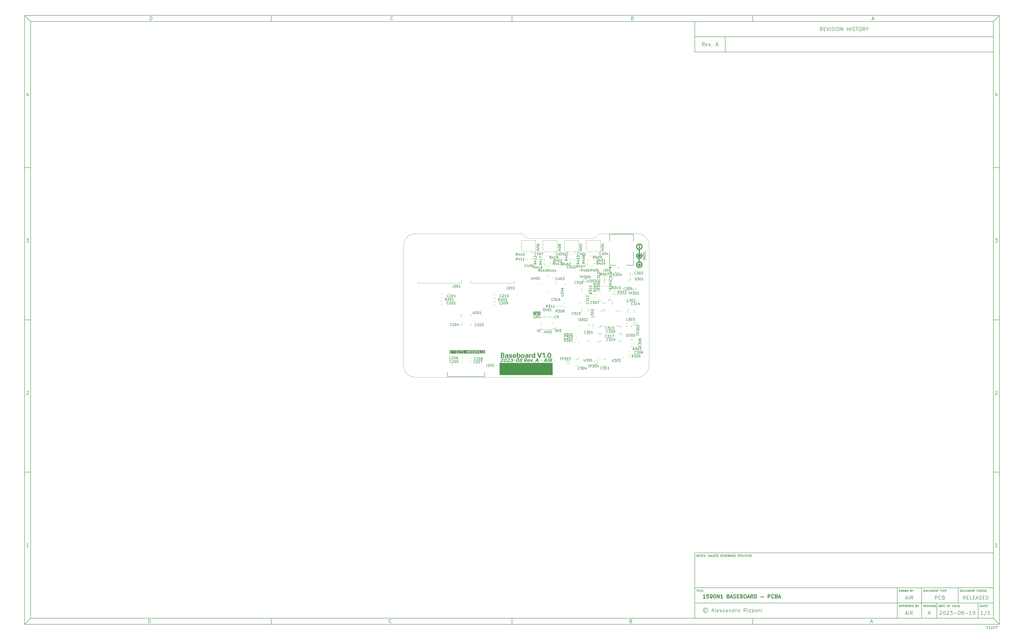
<source format=gbr>
%TF.GenerationSoftware,KiCad,Pcbnew,7.0.7*%
%TF.CreationDate,2023-09-27T18:03:17-04:00*%
%TF.ProjectId,baseboard,62617365-626f-4617-9264-2e6b69636164,A*%
%TF.SameCoordinates,Original*%
%TF.FileFunction,Legend,Top*%
%TF.FilePolarity,Positive*%
%FSLAX46Y46*%
G04 Gerber Fmt 4.6, Leading zero omitted, Abs format (unit mm)*
G04 Created by KiCad (PCBNEW 7.0.7) date 2023-09-27 18:03:17*
%MOMM*%
%LPD*%
G01*
G04 APERTURE LIST*
%ADD10C,0.100000*%
%ADD11C,0.150000*%
%ADD12C,0.300000*%
%ADD13C,0.153000*%
%ADD14C,0.120000*%
%ADD15C,0.127000*%
%ADD16C,0.400000*%
%ADD17C,0.200000*%
%TA.AperFunction,Profile*%
%ADD18C,0.050000*%
%TD*%
G04 APERTURE END LIST*
D10*
D11*
X412213572Y-262654128D02*
X411356429Y-262654128D01*
X411785000Y-262654128D02*
X411785000Y-261154128D01*
X411785000Y-261154128D02*
X411642143Y-261368414D01*
X411642143Y-261368414D02*
X411499286Y-261511271D01*
X411499286Y-261511271D02*
X411356429Y-261582700D01*
X413927857Y-261082700D02*
X412642143Y-263011271D01*
X415213572Y-262654128D02*
X414356429Y-262654128D01*
X414785000Y-262654128D02*
X414785000Y-261154128D01*
X414785000Y-261154128D02*
X414642143Y-261368414D01*
X414642143Y-261368414D02*
X414499286Y-261511271D01*
X414499286Y-261511271D02*
X414356429Y-261582700D01*
D10*
D11*
X292809874Y-252259295D02*
X293267017Y-252259295D01*
X293038445Y-253059295D02*
X293038445Y-252259295D01*
X293533684Y-253059295D02*
X293533684Y-252259295D01*
X293800350Y-252259295D02*
X294257493Y-252259295D01*
X294028921Y-253059295D02*
X294028921Y-252259295D01*
X294905112Y-253059295D02*
X294524160Y-253059295D01*
X294524160Y-253059295D02*
X294524160Y-252259295D01*
X295171779Y-252640247D02*
X295438445Y-252640247D01*
X295552731Y-253059295D02*
X295171779Y-253059295D01*
X295171779Y-253059295D02*
X295171779Y-252259295D01*
X295171779Y-252259295D02*
X295552731Y-252259295D01*
D10*
D11*
X387996303Y-259409295D02*
X387729636Y-259028342D01*
X387539160Y-259409295D02*
X387539160Y-258609295D01*
X387539160Y-258609295D02*
X387843922Y-258609295D01*
X387843922Y-258609295D02*
X387920112Y-258647390D01*
X387920112Y-258647390D02*
X387958207Y-258685485D01*
X387958207Y-258685485D02*
X387996303Y-258761676D01*
X387996303Y-258761676D02*
X387996303Y-258875961D01*
X387996303Y-258875961D02*
X387958207Y-258952152D01*
X387958207Y-258952152D02*
X387920112Y-258990247D01*
X387920112Y-258990247D02*
X387843922Y-259028342D01*
X387843922Y-259028342D02*
X387539160Y-259028342D01*
X388339160Y-258990247D02*
X388605826Y-258990247D01*
X388720112Y-259409295D02*
X388339160Y-259409295D01*
X388339160Y-259409295D02*
X388339160Y-258609295D01*
X388339160Y-258609295D02*
X388720112Y-258609295D01*
X388948684Y-258609295D02*
X389215351Y-259409295D01*
X389215351Y-259409295D02*
X389482017Y-258609295D01*
X389748684Y-259409295D02*
X389748684Y-258609295D01*
X390091540Y-259371200D02*
X390205826Y-259409295D01*
X390205826Y-259409295D02*
X390396302Y-259409295D01*
X390396302Y-259409295D02*
X390472493Y-259371200D01*
X390472493Y-259371200D02*
X390510588Y-259333104D01*
X390510588Y-259333104D02*
X390548683Y-259256914D01*
X390548683Y-259256914D02*
X390548683Y-259180723D01*
X390548683Y-259180723D02*
X390510588Y-259104533D01*
X390510588Y-259104533D02*
X390472493Y-259066438D01*
X390472493Y-259066438D02*
X390396302Y-259028342D01*
X390396302Y-259028342D02*
X390243921Y-258990247D01*
X390243921Y-258990247D02*
X390167731Y-258952152D01*
X390167731Y-258952152D02*
X390129636Y-258914057D01*
X390129636Y-258914057D02*
X390091540Y-258837866D01*
X390091540Y-258837866D02*
X390091540Y-258761676D01*
X390091540Y-258761676D02*
X390129636Y-258685485D01*
X390129636Y-258685485D02*
X390167731Y-258647390D01*
X390167731Y-258647390D02*
X390243921Y-258609295D01*
X390243921Y-258609295D02*
X390434398Y-258609295D01*
X390434398Y-258609295D02*
X390548683Y-258647390D01*
X390891541Y-259409295D02*
X390891541Y-258609295D01*
X391424874Y-258609295D02*
X391577255Y-258609295D01*
X391577255Y-258609295D02*
X391653445Y-258647390D01*
X391653445Y-258647390D02*
X391729636Y-258723580D01*
X391729636Y-258723580D02*
X391767731Y-258875961D01*
X391767731Y-258875961D02*
X391767731Y-259142628D01*
X391767731Y-259142628D02*
X391729636Y-259295009D01*
X391729636Y-259295009D02*
X391653445Y-259371200D01*
X391653445Y-259371200D02*
X391577255Y-259409295D01*
X391577255Y-259409295D02*
X391424874Y-259409295D01*
X391424874Y-259409295D02*
X391348683Y-259371200D01*
X391348683Y-259371200D02*
X391272493Y-259295009D01*
X391272493Y-259295009D02*
X391234397Y-259142628D01*
X391234397Y-259142628D02*
X391234397Y-258875961D01*
X391234397Y-258875961D02*
X391272493Y-258723580D01*
X391272493Y-258723580D02*
X391348683Y-258647390D01*
X391348683Y-258647390D02*
X391424874Y-258609295D01*
X392110588Y-259409295D02*
X392110588Y-258609295D01*
X392110588Y-258609295D02*
X392567731Y-259409295D01*
X392567731Y-259409295D02*
X392567731Y-258609295D01*
D10*
D11*
X393889160Y-259409295D02*
X393889160Y-258609295D01*
X393889160Y-258609295D02*
X394079636Y-258609295D01*
X394079636Y-258609295D02*
X394193922Y-258647390D01*
X394193922Y-258647390D02*
X394270112Y-258723580D01*
X394270112Y-258723580D02*
X394308207Y-258799771D01*
X394308207Y-258799771D02*
X394346303Y-258952152D01*
X394346303Y-258952152D02*
X394346303Y-259066438D01*
X394346303Y-259066438D02*
X394308207Y-259218819D01*
X394308207Y-259218819D02*
X394270112Y-259295009D01*
X394270112Y-259295009D02*
X394193922Y-259371200D01*
X394193922Y-259371200D02*
X394079636Y-259409295D01*
X394079636Y-259409295D02*
X393889160Y-259409295D01*
X394651064Y-259180723D02*
X395032017Y-259180723D01*
X394574874Y-259409295D02*
X394841541Y-258609295D01*
X394841541Y-258609295D02*
X395108207Y-259409295D01*
X395260588Y-258609295D02*
X395717731Y-258609295D01*
X395489159Y-259409295D02*
X395489159Y-258609295D01*
X395984398Y-258990247D02*
X396251064Y-258990247D01*
X396365350Y-259409295D02*
X395984398Y-259409295D01*
X395984398Y-259409295D02*
X395984398Y-258609295D01*
X395984398Y-258609295D02*
X396365350Y-258609295D01*
X397470113Y-258609295D02*
X397622494Y-258609295D01*
X397622494Y-258609295D02*
X397698684Y-258647390D01*
X397698684Y-258647390D02*
X397774875Y-258723580D01*
X397774875Y-258723580D02*
X397812970Y-258875961D01*
X397812970Y-258875961D02*
X397812970Y-259142628D01*
X397812970Y-259142628D02*
X397774875Y-259295009D01*
X397774875Y-259295009D02*
X397698684Y-259371200D01*
X397698684Y-259371200D02*
X397622494Y-259409295D01*
X397622494Y-259409295D02*
X397470113Y-259409295D01*
X397470113Y-259409295D02*
X397393922Y-259371200D01*
X397393922Y-259371200D02*
X397317732Y-259295009D01*
X397317732Y-259295009D02*
X397279636Y-259142628D01*
X397279636Y-259142628D02*
X397279636Y-258875961D01*
X397279636Y-258875961D02*
X397317732Y-258723580D01*
X397317732Y-258723580D02*
X397393922Y-258647390D01*
X397393922Y-258647390D02*
X397470113Y-258609295D01*
X398422493Y-258990247D02*
X398155827Y-258990247D01*
X398155827Y-259409295D02*
X398155827Y-258609295D01*
X398155827Y-258609295D02*
X398536779Y-258609295D01*
X399451065Y-259409295D02*
X399451065Y-258609295D01*
X399793921Y-259371200D02*
X399908207Y-259409295D01*
X399908207Y-259409295D02*
X400098683Y-259409295D01*
X400098683Y-259409295D02*
X400174874Y-259371200D01*
X400174874Y-259371200D02*
X400212969Y-259333104D01*
X400212969Y-259333104D02*
X400251064Y-259256914D01*
X400251064Y-259256914D02*
X400251064Y-259180723D01*
X400251064Y-259180723D02*
X400212969Y-259104533D01*
X400212969Y-259104533D02*
X400174874Y-259066438D01*
X400174874Y-259066438D02*
X400098683Y-259028342D01*
X400098683Y-259028342D02*
X399946302Y-258990247D01*
X399946302Y-258990247D02*
X399870112Y-258952152D01*
X399870112Y-258952152D02*
X399832017Y-258914057D01*
X399832017Y-258914057D02*
X399793921Y-258837866D01*
X399793921Y-258837866D02*
X399793921Y-258761676D01*
X399793921Y-258761676D02*
X399832017Y-258685485D01*
X399832017Y-258685485D02*
X399870112Y-258647390D01*
X399870112Y-258647390D02*
X399946302Y-258609295D01*
X399946302Y-258609295D02*
X400136779Y-258609295D01*
X400136779Y-258609295D02*
X400251064Y-258647390D01*
X400555826Y-259371200D02*
X400670112Y-259409295D01*
X400670112Y-259409295D02*
X400860588Y-259409295D01*
X400860588Y-259409295D02*
X400936779Y-259371200D01*
X400936779Y-259371200D02*
X400974874Y-259333104D01*
X400974874Y-259333104D02*
X401012969Y-259256914D01*
X401012969Y-259256914D02*
X401012969Y-259180723D01*
X401012969Y-259180723D02*
X400974874Y-259104533D01*
X400974874Y-259104533D02*
X400936779Y-259066438D01*
X400936779Y-259066438D02*
X400860588Y-259028342D01*
X400860588Y-259028342D02*
X400708207Y-258990247D01*
X400708207Y-258990247D02*
X400632017Y-258952152D01*
X400632017Y-258952152D02*
X400593922Y-258914057D01*
X400593922Y-258914057D02*
X400555826Y-258837866D01*
X400555826Y-258837866D02*
X400555826Y-258761676D01*
X400555826Y-258761676D02*
X400593922Y-258685485D01*
X400593922Y-258685485D02*
X400632017Y-258647390D01*
X400632017Y-258647390D02*
X400708207Y-258609295D01*
X400708207Y-258609295D02*
X400898684Y-258609295D01*
X400898684Y-258609295D02*
X401012969Y-258647390D01*
X401355827Y-258609295D02*
X401355827Y-259256914D01*
X401355827Y-259256914D02*
X401393922Y-259333104D01*
X401393922Y-259333104D02*
X401432017Y-259371200D01*
X401432017Y-259371200D02*
X401508208Y-259409295D01*
X401508208Y-259409295D02*
X401660589Y-259409295D01*
X401660589Y-259409295D02*
X401736779Y-259371200D01*
X401736779Y-259371200D02*
X401774874Y-259333104D01*
X401774874Y-259333104D02*
X401812970Y-259256914D01*
X401812970Y-259256914D02*
X401812970Y-258609295D01*
X402193922Y-258990247D02*
X402460588Y-258990247D01*
X402574874Y-259409295D02*
X402193922Y-259409295D01*
X402193922Y-259409295D02*
X402193922Y-258609295D01*
X402193922Y-258609295D02*
X402574874Y-258609295D01*
D10*
D11*
X410996064Y-259371200D02*
X411110350Y-259409295D01*
X411110350Y-259409295D02*
X411300826Y-259409295D01*
X411300826Y-259409295D02*
X411377017Y-259371200D01*
X411377017Y-259371200D02*
X411415112Y-259333104D01*
X411415112Y-259333104D02*
X411453207Y-259256914D01*
X411453207Y-259256914D02*
X411453207Y-259180723D01*
X411453207Y-259180723D02*
X411415112Y-259104533D01*
X411415112Y-259104533D02*
X411377017Y-259066438D01*
X411377017Y-259066438D02*
X411300826Y-259028342D01*
X411300826Y-259028342D02*
X411148445Y-258990247D01*
X411148445Y-258990247D02*
X411072255Y-258952152D01*
X411072255Y-258952152D02*
X411034160Y-258914057D01*
X411034160Y-258914057D02*
X410996064Y-258837866D01*
X410996064Y-258837866D02*
X410996064Y-258761676D01*
X410996064Y-258761676D02*
X411034160Y-258685485D01*
X411034160Y-258685485D02*
X411072255Y-258647390D01*
X411072255Y-258647390D02*
X411148445Y-258609295D01*
X411148445Y-258609295D02*
X411338922Y-258609295D01*
X411338922Y-258609295D02*
X411453207Y-258647390D01*
X411796065Y-259409295D02*
X411796065Y-258609295D01*
X411796065Y-258990247D02*
X412253208Y-258990247D01*
X412253208Y-259409295D02*
X412253208Y-258609295D01*
X412634160Y-258990247D02*
X412900826Y-258990247D01*
X413015112Y-259409295D02*
X412634160Y-259409295D01*
X412634160Y-259409295D02*
X412634160Y-258609295D01*
X412634160Y-258609295D02*
X413015112Y-258609295D01*
X413357970Y-258990247D02*
X413624636Y-258990247D01*
X413738922Y-259409295D02*
X413357970Y-259409295D01*
X413357970Y-259409295D02*
X413357970Y-258609295D01*
X413357970Y-258609295D02*
X413738922Y-258609295D01*
X413967494Y-258609295D02*
X414424637Y-258609295D01*
X414196065Y-259409295D02*
X414196065Y-258609295D01*
D10*
D11*
X392342142Y-256304128D02*
X392342142Y-254804128D01*
X392342142Y-254804128D02*
X392913571Y-254804128D01*
X392913571Y-254804128D02*
X393056428Y-254875557D01*
X393056428Y-254875557D02*
X393127857Y-254946985D01*
X393127857Y-254946985D02*
X393199285Y-255089842D01*
X393199285Y-255089842D02*
X393199285Y-255304128D01*
X393199285Y-255304128D02*
X393127857Y-255446985D01*
X393127857Y-255446985D02*
X393056428Y-255518414D01*
X393056428Y-255518414D02*
X392913571Y-255589842D01*
X392913571Y-255589842D02*
X392342142Y-255589842D01*
X394699285Y-256161271D02*
X394627857Y-256232700D01*
X394627857Y-256232700D02*
X394413571Y-256304128D01*
X394413571Y-256304128D02*
X394270714Y-256304128D01*
X394270714Y-256304128D02*
X394056428Y-256232700D01*
X394056428Y-256232700D02*
X393913571Y-256089842D01*
X393913571Y-256089842D02*
X393842142Y-255946985D01*
X393842142Y-255946985D02*
X393770714Y-255661271D01*
X393770714Y-255661271D02*
X393770714Y-255446985D01*
X393770714Y-255446985D02*
X393842142Y-255161271D01*
X393842142Y-255161271D02*
X393913571Y-255018414D01*
X393913571Y-255018414D02*
X394056428Y-254875557D01*
X394056428Y-254875557D02*
X394270714Y-254804128D01*
X394270714Y-254804128D02*
X394413571Y-254804128D01*
X394413571Y-254804128D02*
X394627857Y-254875557D01*
X394627857Y-254875557D02*
X394699285Y-254946985D01*
X395842142Y-255518414D02*
X396056428Y-255589842D01*
X396056428Y-255589842D02*
X396127857Y-255661271D01*
X396127857Y-255661271D02*
X396199285Y-255804128D01*
X396199285Y-255804128D02*
X396199285Y-256018414D01*
X396199285Y-256018414D02*
X396127857Y-256161271D01*
X396127857Y-256161271D02*
X396056428Y-256232700D01*
X396056428Y-256232700D02*
X395913571Y-256304128D01*
X395913571Y-256304128D02*
X395342142Y-256304128D01*
X395342142Y-256304128D02*
X395342142Y-254804128D01*
X395342142Y-254804128D02*
X395842142Y-254804128D01*
X395842142Y-254804128D02*
X395985000Y-254875557D01*
X395985000Y-254875557D02*
X396056428Y-254946985D01*
X396056428Y-254946985D02*
X396127857Y-255089842D01*
X396127857Y-255089842D02*
X396127857Y-255232700D01*
X396127857Y-255232700D02*
X396056428Y-255375557D01*
X396056428Y-255375557D02*
X395985000Y-255446985D01*
X395985000Y-255446985D02*
X395842142Y-255518414D01*
X395842142Y-255518414D02*
X395342142Y-255518414D01*
D10*
D11*
X377468064Y-259180723D02*
X377849017Y-259180723D01*
X377391874Y-259409295D02*
X377658541Y-258609295D01*
X377658541Y-258609295D02*
X377925207Y-259409295D01*
X378191874Y-259409295D02*
X378191874Y-258609295D01*
X378191874Y-258609295D02*
X378496636Y-258609295D01*
X378496636Y-258609295D02*
X378572826Y-258647390D01*
X378572826Y-258647390D02*
X378610921Y-258685485D01*
X378610921Y-258685485D02*
X378649017Y-258761676D01*
X378649017Y-258761676D02*
X378649017Y-258875961D01*
X378649017Y-258875961D02*
X378610921Y-258952152D01*
X378610921Y-258952152D02*
X378572826Y-258990247D01*
X378572826Y-258990247D02*
X378496636Y-259028342D01*
X378496636Y-259028342D02*
X378191874Y-259028342D01*
X378991874Y-259409295D02*
X378991874Y-258609295D01*
X378991874Y-258609295D02*
X379296636Y-258609295D01*
X379296636Y-258609295D02*
X379372826Y-258647390D01*
X379372826Y-258647390D02*
X379410921Y-258685485D01*
X379410921Y-258685485D02*
X379449017Y-258761676D01*
X379449017Y-258761676D02*
X379449017Y-258875961D01*
X379449017Y-258875961D02*
X379410921Y-258952152D01*
X379410921Y-258952152D02*
X379372826Y-258990247D01*
X379372826Y-258990247D02*
X379296636Y-259028342D01*
X379296636Y-259028342D02*
X378991874Y-259028342D01*
X380249017Y-259409295D02*
X379982350Y-259028342D01*
X379791874Y-259409295D02*
X379791874Y-258609295D01*
X379791874Y-258609295D02*
X380096636Y-258609295D01*
X380096636Y-258609295D02*
X380172826Y-258647390D01*
X380172826Y-258647390D02*
X380210921Y-258685485D01*
X380210921Y-258685485D02*
X380249017Y-258761676D01*
X380249017Y-258761676D02*
X380249017Y-258875961D01*
X380249017Y-258875961D02*
X380210921Y-258952152D01*
X380210921Y-258952152D02*
X380172826Y-258990247D01*
X380172826Y-258990247D02*
X380096636Y-259028342D01*
X380096636Y-259028342D02*
X379791874Y-259028342D01*
X380744255Y-258609295D02*
X380896636Y-258609295D01*
X380896636Y-258609295D02*
X380972826Y-258647390D01*
X380972826Y-258647390D02*
X381049017Y-258723580D01*
X381049017Y-258723580D02*
X381087112Y-258875961D01*
X381087112Y-258875961D02*
X381087112Y-259142628D01*
X381087112Y-259142628D02*
X381049017Y-259295009D01*
X381049017Y-259295009D02*
X380972826Y-259371200D01*
X380972826Y-259371200D02*
X380896636Y-259409295D01*
X380896636Y-259409295D02*
X380744255Y-259409295D01*
X380744255Y-259409295D02*
X380668064Y-259371200D01*
X380668064Y-259371200D02*
X380591874Y-259295009D01*
X380591874Y-259295009D02*
X380553778Y-259142628D01*
X380553778Y-259142628D02*
X380553778Y-258875961D01*
X380553778Y-258875961D02*
X380591874Y-258723580D01*
X380591874Y-258723580D02*
X380668064Y-258647390D01*
X380668064Y-258647390D02*
X380744255Y-258609295D01*
X381315683Y-258609295D02*
X381582350Y-259409295D01*
X381582350Y-259409295D02*
X381849016Y-258609295D01*
X382115683Y-258990247D02*
X382382349Y-258990247D01*
X382496635Y-259409295D02*
X382115683Y-259409295D01*
X382115683Y-259409295D02*
X382115683Y-258609295D01*
X382115683Y-258609295D02*
X382496635Y-258609295D01*
X382839493Y-259409295D02*
X382839493Y-258609295D01*
X382839493Y-258609295D02*
X383029969Y-258609295D01*
X383029969Y-258609295D02*
X383144255Y-258647390D01*
X383144255Y-258647390D02*
X383220445Y-258723580D01*
X383220445Y-258723580D02*
X383258540Y-258799771D01*
X383258540Y-258799771D02*
X383296636Y-258952152D01*
X383296636Y-258952152D02*
X383296636Y-259066438D01*
X383296636Y-259066438D02*
X383258540Y-259218819D01*
X383258540Y-259218819D02*
X383220445Y-259295009D01*
X383220445Y-259295009D02*
X383144255Y-259371200D01*
X383144255Y-259371200D02*
X383029969Y-259409295D01*
X383029969Y-259409295D02*
X382839493Y-259409295D01*
X384515683Y-258990247D02*
X384629969Y-259028342D01*
X384629969Y-259028342D02*
X384668064Y-259066438D01*
X384668064Y-259066438D02*
X384706160Y-259142628D01*
X384706160Y-259142628D02*
X384706160Y-259256914D01*
X384706160Y-259256914D02*
X384668064Y-259333104D01*
X384668064Y-259333104D02*
X384629969Y-259371200D01*
X384629969Y-259371200D02*
X384553779Y-259409295D01*
X384553779Y-259409295D02*
X384249017Y-259409295D01*
X384249017Y-259409295D02*
X384249017Y-258609295D01*
X384249017Y-258609295D02*
X384515683Y-258609295D01*
X384515683Y-258609295D02*
X384591874Y-258647390D01*
X384591874Y-258647390D02*
X384629969Y-258685485D01*
X384629969Y-258685485D02*
X384668064Y-258761676D01*
X384668064Y-258761676D02*
X384668064Y-258837866D01*
X384668064Y-258837866D02*
X384629969Y-258914057D01*
X384629969Y-258914057D02*
X384591874Y-258952152D01*
X384591874Y-258952152D02*
X384515683Y-258990247D01*
X384515683Y-258990247D02*
X384249017Y-258990247D01*
X385201398Y-259028342D02*
X385201398Y-259409295D01*
X384934731Y-258609295D02*
X385201398Y-259028342D01*
X385201398Y-259028342D02*
X385468064Y-258609295D01*
D10*
D11*
X296845112Y-260418271D02*
X296702255Y-260346842D01*
X296702255Y-260346842D02*
X296416541Y-260346842D01*
X296416541Y-260346842D02*
X296273684Y-260418271D01*
X296273684Y-260418271D02*
X296130826Y-260561128D01*
X296130826Y-260561128D02*
X296059398Y-260703985D01*
X296059398Y-260703985D02*
X296059398Y-260989700D01*
X296059398Y-260989700D02*
X296130826Y-261132557D01*
X296130826Y-261132557D02*
X296273684Y-261275414D01*
X296273684Y-261275414D02*
X296416541Y-261346842D01*
X296416541Y-261346842D02*
X296702255Y-261346842D01*
X296702255Y-261346842D02*
X296845112Y-261275414D01*
X296559398Y-259846842D02*
X296202255Y-259918271D01*
X296202255Y-259918271D02*
X295845112Y-260132557D01*
X295845112Y-260132557D02*
X295630826Y-260489700D01*
X295630826Y-260489700D02*
X295559398Y-260846842D01*
X295559398Y-260846842D02*
X295630826Y-261203985D01*
X295630826Y-261203985D02*
X295845112Y-261561128D01*
X295845112Y-261561128D02*
X296202255Y-261775414D01*
X296202255Y-261775414D02*
X296559398Y-261846842D01*
X296559398Y-261846842D02*
X296916541Y-261775414D01*
X296916541Y-261775414D02*
X297273684Y-261561128D01*
X297273684Y-261561128D02*
X297487969Y-261203985D01*
X297487969Y-261203985D02*
X297559398Y-260846842D01*
X297559398Y-260846842D02*
X297487969Y-260489700D01*
X297487969Y-260489700D02*
X297273684Y-260132557D01*
X297273684Y-260132557D02*
X296916541Y-259918271D01*
X296916541Y-259918271D02*
X296559398Y-259846842D01*
X299273684Y-261132557D02*
X299987970Y-261132557D01*
X299130827Y-261561128D02*
X299630827Y-260061128D01*
X299630827Y-260061128D02*
X300130827Y-261561128D01*
X300845112Y-261561128D02*
X300702255Y-261489700D01*
X300702255Y-261489700D02*
X300630826Y-261346842D01*
X300630826Y-261346842D02*
X300630826Y-260061128D01*
X301987969Y-261489700D02*
X301845112Y-261561128D01*
X301845112Y-261561128D02*
X301559398Y-261561128D01*
X301559398Y-261561128D02*
X301416540Y-261489700D01*
X301416540Y-261489700D02*
X301345112Y-261346842D01*
X301345112Y-261346842D02*
X301345112Y-260775414D01*
X301345112Y-260775414D02*
X301416540Y-260632557D01*
X301416540Y-260632557D02*
X301559398Y-260561128D01*
X301559398Y-260561128D02*
X301845112Y-260561128D01*
X301845112Y-260561128D02*
X301987969Y-260632557D01*
X301987969Y-260632557D02*
X302059398Y-260775414D01*
X302059398Y-260775414D02*
X302059398Y-260918271D01*
X302059398Y-260918271D02*
X301345112Y-261061128D01*
X302630826Y-261489700D02*
X302773683Y-261561128D01*
X302773683Y-261561128D02*
X303059397Y-261561128D01*
X303059397Y-261561128D02*
X303202254Y-261489700D01*
X303202254Y-261489700D02*
X303273683Y-261346842D01*
X303273683Y-261346842D02*
X303273683Y-261275414D01*
X303273683Y-261275414D02*
X303202254Y-261132557D01*
X303202254Y-261132557D02*
X303059397Y-261061128D01*
X303059397Y-261061128D02*
X302845112Y-261061128D01*
X302845112Y-261061128D02*
X302702254Y-260989700D01*
X302702254Y-260989700D02*
X302630826Y-260846842D01*
X302630826Y-260846842D02*
X302630826Y-260775414D01*
X302630826Y-260775414D02*
X302702254Y-260632557D01*
X302702254Y-260632557D02*
X302845112Y-260561128D01*
X302845112Y-260561128D02*
X303059397Y-260561128D01*
X303059397Y-260561128D02*
X303202254Y-260632557D01*
X303845112Y-261489700D02*
X303987969Y-261561128D01*
X303987969Y-261561128D02*
X304273683Y-261561128D01*
X304273683Y-261561128D02*
X304416540Y-261489700D01*
X304416540Y-261489700D02*
X304487969Y-261346842D01*
X304487969Y-261346842D02*
X304487969Y-261275414D01*
X304487969Y-261275414D02*
X304416540Y-261132557D01*
X304416540Y-261132557D02*
X304273683Y-261061128D01*
X304273683Y-261061128D02*
X304059398Y-261061128D01*
X304059398Y-261061128D02*
X303916540Y-260989700D01*
X303916540Y-260989700D02*
X303845112Y-260846842D01*
X303845112Y-260846842D02*
X303845112Y-260775414D01*
X303845112Y-260775414D02*
X303916540Y-260632557D01*
X303916540Y-260632557D02*
X304059398Y-260561128D01*
X304059398Y-260561128D02*
X304273683Y-260561128D01*
X304273683Y-260561128D02*
X304416540Y-260632557D01*
X305773684Y-261561128D02*
X305773684Y-260775414D01*
X305773684Y-260775414D02*
X305702255Y-260632557D01*
X305702255Y-260632557D02*
X305559398Y-260561128D01*
X305559398Y-260561128D02*
X305273684Y-260561128D01*
X305273684Y-260561128D02*
X305130826Y-260632557D01*
X305773684Y-261489700D02*
X305630826Y-261561128D01*
X305630826Y-261561128D02*
X305273684Y-261561128D01*
X305273684Y-261561128D02*
X305130826Y-261489700D01*
X305130826Y-261489700D02*
X305059398Y-261346842D01*
X305059398Y-261346842D02*
X305059398Y-261203985D01*
X305059398Y-261203985D02*
X305130826Y-261061128D01*
X305130826Y-261061128D02*
X305273684Y-260989700D01*
X305273684Y-260989700D02*
X305630826Y-260989700D01*
X305630826Y-260989700D02*
X305773684Y-260918271D01*
X306487969Y-260561128D02*
X306487969Y-261561128D01*
X306487969Y-260703985D02*
X306559398Y-260632557D01*
X306559398Y-260632557D02*
X306702255Y-260561128D01*
X306702255Y-260561128D02*
X306916541Y-260561128D01*
X306916541Y-260561128D02*
X307059398Y-260632557D01*
X307059398Y-260632557D02*
X307130827Y-260775414D01*
X307130827Y-260775414D02*
X307130827Y-261561128D01*
X308487970Y-261561128D02*
X308487970Y-260061128D01*
X308487970Y-261489700D02*
X308345112Y-261561128D01*
X308345112Y-261561128D02*
X308059398Y-261561128D01*
X308059398Y-261561128D02*
X307916541Y-261489700D01*
X307916541Y-261489700D02*
X307845112Y-261418271D01*
X307845112Y-261418271D02*
X307773684Y-261275414D01*
X307773684Y-261275414D02*
X307773684Y-260846842D01*
X307773684Y-260846842D02*
X307845112Y-260703985D01*
X307845112Y-260703985D02*
X307916541Y-260632557D01*
X307916541Y-260632557D02*
X308059398Y-260561128D01*
X308059398Y-260561128D02*
X308345112Y-260561128D01*
X308345112Y-260561128D02*
X308487970Y-260632557D01*
X309202255Y-261561128D02*
X309202255Y-260561128D01*
X309202255Y-260846842D02*
X309273684Y-260703985D01*
X309273684Y-260703985D02*
X309345113Y-260632557D01*
X309345113Y-260632557D02*
X309487970Y-260561128D01*
X309487970Y-260561128D02*
X309630827Y-260561128D01*
X310345112Y-261561128D02*
X310202255Y-261489700D01*
X310202255Y-261489700D02*
X310130826Y-261418271D01*
X310130826Y-261418271D02*
X310059398Y-261275414D01*
X310059398Y-261275414D02*
X310059398Y-260846842D01*
X310059398Y-260846842D02*
X310130826Y-260703985D01*
X310130826Y-260703985D02*
X310202255Y-260632557D01*
X310202255Y-260632557D02*
X310345112Y-260561128D01*
X310345112Y-260561128D02*
X310559398Y-260561128D01*
X310559398Y-260561128D02*
X310702255Y-260632557D01*
X310702255Y-260632557D02*
X310773684Y-260703985D01*
X310773684Y-260703985D02*
X310845112Y-260846842D01*
X310845112Y-260846842D02*
X310845112Y-261275414D01*
X310845112Y-261275414D02*
X310773684Y-261418271D01*
X310773684Y-261418271D02*
X310702255Y-261489700D01*
X310702255Y-261489700D02*
X310559398Y-261561128D01*
X310559398Y-261561128D02*
X310345112Y-261561128D01*
X313487969Y-261561128D02*
X312987969Y-260846842D01*
X312630826Y-261561128D02*
X312630826Y-260061128D01*
X312630826Y-260061128D02*
X313202255Y-260061128D01*
X313202255Y-260061128D02*
X313345112Y-260132557D01*
X313345112Y-260132557D02*
X313416541Y-260203985D01*
X313416541Y-260203985D02*
X313487969Y-260346842D01*
X313487969Y-260346842D02*
X313487969Y-260561128D01*
X313487969Y-260561128D02*
X313416541Y-260703985D01*
X313416541Y-260703985D02*
X313345112Y-260775414D01*
X313345112Y-260775414D02*
X313202255Y-260846842D01*
X313202255Y-260846842D02*
X312630826Y-260846842D01*
X314130826Y-261561128D02*
X314130826Y-260561128D01*
X314130826Y-260061128D02*
X314059398Y-260132557D01*
X314059398Y-260132557D02*
X314130826Y-260203985D01*
X314130826Y-260203985D02*
X314202255Y-260132557D01*
X314202255Y-260132557D02*
X314130826Y-260061128D01*
X314130826Y-260061128D02*
X314130826Y-260203985D01*
X314702255Y-260561128D02*
X315487970Y-260561128D01*
X315487970Y-260561128D02*
X314702255Y-261561128D01*
X314702255Y-261561128D02*
X315487970Y-261561128D01*
X315916541Y-260561128D02*
X316702256Y-260561128D01*
X316702256Y-260561128D02*
X315916541Y-261561128D01*
X315916541Y-261561128D02*
X316702256Y-261561128D01*
X317487970Y-261561128D02*
X317345113Y-261489700D01*
X317345113Y-261489700D02*
X317273684Y-261418271D01*
X317273684Y-261418271D02*
X317202256Y-261275414D01*
X317202256Y-261275414D02*
X317202256Y-260846842D01*
X317202256Y-260846842D02*
X317273684Y-260703985D01*
X317273684Y-260703985D02*
X317345113Y-260632557D01*
X317345113Y-260632557D02*
X317487970Y-260561128D01*
X317487970Y-260561128D02*
X317702256Y-260561128D01*
X317702256Y-260561128D02*
X317845113Y-260632557D01*
X317845113Y-260632557D02*
X317916542Y-260703985D01*
X317916542Y-260703985D02*
X317987970Y-260846842D01*
X317987970Y-260846842D02*
X317987970Y-261275414D01*
X317987970Y-261275414D02*
X317916542Y-261418271D01*
X317916542Y-261418271D02*
X317845113Y-261489700D01*
X317845113Y-261489700D02*
X317702256Y-261561128D01*
X317702256Y-261561128D02*
X317487970Y-261561128D01*
X318630827Y-260561128D02*
X318630827Y-261561128D01*
X318630827Y-260703985D02*
X318702256Y-260632557D01*
X318702256Y-260632557D02*
X318845113Y-260561128D01*
X318845113Y-260561128D02*
X319059399Y-260561128D01*
X319059399Y-260561128D02*
X319202256Y-260632557D01*
X319202256Y-260632557D02*
X319273685Y-260775414D01*
X319273685Y-260775414D02*
X319273685Y-261561128D01*
X319987970Y-261561128D02*
X319987970Y-260561128D01*
X319987970Y-260061128D02*
X319916542Y-260132557D01*
X319916542Y-260132557D02*
X319987970Y-260203985D01*
X319987970Y-260203985D02*
X320059399Y-260132557D01*
X320059399Y-260132557D02*
X319987970Y-260061128D01*
X319987970Y-260061128D02*
X319987970Y-260203985D01*
D10*
D11*
X380070714Y-255875557D02*
X380785000Y-255875557D01*
X379927857Y-256304128D02*
X380427857Y-254804128D01*
X380427857Y-254804128D02*
X380927857Y-256304128D01*
X381427856Y-256304128D02*
X381427856Y-254804128D01*
X382999285Y-256304128D02*
X382499285Y-255589842D01*
X382142142Y-256304128D02*
X382142142Y-254804128D01*
X382142142Y-254804128D02*
X382713571Y-254804128D01*
X382713571Y-254804128D02*
X382856428Y-254875557D01*
X382856428Y-254875557D02*
X382927857Y-254946985D01*
X382927857Y-254946985D02*
X382999285Y-255089842D01*
X382999285Y-255089842D02*
X382999285Y-255304128D01*
X382999285Y-255304128D02*
X382927857Y-255446985D01*
X382927857Y-255446985D02*
X382856428Y-255518414D01*
X382856428Y-255518414D02*
X382713571Y-255589842D01*
X382713571Y-255589842D02*
X382142142Y-255589842D01*
D10*
D11*
X379943714Y-262225557D02*
X380658000Y-262225557D01*
X379800857Y-262654128D02*
X380300857Y-261154128D01*
X380300857Y-261154128D02*
X380800857Y-262654128D01*
X381300856Y-262654128D02*
X381300856Y-261154128D01*
X382872285Y-262654128D02*
X382372285Y-261939842D01*
X382015142Y-262654128D02*
X382015142Y-261154128D01*
X382015142Y-261154128D02*
X382586571Y-261154128D01*
X382586571Y-261154128D02*
X382729428Y-261225557D01*
X382729428Y-261225557D02*
X382800857Y-261296985D01*
X382800857Y-261296985D02*
X382872285Y-261439842D01*
X382872285Y-261439842D02*
X382872285Y-261654128D01*
X382872285Y-261654128D02*
X382800857Y-261796985D01*
X382800857Y-261796985D02*
X382729428Y-261868414D01*
X382729428Y-261868414D02*
X382586571Y-261939842D01*
X382586571Y-261939842D02*
X382015142Y-261939842D01*
D10*
D11*
X402779160Y-253059295D02*
X402779160Y-252259295D01*
X402779160Y-252259295D02*
X402969636Y-252259295D01*
X402969636Y-252259295D02*
X403083922Y-252297390D01*
X403083922Y-252297390D02*
X403160112Y-252373580D01*
X403160112Y-252373580D02*
X403198207Y-252449771D01*
X403198207Y-252449771D02*
X403236303Y-252602152D01*
X403236303Y-252602152D02*
X403236303Y-252716438D01*
X403236303Y-252716438D02*
X403198207Y-252868819D01*
X403198207Y-252868819D02*
X403160112Y-252945009D01*
X403160112Y-252945009D02*
X403083922Y-253021200D01*
X403083922Y-253021200D02*
X402969636Y-253059295D01*
X402969636Y-253059295D02*
X402779160Y-253059295D01*
X403731541Y-252259295D02*
X403883922Y-252259295D01*
X403883922Y-252259295D02*
X403960112Y-252297390D01*
X403960112Y-252297390D02*
X404036303Y-252373580D01*
X404036303Y-252373580D02*
X404074398Y-252525961D01*
X404074398Y-252525961D02*
X404074398Y-252792628D01*
X404074398Y-252792628D02*
X404036303Y-252945009D01*
X404036303Y-252945009D02*
X403960112Y-253021200D01*
X403960112Y-253021200D02*
X403883922Y-253059295D01*
X403883922Y-253059295D02*
X403731541Y-253059295D01*
X403731541Y-253059295D02*
X403655350Y-253021200D01*
X403655350Y-253021200D02*
X403579160Y-252945009D01*
X403579160Y-252945009D02*
X403541064Y-252792628D01*
X403541064Y-252792628D02*
X403541064Y-252525961D01*
X403541064Y-252525961D02*
X403579160Y-252373580D01*
X403579160Y-252373580D02*
X403655350Y-252297390D01*
X403655350Y-252297390D02*
X403731541Y-252259295D01*
X404874398Y-252983104D02*
X404836302Y-253021200D01*
X404836302Y-253021200D02*
X404722017Y-253059295D01*
X404722017Y-253059295D02*
X404645826Y-253059295D01*
X404645826Y-253059295D02*
X404531540Y-253021200D01*
X404531540Y-253021200D02*
X404455350Y-252945009D01*
X404455350Y-252945009D02*
X404417255Y-252868819D01*
X404417255Y-252868819D02*
X404379159Y-252716438D01*
X404379159Y-252716438D02*
X404379159Y-252602152D01*
X404379159Y-252602152D02*
X404417255Y-252449771D01*
X404417255Y-252449771D02*
X404455350Y-252373580D01*
X404455350Y-252373580D02*
X404531540Y-252297390D01*
X404531540Y-252297390D02*
X404645826Y-252259295D01*
X404645826Y-252259295D02*
X404722017Y-252259295D01*
X404722017Y-252259295D02*
X404836302Y-252297390D01*
X404836302Y-252297390D02*
X404874398Y-252335485D01*
X405217255Y-252259295D02*
X405217255Y-252906914D01*
X405217255Y-252906914D02*
X405255350Y-252983104D01*
X405255350Y-252983104D02*
X405293445Y-253021200D01*
X405293445Y-253021200D02*
X405369636Y-253059295D01*
X405369636Y-253059295D02*
X405522017Y-253059295D01*
X405522017Y-253059295D02*
X405598207Y-253021200D01*
X405598207Y-253021200D02*
X405636302Y-252983104D01*
X405636302Y-252983104D02*
X405674398Y-252906914D01*
X405674398Y-252906914D02*
X405674398Y-252259295D01*
X406055350Y-253059295D02*
X406055350Y-252259295D01*
X406055350Y-252259295D02*
X406322016Y-252830723D01*
X406322016Y-252830723D02*
X406588683Y-252259295D01*
X406588683Y-252259295D02*
X406588683Y-253059295D01*
X406969636Y-252640247D02*
X407236302Y-252640247D01*
X407350588Y-253059295D02*
X406969636Y-253059295D01*
X406969636Y-253059295D02*
X406969636Y-252259295D01*
X406969636Y-252259295D02*
X407350588Y-252259295D01*
X407693446Y-253059295D02*
X407693446Y-252259295D01*
X407693446Y-252259295D02*
X408150589Y-253059295D01*
X408150589Y-253059295D02*
X408150589Y-252259295D01*
X408417255Y-252259295D02*
X408874398Y-252259295D01*
X408645826Y-253059295D02*
X408645826Y-252259295D01*
X409712493Y-253021200D02*
X409826779Y-253059295D01*
X409826779Y-253059295D02*
X410017255Y-253059295D01*
X410017255Y-253059295D02*
X410093446Y-253021200D01*
X410093446Y-253021200D02*
X410131541Y-252983104D01*
X410131541Y-252983104D02*
X410169636Y-252906914D01*
X410169636Y-252906914D02*
X410169636Y-252830723D01*
X410169636Y-252830723D02*
X410131541Y-252754533D01*
X410131541Y-252754533D02*
X410093446Y-252716438D01*
X410093446Y-252716438D02*
X410017255Y-252678342D01*
X410017255Y-252678342D02*
X409864874Y-252640247D01*
X409864874Y-252640247D02*
X409788684Y-252602152D01*
X409788684Y-252602152D02*
X409750589Y-252564057D01*
X409750589Y-252564057D02*
X409712493Y-252487866D01*
X409712493Y-252487866D02*
X409712493Y-252411676D01*
X409712493Y-252411676D02*
X409750589Y-252335485D01*
X409750589Y-252335485D02*
X409788684Y-252297390D01*
X409788684Y-252297390D02*
X409864874Y-252259295D01*
X409864874Y-252259295D02*
X410055351Y-252259295D01*
X410055351Y-252259295D02*
X410169636Y-252297390D01*
X410398208Y-252259295D02*
X410855351Y-252259295D01*
X410626779Y-253059295D02*
X410626779Y-252259295D01*
X411083922Y-252830723D02*
X411464875Y-252830723D01*
X411007732Y-253059295D02*
X411274399Y-252259295D01*
X411274399Y-252259295D02*
X411541065Y-253059295D01*
X411693446Y-252259295D02*
X412150589Y-252259295D01*
X411922017Y-253059295D02*
X411922017Y-252259295D01*
X412417256Y-252259295D02*
X412417256Y-252906914D01*
X412417256Y-252906914D02*
X412455351Y-252983104D01*
X412455351Y-252983104D02*
X412493446Y-253021200D01*
X412493446Y-253021200D02*
X412569637Y-253059295D01*
X412569637Y-253059295D02*
X412722018Y-253059295D01*
X412722018Y-253059295D02*
X412798208Y-253021200D01*
X412798208Y-253021200D02*
X412836303Y-252983104D01*
X412836303Y-252983104D02*
X412874399Y-252906914D01*
X412874399Y-252906914D02*
X412874399Y-252259295D01*
X413217255Y-253021200D02*
X413331541Y-253059295D01*
X413331541Y-253059295D02*
X413522017Y-253059295D01*
X413522017Y-253059295D02*
X413598208Y-253021200D01*
X413598208Y-253021200D02*
X413636303Y-252983104D01*
X413636303Y-252983104D02*
X413674398Y-252906914D01*
X413674398Y-252906914D02*
X413674398Y-252830723D01*
X413674398Y-252830723D02*
X413636303Y-252754533D01*
X413636303Y-252754533D02*
X413598208Y-252716438D01*
X413598208Y-252716438D02*
X413522017Y-252678342D01*
X413522017Y-252678342D02*
X413369636Y-252640247D01*
X413369636Y-252640247D02*
X413293446Y-252602152D01*
X413293446Y-252602152D02*
X413255351Y-252564057D01*
X413255351Y-252564057D02*
X413217255Y-252487866D01*
X413217255Y-252487866D02*
X413217255Y-252411676D01*
X413217255Y-252411676D02*
X413255351Y-252335485D01*
X413255351Y-252335485D02*
X413293446Y-252297390D01*
X413293446Y-252297390D02*
X413369636Y-252259295D01*
X413369636Y-252259295D02*
X413560113Y-252259295D01*
X413560113Y-252259295D02*
X413674398Y-252297390D01*
D10*
D11*
X377379160Y-253059295D02*
X377379160Y-252259295D01*
X377379160Y-252259295D02*
X377569636Y-252259295D01*
X377569636Y-252259295D02*
X377683922Y-252297390D01*
X377683922Y-252297390D02*
X377760112Y-252373580D01*
X377760112Y-252373580D02*
X377798207Y-252449771D01*
X377798207Y-252449771D02*
X377836303Y-252602152D01*
X377836303Y-252602152D02*
X377836303Y-252716438D01*
X377836303Y-252716438D02*
X377798207Y-252868819D01*
X377798207Y-252868819D02*
X377760112Y-252945009D01*
X377760112Y-252945009D02*
X377683922Y-253021200D01*
X377683922Y-253021200D02*
X377569636Y-253059295D01*
X377569636Y-253059295D02*
X377379160Y-253059295D01*
X378636303Y-253059295D02*
X378369636Y-252678342D01*
X378179160Y-253059295D02*
X378179160Y-252259295D01*
X378179160Y-252259295D02*
X378483922Y-252259295D01*
X378483922Y-252259295D02*
X378560112Y-252297390D01*
X378560112Y-252297390D02*
X378598207Y-252335485D01*
X378598207Y-252335485D02*
X378636303Y-252411676D01*
X378636303Y-252411676D02*
X378636303Y-252525961D01*
X378636303Y-252525961D02*
X378598207Y-252602152D01*
X378598207Y-252602152D02*
X378560112Y-252640247D01*
X378560112Y-252640247D02*
X378483922Y-252678342D01*
X378483922Y-252678342D02*
X378179160Y-252678342D01*
X378941064Y-252830723D02*
X379322017Y-252830723D01*
X378864874Y-253059295D02*
X379131541Y-252259295D01*
X379131541Y-252259295D02*
X379398207Y-253059295D01*
X379588683Y-252259295D02*
X379779159Y-253059295D01*
X379779159Y-253059295D02*
X379931540Y-252487866D01*
X379931540Y-252487866D02*
X380083921Y-253059295D01*
X380083921Y-253059295D02*
X380274398Y-252259295D01*
X380579160Y-253059295D02*
X380579160Y-252259295D01*
X380579160Y-252259295D02*
X381036303Y-253059295D01*
X381036303Y-253059295D02*
X381036303Y-252259295D01*
X382293445Y-252640247D02*
X382407731Y-252678342D01*
X382407731Y-252678342D02*
X382445826Y-252716438D01*
X382445826Y-252716438D02*
X382483922Y-252792628D01*
X382483922Y-252792628D02*
X382483922Y-252906914D01*
X382483922Y-252906914D02*
X382445826Y-252983104D01*
X382445826Y-252983104D02*
X382407731Y-253021200D01*
X382407731Y-253021200D02*
X382331541Y-253059295D01*
X382331541Y-253059295D02*
X382026779Y-253059295D01*
X382026779Y-253059295D02*
X382026779Y-252259295D01*
X382026779Y-252259295D02*
X382293445Y-252259295D01*
X382293445Y-252259295D02*
X382369636Y-252297390D01*
X382369636Y-252297390D02*
X382407731Y-252335485D01*
X382407731Y-252335485D02*
X382445826Y-252411676D01*
X382445826Y-252411676D02*
X382445826Y-252487866D01*
X382445826Y-252487866D02*
X382407731Y-252564057D01*
X382407731Y-252564057D02*
X382369636Y-252602152D01*
X382369636Y-252602152D02*
X382293445Y-252640247D01*
X382293445Y-252640247D02*
X382026779Y-252640247D01*
X382979160Y-252678342D02*
X382979160Y-253059295D01*
X382712493Y-252259295D02*
X382979160Y-252678342D01*
X382979160Y-252678342D02*
X383245826Y-252259295D01*
D10*
D11*
X387539160Y-253059295D02*
X387539160Y-252259295D01*
X387539160Y-252259295D02*
X387729636Y-252259295D01*
X387729636Y-252259295D02*
X387843922Y-252297390D01*
X387843922Y-252297390D02*
X387920112Y-252373580D01*
X387920112Y-252373580D02*
X387958207Y-252449771D01*
X387958207Y-252449771D02*
X387996303Y-252602152D01*
X387996303Y-252602152D02*
X387996303Y-252716438D01*
X387996303Y-252716438D02*
X387958207Y-252868819D01*
X387958207Y-252868819D02*
X387920112Y-252945009D01*
X387920112Y-252945009D02*
X387843922Y-253021200D01*
X387843922Y-253021200D02*
X387729636Y-253059295D01*
X387729636Y-253059295D02*
X387539160Y-253059295D01*
X388491541Y-252259295D02*
X388643922Y-252259295D01*
X388643922Y-252259295D02*
X388720112Y-252297390D01*
X388720112Y-252297390D02*
X388796303Y-252373580D01*
X388796303Y-252373580D02*
X388834398Y-252525961D01*
X388834398Y-252525961D02*
X388834398Y-252792628D01*
X388834398Y-252792628D02*
X388796303Y-252945009D01*
X388796303Y-252945009D02*
X388720112Y-253021200D01*
X388720112Y-253021200D02*
X388643922Y-253059295D01*
X388643922Y-253059295D02*
X388491541Y-253059295D01*
X388491541Y-253059295D02*
X388415350Y-253021200D01*
X388415350Y-253021200D02*
X388339160Y-252945009D01*
X388339160Y-252945009D02*
X388301064Y-252792628D01*
X388301064Y-252792628D02*
X388301064Y-252525961D01*
X388301064Y-252525961D02*
X388339160Y-252373580D01*
X388339160Y-252373580D02*
X388415350Y-252297390D01*
X388415350Y-252297390D02*
X388491541Y-252259295D01*
X389634398Y-252983104D02*
X389596302Y-253021200D01*
X389596302Y-253021200D02*
X389482017Y-253059295D01*
X389482017Y-253059295D02*
X389405826Y-253059295D01*
X389405826Y-253059295D02*
X389291540Y-253021200D01*
X389291540Y-253021200D02*
X389215350Y-252945009D01*
X389215350Y-252945009D02*
X389177255Y-252868819D01*
X389177255Y-252868819D02*
X389139159Y-252716438D01*
X389139159Y-252716438D02*
X389139159Y-252602152D01*
X389139159Y-252602152D02*
X389177255Y-252449771D01*
X389177255Y-252449771D02*
X389215350Y-252373580D01*
X389215350Y-252373580D02*
X389291540Y-252297390D01*
X389291540Y-252297390D02*
X389405826Y-252259295D01*
X389405826Y-252259295D02*
X389482017Y-252259295D01*
X389482017Y-252259295D02*
X389596302Y-252297390D01*
X389596302Y-252297390D02*
X389634398Y-252335485D01*
X389977255Y-252259295D02*
X389977255Y-252906914D01*
X389977255Y-252906914D02*
X390015350Y-252983104D01*
X390015350Y-252983104D02*
X390053445Y-253021200D01*
X390053445Y-253021200D02*
X390129636Y-253059295D01*
X390129636Y-253059295D02*
X390282017Y-253059295D01*
X390282017Y-253059295D02*
X390358207Y-253021200D01*
X390358207Y-253021200D02*
X390396302Y-252983104D01*
X390396302Y-252983104D02*
X390434398Y-252906914D01*
X390434398Y-252906914D02*
X390434398Y-252259295D01*
X390815350Y-253059295D02*
X390815350Y-252259295D01*
X390815350Y-252259295D02*
X391082016Y-252830723D01*
X391082016Y-252830723D02*
X391348683Y-252259295D01*
X391348683Y-252259295D02*
X391348683Y-253059295D01*
X391729636Y-252640247D02*
X391996302Y-252640247D01*
X392110588Y-253059295D02*
X391729636Y-253059295D01*
X391729636Y-253059295D02*
X391729636Y-252259295D01*
X391729636Y-252259295D02*
X392110588Y-252259295D01*
X392453446Y-253059295D02*
X392453446Y-252259295D01*
X392453446Y-252259295D02*
X392910589Y-253059295D01*
X392910589Y-253059295D02*
X392910589Y-252259295D01*
X393177255Y-252259295D02*
X393634398Y-252259295D01*
X393405826Y-253059295D02*
X393405826Y-252259295D01*
X394396303Y-252259295D02*
X394853446Y-252259295D01*
X394624874Y-253059295D02*
X394624874Y-252259295D01*
X395272494Y-252678342D02*
X395272494Y-253059295D01*
X395005827Y-252259295D02*
X395272494Y-252678342D01*
X395272494Y-252678342D02*
X395539160Y-252259295D01*
X395805827Y-253059295D02*
X395805827Y-252259295D01*
X395805827Y-252259295D02*
X396110589Y-252259295D01*
X396110589Y-252259295D02*
X396186779Y-252297390D01*
X396186779Y-252297390D02*
X396224874Y-252335485D01*
X396224874Y-252335485D02*
X396262970Y-252411676D01*
X396262970Y-252411676D02*
X396262970Y-252525961D01*
X396262970Y-252525961D02*
X396224874Y-252602152D01*
X396224874Y-252602152D02*
X396186779Y-252640247D01*
X396186779Y-252640247D02*
X396110589Y-252678342D01*
X396110589Y-252678342D02*
X395805827Y-252678342D01*
X396605827Y-252640247D02*
X396872493Y-252640247D01*
X396986779Y-253059295D02*
X396605827Y-253059295D01*
X396605827Y-253059295D02*
X396605827Y-252259295D01*
X396605827Y-252259295D02*
X396986779Y-252259295D01*
D10*
D11*
X404935285Y-256304128D02*
X404435285Y-255589842D01*
X404078142Y-256304128D02*
X404078142Y-254804128D01*
X404078142Y-254804128D02*
X404649571Y-254804128D01*
X404649571Y-254804128D02*
X404792428Y-254875557D01*
X404792428Y-254875557D02*
X404863857Y-254946985D01*
X404863857Y-254946985D02*
X404935285Y-255089842D01*
X404935285Y-255089842D02*
X404935285Y-255304128D01*
X404935285Y-255304128D02*
X404863857Y-255446985D01*
X404863857Y-255446985D02*
X404792428Y-255518414D01*
X404792428Y-255518414D02*
X404649571Y-255589842D01*
X404649571Y-255589842D02*
X404078142Y-255589842D01*
X405578142Y-255518414D02*
X406078142Y-255518414D01*
X406292428Y-256304128D02*
X405578142Y-256304128D01*
X405578142Y-256304128D02*
X405578142Y-254804128D01*
X405578142Y-254804128D02*
X406292428Y-254804128D01*
X407649571Y-256304128D02*
X406935285Y-256304128D01*
X406935285Y-256304128D02*
X406935285Y-254804128D01*
X408149571Y-255518414D02*
X408649571Y-255518414D01*
X408863857Y-256304128D02*
X408149571Y-256304128D01*
X408149571Y-256304128D02*
X408149571Y-254804128D01*
X408149571Y-254804128D02*
X408863857Y-254804128D01*
X409435286Y-255875557D02*
X410149572Y-255875557D01*
X409292429Y-256304128D02*
X409792429Y-254804128D01*
X409792429Y-254804128D02*
X410292429Y-256304128D01*
X410721000Y-256232700D02*
X410935286Y-256304128D01*
X410935286Y-256304128D02*
X411292428Y-256304128D01*
X411292428Y-256304128D02*
X411435286Y-256232700D01*
X411435286Y-256232700D02*
X411506714Y-256161271D01*
X411506714Y-256161271D02*
X411578143Y-256018414D01*
X411578143Y-256018414D02*
X411578143Y-255875557D01*
X411578143Y-255875557D02*
X411506714Y-255732700D01*
X411506714Y-255732700D02*
X411435286Y-255661271D01*
X411435286Y-255661271D02*
X411292428Y-255589842D01*
X411292428Y-255589842D02*
X411006714Y-255518414D01*
X411006714Y-255518414D02*
X410863857Y-255446985D01*
X410863857Y-255446985D02*
X410792428Y-255375557D01*
X410792428Y-255375557D02*
X410721000Y-255232700D01*
X410721000Y-255232700D02*
X410721000Y-255089842D01*
X410721000Y-255089842D02*
X410792428Y-254946985D01*
X410792428Y-254946985D02*
X410863857Y-254875557D01*
X410863857Y-254875557D02*
X411006714Y-254804128D01*
X411006714Y-254804128D02*
X411363857Y-254804128D01*
X411363857Y-254804128D02*
X411578143Y-254875557D01*
X412220999Y-255518414D02*
X412720999Y-255518414D01*
X412935285Y-256304128D02*
X412220999Y-256304128D01*
X412220999Y-256304128D02*
X412220999Y-254804128D01*
X412220999Y-254804128D02*
X412935285Y-254804128D01*
X413578142Y-256304128D02*
X413578142Y-254804128D01*
X413578142Y-254804128D02*
X413935285Y-254804128D01*
X413935285Y-254804128D02*
X414149571Y-254875557D01*
X414149571Y-254875557D02*
X414292428Y-255018414D01*
X414292428Y-255018414D02*
X414363857Y-255161271D01*
X414363857Y-255161271D02*
X414435285Y-255446985D01*
X414435285Y-255446985D02*
X414435285Y-255661271D01*
X414435285Y-255661271D02*
X414363857Y-255946985D01*
X414363857Y-255946985D02*
X414292428Y-256089842D01*
X414292428Y-256089842D02*
X414149571Y-256232700D01*
X414149571Y-256232700D02*
X413935285Y-256304128D01*
X413935285Y-256304128D02*
X413578142Y-256304128D01*
D10*
D11*
X394315287Y-261296985D02*
X394386715Y-261225557D01*
X394386715Y-261225557D02*
X394529573Y-261154128D01*
X394529573Y-261154128D02*
X394886715Y-261154128D01*
X394886715Y-261154128D02*
X395029573Y-261225557D01*
X395029573Y-261225557D02*
X395101001Y-261296985D01*
X395101001Y-261296985D02*
X395172430Y-261439842D01*
X395172430Y-261439842D02*
X395172430Y-261582700D01*
X395172430Y-261582700D02*
X395101001Y-261796985D01*
X395101001Y-261796985D02*
X394243858Y-262654128D01*
X394243858Y-262654128D02*
X395172430Y-262654128D01*
X396101001Y-261154128D02*
X396243858Y-261154128D01*
X396243858Y-261154128D02*
X396386715Y-261225557D01*
X396386715Y-261225557D02*
X396458144Y-261296985D01*
X396458144Y-261296985D02*
X396529572Y-261439842D01*
X396529572Y-261439842D02*
X396601001Y-261725557D01*
X396601001Y-261725557D02*
X396601001Y-262082700D01*
X396601001Y-262082700D02*
X396529572Y-262368414D01*
X396529572Y-262368414D02*
X396458144Y-262511271D01*
X396458144Y-262511271D02*
X396386715Y-262582700D01*
X396386715Y-262582700D02*
X396243858Y-262654128D01*
X396243858Y-262654128D02*
X396101001Y-262654128D01*
X396101001Y-262654128D02*
X395958144Y-262582700D01*
X395958144Y-262582700D02*
X395886715Y-262511271D01*
X395886715Y-262511271D02*
X395815286Y-262368414D01*
X395815286Y-262368414D02*
X395743858Y-262082700D01*
X395743858Y-262082700D02*
X395743858Y-261725557D01*
X395743858Y-261725557D02*
X395815286Y-261439842D01*
X395815286Y-261439842D02*
X395886715Y-261296985D01*
X395886715Y-261296985D02*
X395958144Y-261225557D01*
X395958144Y-261225557D02*
X396101001Y-261154128D01*
X397172429Y-261296985D02*
X397243857Y-261225557D01*
X397243857Y-261225557D02*
X397386715Y-261154128D01*
X397386715Y-261154128D02*
X397743857Y-261154128D01*
X397743857Y-261154128D02*
X397886715Y-261225557D01*
X397886715Y-261225557D02*
X397958143Y-261296985D01*
X397958143Y-261296985D02*
X398029572Y-261439842D01*
X398029572Y-261439842D02*
X398029572Y-261582700D01*
X398029572Y-261582700D02*
X397958143Y-261796985D01*
X397958143Y-261796985D02*
X397101000Y-262654128D01*
X397101000Y-262654128D02*
X398029572Y-262654128D01*
X398529571Y-261154128D02*
X399458143Y-261154128D01*
X399458143Y-261154128D02*
X398958143Y-261725557D01*
X398958143Y-261725557D02*
X399172428Y-261725557D01*
X399172428Y-261725557D02*
X399315286Y-261796985D01*
X399315286Y-261796985D02*
X399386714Y-261868414D01*
X399386714Y-261868414D02*
X399458143Y-262011271D01*
X399458143Y-262011271D02*
X399458143Y-262368414D01*
X399458143Y-262368414D02*
X399386714Y-262511271D01*
X399386714Y-262511271D02*
X399315286Y-262582700D01*
X399315286Y-262582700D02*
X399172428Y-262654128D01*
X399172428Y-262654128D02*
X398743857Y-262654128D01*
X398743857Y-262654128D02*
X398601000Y-262582700D01*
X398601000Y-262582700D02*
X398529571Y-262511271D01*
X400100999Y-262082700D02*
X401243857Y-262082700D01*
X402243857Y-261154128D02*
X402386714Y-261154128D01*
X402386714Y-261154128D02*
X402529571Y-261225557D01*
X402529571Y-261225557D02*
X402601000Y-261296985D01*
X402601000Y-261296985D02*
X402672428Y-261439842D01*
X402672428Y-261439842D02*
X402743857Y-261725557D01*
X402743857Y-261725557D02*
X402743857Y-262082700D01*
X402743857Y-262082700D02*
X402672428Y-262368414D01*
X402672428Y-262368414D02*
X402601000Y-262511271D01*
X402601000Y-262511271D02*
X402529571Y-262582700D01*
X402529571Y-262582700D02*
X402386714Y-262654128D01*
X402386714Y-262654128D02*
X402243857Y-262654128D01*
X402243857Y-262654128D02*
X402101000Y-262582700D01*
X402101000Y-262582700D02*
X402029571Y-262511271D01*
X402029571Y-262511271D02*
X401958142Y-262368414D01*
X401958142Y-262368414D02*
X401886714Y-262082700D01*
X401886714Y-262082700D02*
X401886714Y-261725557D01*
X401886714Y-261725557D02*
X401958142Y-261439842D01*
X401958142Y-261439842D02*
X402029571Y-261296985D01*
X402029571Y-261296985D02*
X402101000Y-261225557D01*
X402101000Y-261225557D02*
X402243857Y-261154128D01*
X403600999Y-261796985D02*
X403458142Y-261725557D01*
X403458142Y-261725557D02*
X403386713Y-261654128D01*
X403386713Y-261654128D02*
X403315285Y-261511271D01*
X403315285Y-261511271D02*
X403315285Y-261439842D01*
X403315285Y-261439842D02*
X403386713Y-261296985D01*
X403386713Y-261296985D02*
X403458142Y-261225557D01*
X403458142Y-261225557D02*
X403600999Y-261154128D01*
X403600999Y-261154128D02*
X403886713Y-261154128D01*
X403886713Y-261154128D02*
X404029571Y-261225557D01*
X404029571Y-261225557D02*
X404100999Y-261296985D01*
X404100999Y-261296985D02*
X404172428Y-261439842D01*
X404172428Y-261439842D02*
X404172428Y-261511271D01*
X404172428Y-261511271D02*
X404100999Y-261654128D01*
X404100999Y-261654128D02*
X404029571Y-261725557D01*
X404029571Y-261725557D02*
X403886713Y-261796985D01*
X403886713Y-261796985D02*
X403600999Y-261796985D01*
X403600999Y-261796985D02*
X403458142Y-261868414D01*
X403458142Y-261868414D02*
X403386713Y-261939842D01*
X403386713Y-261939842D02*
X403315285Y-262082700D01*
X403315285Y-262082700D02*
X403315285Y-262368414D01*
X403315285Y-262368414D02*
X403386713Y-262511271D01*
X403386713Y-262511271D02*
X403458142Y-262582700D01*
X403458142Y-262582700D02*
X403600999Y-262654128D01*
X403600999Y-262654128D02*
X403886713Y-262654128D01*
X403886713Y-262654128D02*
X404029571Y-262582700D01*
X404029571Y-262582700D02*
X404100999Y-262511271D01*
X404100999Y-262511271D02*
X404172428Y-262368414D01*
X404172428Y-262368414D02*
X404172428Y-262082700D01*
X404172428Y-262082700D02*
X404100999Y-261939842D01*
X404100999Y-261939842D02*
X404029571Y-261868414D01*
X404029571Y-261868414D02*
X403886713Y-261796985D01*
X404815284Y-262082700D02*
X405958142Y-262082700D01*
X407458142Y-262654128D02*
X406600999Y-262654128D01*
X407029570Y-262654128D02*
X407029570Y-261154128D01*
X407029570Y-261154128D02*
X406886713Y-261368414D01*
X406886713Y-261368414D02*
X406743856Y-261511271D01*
X406743856Y-261511271D02*
X406600999Y-261582700D01*
X408172427Y-262654128D02*
X408458141Y-262654128D01*
X408458141Y-262654128D02*
X408600998Y-262582700D01*
X408600998Y-262582700D02*
X408672427Y-262511271D01*
X408672427Y-262511271D02*
X408815284Y-262296985D01*
X408815284Y-262296985D02*
X408886713Y-262011271D01*
X408886713Y-262011271D02*
X408886713Y-261439842D01*
X408886713Y-261439842D02*
X408815284Y-261296985D01*
X408815284Y-261296985D02*
X408743856Y-261225557D01*
X408743856Y-261225557D02*
X408600998Y-261154128D01*
X408600998Y-261154128D02*
X408315284Y-261154128D01*
X408315284Y-261154128D02*
X408172427Y-261225557D01*
X408172427Y-261225557D02*
X408100998Y-261296985D01*
X408100998Y-261296985D02*
X408029570Y-261439842D01*
X408029570Y-261439842D02*
X408029570Y-261796985D01*
X408029570Y-261796985D02*
X408100998Y-261939842D01*
X408100998Y-261939842D02*
X408172427Y-262011271D01*
X408172427Y-262011271D02*
X408315284Y-262082700D01*
X408315284Y-262082700D02*
X408600998Y-262082700D01*
X408600998Y-262082700D02*
X408743856Y-262011271D01*
X408743856Y-262011271D02*
X408815284Y-261939842D01*
X408815284Y-261939842D02*
X408886713Y-261796985D01*
D10*
D11*
X389432857Y-262225557D02*
X390147143Y-262225557D01*
X389290000Y-262654128D02*
X389790000Y-261154128D01*
X389790000Y-261154128D02*
X390290000Y-262654128D01*
D10*
D12*
X296515225Y-255788328D02*
X295658082Y-255788328D01*
X296086653Y-255788328D02*
X296086653Y-254288328D01*
X296086653Y-254288328D02*
X295943796Y-254502614D01*
X295943796Y-254502614D02*
X295800939Y-254645471D01*
X295800939Y-254645471D02*
X295658082Y-254716900D01*
X297872367Y-254288328D02*
X297158081Y-254288328D01*
X297158081Y-254288328D02*
X297086653Y-255002614D01*
X297086653Y-255002614D02*
X297158081Y-254931185D01*
X297158081Y-254931185D02*
X297300939Y-254859757D01*
X297300939Y-254859757D02*
X297658081Y-254859757D01*
X297658081Y-254859757D02*
X297800939Y-254931185D01*
X297800939Y-254931185D02*
X297872367Y-255002614D01*
X297872367Y-255002614D02*
X297943796Y-255145471D01*
X297943796Y-255145471D02*
X297943796Y-255502614D01*
X297943796Y-255502614D02*
X297872367Y-255645471D01*
X297872367Y-255645471D02*
X297800939Y-255716900D01*
X297800939Y-255716900D02*
X297658081Y-255788328D01*
X297658081Y-255788328D02*
X297300939Y-255788328D01*
X297300939Y-255788328D02*
X297158081Y-255716900D01*
X297158081Y-255716900D02*
X297086653Y-255645471D01*
X298658081Y-255788328D02*
X298943795Y-255788328D01*
X298943795Y-255788328D02*
X299086652Y-255716900D01*
X299086652Y-255716900D02*
X299158081Y-255645471D01*
X299158081Y-255645471D02*
X299300938Y-255431185D01*
X299300938Y-255431185D02*
X299372367Y-255145471D01*
X299372367Y-255145471D02*
X299372367Y-254574042D01*
X299372367Y-254574042D02*
X299300938Y-254431185D01*
X299300938Y-254431185D02*
X299229510Y-254359757D01*
X299229510Y-254359757D02*
X299086652Y-254288328D01*
X299086652Y-254288328D02*
X298800938Y-254288328D01*
X298800938Y-254288328D02*
X298658081Y-254359757D01*
X298658081Y-254359757D02*
X298586652Y-254431185D01*
X298586652Y-254431185D02*
X298515224Y-254574042D01*
X298515224Y-254574042D02*
X298515224Y-254931185D01*
X298515224Y-254931185D02*
X298586652Y-255074042D01*
X298586652Y-255074042D02*
X298658081Y-255145471D01*
X298658081Y-255145471D02*
X298800938Y-255216900D01*
X298800938Y-255216900D02*
X299086652Y-255216900D01*
X299086652Y-255216900D02*
X299229510Y-255145471D01*
X299229510Y-255145471D02*
X299300938Y-255074042D01*
X299300938Y-255074042D02*
X299372367Y-254931185D01*
X300300938Y-254288328D02*
X300443795Y-254288328D01*
X300443795Y-254288328D02*
X300586652Y-254359757D01*
X300586652Y-254359757D02*
X300658081Y-254431185D01*
X300658081Y-254431185D02*
X300729509Y-254574042D01*
X300729509Y-254574042D02*
X300800938Y-254859757D01*
X300800938Y-254859757D02*
X300800938Y-255216900D01*
X300800938Y-255216900D02*
X300729509Y-255502614D01*
X300729509Y-255502614D02*
X300658081Y-255645471D01*
X300658081Y-255645471D02*
X300586652Y-255716900D01*
X300586652Y-255716900D02*
X300443795Y-255788328D01*
X300443795Y-255788328D02*
X300300938Y-255788328D01*
X300300938Y-255788328D02*
X300158081Y-255716900D01*
X300158081Y-255716900D02*
X300086652Y-255645471D01*
X300086652Y-255645471D02*
X300015223Y-255502614D01*
X300015223Y-255502614D02*
X299943795Y-255216900D01*
X299943795Y-255216900D02*
X299943795Y-254859757D01*
X299943795Y-254859757D02*
X300015223Y-254574042D01*
X300015223Y-254574042D02*
X300086652Y-254431185D01*
X300086652Y-254431185D02*
X300158081Y-254359757D01*
X300158081Y-254359757D02*
X300300938Y-254288328D01*
X301443794Y-255788328D02*
X301443794Y-254288328D01*
X301443794Y-254288328D02*
X302300937Y-255788328D01*
X302300937Y-255788328D02*
X302300937Y-254288328D01*
X303800938Y-255788328D02*
X302943795Y-255788328D01*
X303372366Y-255788328D02*
X303372366Y-254288328D01*
X303372366Y-254288328D02*
X303229509Y-254502614D01*
X303229509Y-254502614D02*
X303086652Y-254645471D01*
X303086652Y-254645471D02*
X302943795Y-254716900D01*
X306086651Y-255002614D02*
X306300937Y-255074042D01*
X306300937Y-255074042D02*
X306372366Y-255145471D01*
X306372366Y-255145471D02*
X306443794Y-255288328D01*
X306443794Y-255288328D02*
X306443794Y-255502614D01*
X306443794Y-255502614D02*
X306372366Y-255645471D01*
X306372366Y-255645471D02*
X306300937Y-255716900D01*
X306300937Y-255716900D02*
X306158080Y-255788328D01*
X306158080Y-255788328D02*
X305586651Y-255788328D01*
X305586651Y-255788328D02*
X305586651Y-254288328D01*
X305586651Y-254288328D02*
X306086651Y-254288328D01*
X306086651Y-254288328D02*
X306229509Y-254359757D01*
X306229509Y-254359757D02*
X306300937Y-254431185D01*
X306300937Y-254431185D02*
X306372366Y-254574042D01*
X306372366Y-254574042D02*
X306372366Y-254716900D01*
X306372366Y-254716900D02*
X306300937Y-254859757D01*
X306300937Y-254859757D02*
X306229509Y-254931185D01*
X306229509Y-254931185D02*
X306086651Y-255002614D01*
X306086651Y-255002614D02*
X305586651Y-255002614D01*
X307015223Y-255359757D02*
X307729509Y-255359757D01*
X306872366Y-255788328D02*
X307372366Y-254288328D01*
X307372366Y-254288328D02*
X307872366Y-255788328D01*
X308300937Y-255716900D02*
X308515223Y-255788328D01*
X308515223Y-255788328D02*
X308872365Y-255788328D01*
X308872365Y-255788328D02*
X309015223Y-255716900D01*
X309015223Y-255716900D02*
X309086651Y-255645471D01*
X309086651Y-255645471D02*
X309158080Y-255502614D01*
X309158080Y-255502614D02*
X309158080Y-255359757D01*
X309158080Y-255359757D02*
X309086651Y-255216900D01*
X309086651Y-255216900D02*
X309015223Y-255145471D01*
X309015223Y-255145471D02*
X308872365Y-255074042D01*
X308872365Y-255074042D02*
X308586651Y-255002614D01*
X308586651Y-255002614D02*
X308443794Y-254931185D01*
X308443794Y-254931185D02*
X308372365Y-254859757D01*
X308372365Y-254859757D02*
X308300937Y-254716900D01*
X308300937Y-254716900D02*
X308300937Y-254574042D01*
X308300937Y-254574042D02*
X308372365Y-254431185D01*
X308372365Y-254431185D02*
X308443794Y-254359757D01*
X308443794Y-254359757D02*
X308586651Y-254288328D01*
X308586651Y-254288328D02*
X308943794Y-254288328D01*
X308943794Y-254288328D02*
X309158080Y-254359757D01*
X309800936Y-255002614D02*
X310300936Y-255002614D01*
X310515222Y-255788328D02*
X309800936Y-255788328D01*
X309800936Y-255788328D02*
X309800936Y-254288328D01*
X309800936Y-254288328D02*
X310515222Y-254288328D01*
X311658079Y-255002614D02*
X311872365Y-255074042D01*
X311872365Y-255074042D02*
X311943794Y-255145471D01*
X311943794Y-255145471D02*
X312015222Y-255288328D01*
X312015222Y-255288328D02*
X312015222Y-255502614D01*
X312015222Y-255502614D02*
X311943794Y-255645471D01*
X311943794Y-255645471D02*
X311872365Y-255716900D01*
X311872365Y-255716900D02*
X311729508Y-255788328D01*
X311729508Y-255788328D02*
X311158079Y-255788328D01*
X311158079Y-255788328D02*
X311158079Y-254288328D01*
X311158079Y-254288328D02*
X311658079Y-254288328D01*
X311658079Y-254288328D02*
X311800937Y-254359757D01*
X311800937Y-254359757D02*
X311872365Y-254431185D01*
X311872365Y-254431185D02*
X311943794Y-254574042D01*
X311943794Y-254574042D02*
X311943794Y-254716900D01*
X311943794Y-254716900D02*
X311872365Y-254859757D01*
X311872365Y-254859757D02*
X311800937Y-254931185D01*
X311800937Y-254931185D02*
X311658079Y-255002614D01*
X311658079Y-255002614D02*
X311158079Y-255002614D01*
X312943794Y-254288328D02*
X313229508Y-254288328D01*
X313229508Y-254288328D02*
X313372365Y-254359757D01*
X313372365Y-254359757D02*
X313515222Y-254502614D01*
X313515222Y-254502614D02*
X313586651Y-254788328D01*
X313586651Y-254788328D02*
X313586651Y-255288328D01*
X313586651Y-255288328D02*
X313515222Y-255574042D01*
X313515222Y-255574042D02*
X313372365Y-255716900D01*
X313372365Y-255716900D02*
X313229508Y-255788328D01*
X313229508Y-255788328D02*
X312943794Y-255788328D01*
X312943794Y-255788328D02*
X312800937Y-255716900D01*
X312800937Y-255716900D02*
X312658079Y-255574042D01*
X312658079Y-255574042D02*
X312586651Y-255288328D01*
X312586651Y-255288328D02*
X312586651Y-254788328D01*
X312586651Y-254788328D02*
X312658079Y-254502614D01*
X312658079Y-254502614D02*
X312800937Y-254359757D01*
X312800937Y-254359757D02*
X312943794Y-254288328D01*
X314158080Y-255359757D02*
X314872366Y-255359757D01*
X314015223Y-255788328D02*
X314515223Y-254288328D01*
X314515223Y-254288328D02*
X315015223Y-255788328D01*
X316372365Y-255788328D02*
X315872365Y-255074042D01*
X315515222Y-255788328D02*
X315515222Y-254288328D01*
X315515222Y-254288328D02*
X316086651Y-254288328D01*
X316086651Y-254288328D02*
X316229508Y-254359757D01*
X316229508Y-254359757D02*
X316300937Y-254431185D01*
X316300937Y-254431185D02*
X316372365Y-254574042D01*
X316372365Y-254574042D02*
X316372365Y-254788328D01*
X316372365Y-254788328D02*
X316300937Y-254931185D01*
X316300937Y-254931185D02*
X316229508Y-255002614D01*
X316229508Y-255002614D02*
X316086651Y-255074042D01*
X316086651Y-255074042D02*
X315515222Y-255074042D01*
X317015222Y-255788328D02*
X317015222Y-254288328D01*
X317015222Y-254288328D02*
X317372365Y-254288328D01*
X317372365Y-254288328D02*
X317586651Y-254359757D01*
X317586651Y-254359757D02*
X317729508Y-254502614D01*
X317729508Y-254502614D02*
X317800937Y-254645471D01*
X317800937Y-254645471D02*
X317872365Y-254931185D01*
X317872365Y-254931185D02*
X317872365Y-255145471D01*
X317872365Y-255145471D02*
X317800937Y-255431185D01*
X317800937Y-255431185D02*
X317729508Y-255574042D01*
X317729508Y-255574042D02*
X317586651Y-255716900D01*
X317586651Y-255716900D02*
X317372365Y-255788328D01*
X317372365Y-255788328D02*
X317015222Y-255788328D01*
X319658079Y-255216900D02*
X320800937Y-255216900D01*
X322658079Y-255788328D02*
X322658079Y-254288328D01*
X322658079Y-254288328D02*
X323229508Y-254288328D01*
X323229508Y-254288328D02*
X323372365Y-254359757D01*
X323372365Y-254359757D02*
X323443794Y-254431185D01*
X323443794Y-254431185D02*
X323515222Y-254574042D01*
X323515222Y-254574042D02*
X323515222Y-254788328D01*
X323515222Y-254788328D02*
X323443794Y-254931185D01*
X323443794Y-254931185D02*
X323372365Y-255002614D01*
X323372365Y-255002614D02*
X323229508Y-255074042D01*
X323229508Y-255074042D02*
X322658079Y-255074042D01*
X325015222Y-255645471D02*
X324943794Y-255716900D01*
X324943794Y-255716900D02*
X324729508Y-255788328D01*
X324729508Y-255788328D02*
X324586651Y-255788328D01*
X324586651Y-255788328D02*
X324372365Y-255716900D01*
X324372365Y-255716900D02*
X324229508Y-255574042D01*
X324229508Y-255574042D02*
X324158079Y-255431185D01*
X324158079Y-255431185D02*
X324086651Y-255145471D01*
X324086651Y-255145471D02*
X324086651Y-254931185D01*
X324086651Y-254931185D02*
X324158079Y-254645471D01*
X324158079Y-254645471D02*
X324229508Y-254502614D01*
X324229508Y-254502614D02*
X324372365Y-254359757D01*
X324372365Y-254359757D02*
X324586651Y-254288328D01*
X324586651Y-254288328D02*
X324729508Y-254288328D01*
X324729508Y-254288328D02*
X324943794Y-254359757D01*
X324943794Y-254359757D02*
X325015222Y-254431185D01*
X326158079Y-255002614D02*
X326372365Y-255074042D01*
X326372365Y-255074042D02*
X326443794Y-255145471D01*
X326443794Y-255145471D02*
X326515222Y-255288328D01*
X326515222Y-255288328D02*
X326515222Y-255502614D01*
X326515222Y-255502614D02*
X326443794Y-255645471D01*
X326443794Y-255645471D02*
X326372365Y-255716900D01*
X326372365Y-255716900D02*
X326229508Y-255788328D01*
X326229508Y-255788328D02*
X325658079Y-255788328D01*
X325658079Y-255788328D02*
X325658079Y-254288328D01*
X325658079Y-254288328D02*
X326158079Y-254288328D01*
X326158079Y-254288328D02*
X326300937Y-254359757D01*
X326300937Y-254359757D02*
X326372365Y-254431185D01*
X326372365Y-254431185D02*
X326443794Y-254574042D01*
X326443794Y-254574042D02*
X326443794Y-254716900D01*
X326443794Y-254716900D02*
X326372365Y-254859757D01*
X326372365Y-254859757D02*
X326300937Y-254931185D01*
X326300937Y-254931185D02*
X326158079Y-255002614D01*
X326158079Y-255002614D02*
X325658079Y-255002614D01*
X327086651Y-255359757D02*
X327800937Y-255359757D01*
X326943794Y-255788328D02*
X327443794Y-254288328D01*
X327443794Y-254288328D02*
X327943794Y-255788328D01*
D10*
D11*
X292924160Y-238454295D02*
X292924160Y-237654295D01*
X292924160Y-237654295D02*
X293381303Y-238454295D01*
X293381303Y-238454295D02*
X293381303Y-237654295D01*
X293914636Y-237654295D02*
X294067017Y-237654295D01*
X294067017Y-237654295D02*
X294143207Y-237692390D01*
X294143207Y-237692390D02*
X294219398Y-237768580D01*
X294219398Y-237768580D02*
X294257493Y-237920961D01*
X294257493Y-237920961D02*
X294257493Y-238187628D01*
X294257493Y-238187628D02*
X294219398Y-238340009D01*
X294219398Y-238340009D02*
X294143207Y-238416200D01*
X294143207Y-238416200D02*
X294067017Y-238454295D01*
X294067017Y-238454295D02*
X293914636Y-238454295D01*
X293914636Y-238454295D02*
X293838445Y-238416200D01*
X293838445Y-238416200D02*
X293762255Y-238340009D01*
X293762255Y-238340009D02*
X293724159Y-238187628D01*
X293724159Y-238187628D02*
X293724159Y-237920961D01*
X293724159Y-237920961D02*
X293762255Y-237768580D01*
X293762255Y-237768580D02*
X293838445Y-237692390D01*
X293838445Y-237692390D02*
X293914636Y-237654295D01*
X294486064Y-237654295D02*
X294943207Y-237654295D01*
X294714635Y-238454295D02*
X294714635Y-237654295D01*
X295209874Y-238035247D02*
X295476540Y-238035247D01*
X295590826Y-238454295D02*
X295209874Y-238454295D01*
X295209874Y-238454295D02*
X295209874Y-237654295D01*
X295209874Y-237654295D02*
X295590826Y-237654295D01*
X295895588Y-238416200D02*
X296009874Y-238454295D01*
X296009874Y-238454295D02*
X296200350Y-238454295D01*
X296200350Y-238454295D02*
X296276541Y-238416200D01*
X296276541Y-238416200D02*
X296314636Y-238378104D01*
X296314636Y-238378104D02*
X296352731Y-238301914D01*
X296352731Y-238301914D02*
X296352731Y-238225723D01*
X296352731Y-238225723D02*
X296314636Y-238149533D01*
X296314636Y-238149533D02*
X296276541Y-238111438D01*
X296276541Y-238111438D02*
X296200350Y-238073342D01*
X296200350Y-238073342D02*
X296047969Y-238035247D01*
X296047969Y-238035247D02*
X295971779Y-237997152D01*
X295971779Y-237997152D02*
X295933684Y-237959057D01*
X295933684Y-237959057D02*
X295895588Y-237882866D01*
X295895588Y-237882866D02*
X295895588Y-237806676D01*
X295895588Y-237806676D02*
X295933684Y-237730485D01*
X295933684Y-237730485D02*
X295971779Y-237692390D01*
X295971779Y-237692390D02*
X296047969Y-237654295D01*
X296047969Y-237654295D02*
X296238446Y-237654295D01*
X296238446Y-237654295D02*
X296352731Y-237692390D01*
X296695589Y-238378104D02*
X296733684Y-238416200D01*
X296733684Y-238416200D02*
X296695589Y-238454295D01*
X296695589Y-238454295D02*
X296657493Y-238416200D01*
X296657493Y-238416200D02*
X296695589Y-238378104D01*
X296695589Y-238378104D02*
X296695589Y-238454295D01*
X296695589Y-237959057D02*
X296733684Y-237997152D01*
X296733684Y-237997152D02*
X296695589Y-238035247D01*
X296695589Y-238035247D02*
X296657493Y-237997152D01*
X296657493Y-237997152D02*
X296695589Y-237959057D01*
X296695589Y-237959057D02*
X296695589Y-238035247D01*
X297686065Y-237654295D02*
X297686065Y-238301914D01*
X297686065Y-238301914D02*
X297724160Y-238378104D01*
X297724160Y-238378104D02*
X297762255Y-238416200D01*
X297762255Y-238416200D02*
X297838446Y-238454295D01*
X297838446Y-238454295D02*
X297990827Y-238454295D01*
X297990827Y-238454295D02*
X298067017Y-238416200D01*
X298067017Y-238416200D02*
X298105112Y-238378104D01*
X298105112Y-238378104D02*
X298143208Y-238301914D01*
X298143208Y-238301914D02*
X298143208Y-237654295D01*
X298524160Y-238454295D02*
X298524160Y-237654295D01*
X298524160Y-237654295D02*
X298981303Y-238454295D01*
X298981303Y-238454295D02*
X298981303Y-237654295D01*
X299743207Y-238454295D02*
X299362255Y-238454295D01*
X299362255Y-238454295D02*
X299362255Y-237654295D01*
X300009874Y-238035247D02*
X300276540Y-238035247D01*
X300390826Y-238454295D02*
X300009874Y-238454295D01*
X300009874Y-238454295D02*
X300009874Y-237654295D01*
X300009874Y-237654295D02*
X300390826Y-237654295D01*
X300695588Y-238416200D02*
X300809874Y-238454295D01*
X300809874Y-238454295D02*
X301000350Y-238454295D01*
X301000350Y-238454295D02*
X301076541Y-238416200D01*
X301076541Y-238416200D02*
X301114636Y-238378104D01*
X301114636Y-238378104D02*
X301152731Y-238301914D01*
X301152731Y-238301914D02*
X301152731Y-238225723D01*
X301152731Y-238225723D02*
X301114636Y-238149533D01*
X301114636Y-238149533D02*
X301076541Y-238111438D01*
X301076541Y-238111438D02*
X301000350Y-238073342D01*
X301000350Y-238073342D02*
X300847969Y-238035247D01*
X300847969Y-238035247D02*
X300771779Y-237997152D01*
X300771779Y-237997152D02*
X300733684Y-237959057D01*
X300733684Y-237959057D02*
X300695588Y-237882866D01*
X300695588Y-237882866D02*
X300695588Y-237806676D01*
X300695588Y-237806676D02*
X300733684Y-237730485D01*
X300733684Y-237730485D02*
X300771779Y-237692390D01*
X300771779Y-237692390D02*
X300847969Y-237654295D01*
X300847969Y-237654295D02*
X301038446Y-237654295D01*
X301038446Y-237654295D02*
X301152731Y-237692390D01*
X301457493Y-238416200D02*
X301571779Y-238454295D01*
X301571779Y-238454295D02*
X301762255Y-238454295D01*
X301762255Y-238454295D02*
X301838446Y-238416200D01*
X301838446Y-238416200D02*
X301876541Y-238378104D01*
X301876541Y-238378104D02*
X301914636Y-238301914D01*
X301914636Y-238301914D02*
X301914636Y-238225723D01*
X301914636Y-238225723D02*
X301876541Y-238149533D01*
X301876541Y-238149533D02*
X301838446Y-238111438D01*
X301838446Y-238111438D02*
X301762255Y-238073342D01*
X301762255Y-238073342D02*
X301609874Y-238035247D01*
X301609874Y-238035247D02*
X301533684Y-237997152D01*
X301533684Y-237997152D02*
X301495589Y-237959057D01*
X301495589Y-237959057D02*
X301457493Y-237882866D01*
X301457493Y-237882866D02*
X301457493Y-237806676D01*
X301457493Y-237806676D02*
X301495589Y-237730485D01*
X301495589Y-237730485D02*
X301533684Y-237692390D01*
X301533684Y-237692390D02*
X301609874Y-237654295D01*
X301609874Y-237654295D02*
X301800351Y-237654295D01*
X301800351Y-237654295D02*
X301914636Y-237692390D01*
X303019399Y-237654295D02*
X303171780Y-237654295D01*
X303171780Y-237654295D02*
X303247970Y-237692390D01*
X303247970Y-237692390D02*
X303324161Y-237768580D01*
X303324161Y-237768580D02*
X303362256Y-237920961D01*
X303362256Y-237920961D02*
X303362256Y-238187628D01*
X303362256Y-238187628D02*
X303324161Y-238340009D01*
X303324161Y-238340009D02*
X303247970Y-238416200D01*
X303247970Y-238416200D02*
X303171780Y-238454295D01*
X303171780Y-238454295D02*
X303019399Y-238454295D01*
X303019399Y-238454295D02*
X302943208Y-238416200D01*
X302943208Y-238416200D02*
X302867018Y-238340009D01*
X302867018Y-238340009D02*
X302828922Y-238187628D01*
X302828922Y-238187628D02*
X302828922Y-237920961D01*
X302828922Y-237920961D02*
X302867018Y-237768580D01*
X302867018Y-237768580D02*
X302943208Y-237692390D01*
X302943208Y-237692390D02*
X303019399Y-237654295D01*
X303590827Y-237654295D02*
X304047970Y-237654295D01*
X303819398Y-238454295D02*
X303819398Y-237654295D01*
X304314637Y-238454295D02*
X304314637Y-237654295D01*
X304314637Y-238035247D02*
X304771780Y-238035247D01*
X304771780Y-238454295D02*
X304771780Y-237654295D01*
X305152732Y-238035247D02*
X305419398Y-238035247D01*
X305533684Y-238454295D02*
X305152732Y-238454295D01*
X305152732Y-238454295D02*
X305152732Y-237654295D01*
X305152732Y-237654295D02*
X305533684Y-237654295D01*
X306333685Y-238454295D02*
X306067018Y-238073342D01*
X305876542Y-238454295D02*
X305876542Y-237654295D01*
X305876542Y-237654295D02*
X306181304Y-237654295D01*
X306181304Y-237654295D02*
X306257494Y-237692390D01*
X306257494Y-237692390D02*
X306295589Y-237730485D01*
X306295589Y-237730485D02*
X306333685Y-237806676D01*
X306333685Y-237806676D02*
X306333685Y-237920961D01*
X306333685Y-237920961D02*
X306295589Y-237997152D01*
X306295589Y-237997152D02*
X306257494Y-238035247D01*
X306257494Y-238035247D02*
X306181304Y-238073342D01*
X306181304Y-238073342D02*
X305876542Y-238073342D01*
X306600351Y-237654295D02*
X306790827Y-238454295D01*
X306790827Y-238454295D02*
X306943208Y-237882866D01*
X306943208Y-237882866D02*
X307095589Y-238454295D01*
X307095589Y-238454295D02*
X307286066Y-237654295D01*
X307590828Y-238454295D02*
X307590828Y-237654295D01*
X307933684Y-238416200D02*
X308047970Y-238454295D01*
X308047970Y-238454295D02*
X308238446Y-238454295D01*
X308238446Y-238454295D02*
X308314637Y-238416200D01*
X308314637Y-238416200D02*
X308352732Y-238378104D01*
X308352732Y-238378104D02*
X308390827Y-238301914D01*
X308390827Y-238301914D02*
X308390827Y-238225723D01*
X308390827Y-238225723D02*
X308352732Y-238149533D01*
X308352732Y-238149533D02*
X308314637Y-238111438D01*
X308314637Y-238111438D02*
X308238446Y-238073342D01*
X308238446Y-238073342D02*
X308086065Y-238035247D01*
X308086065Y-238035247D02*
X308009875Y-237997152D01*
X308009875Y-237997152D02*
X307971780Y-237959057D01*
X307971780Y-237959057D02*
X307933684Y-237882866D01*
X307933684Y-237882866D02*
X307933684Y-237806676D01*
X307933684Y-237806676D02*
X307971780Y-237730485D01*
X307971780Y-237730485D02*
X308009875Y-237692390D01*
X308009875Y-237692390D02*
X308086065Y-237654295D01*
X308086065Y-237654295D02*
X308276542Y-237654295D01*
X308276542Y-237654295D02*
X308390827Y-237692390D01*
X308733685Y-238035247D02*
X309000351Y-238035247D01*
X309114637Y-238454295D02*
X308733685Y-238454295D01*
X308733685Y-238454295D02*
X308733685Y-237654295D01*
X308733685Y-237654295D02*
X309114637Y-237654295D01*
X310028923Y-238416200D02*
X310143209Y-238454295D01*
X310143209Y-238454295D02*
X310333685Y-238454295D01*
X310333685Y-238454295D02*
X310409876Y-238416200D01*
X310409876Y-238416200D02*
X310447971Y-238378104D01*
X310447971Y-238378104D02*
X310486066Y-238301914D01*
X310486066Y-238301914D02*
X310486066Y-238225723D01*
X310486066Y-238225723D02*
X310447971Y-238149533D01*
X310447971Y-238149533D02*
X310409876Y-238111438D01*
X310409876Y-238111438D02*
X310333685Y-238073342D01*
X310333685Y-238073342D02*
X310181304Y-238035247D01*
X310181304Y-238035247D02*
X310105114Y-237997152D01*
X310105114Y-237997152D02*
X310067019Y-237959057D01*
X310067019Y-237959057D02*
X310028923Y-237882866D01*
X310028923Y-237882866D02*
X310028923Y-237806676D01*
X310028923Y-237806676D02*
X310067019Y-237730485D01*
X310067019Y-237730485D02*
X310105114Y-237692390D01*
X310105114Y-237692390D02*
X310181304Y-237654295D01*
X310181304Y-237654295D02*
X310371781Y-237654295D01*
X310371781Y-237654295D02*
X310486066Y-237692390D01*
X310828924Y-238454295D02*
X310828924Y-237654295D01*
X310828924Y-237654295D02*
X311133686Y-237654295D01*
X311133686Y-237654295D02*
X311209876Y-237692390D01*
X311209876Y-237692390D02*
X311247971Y-237730485D01*
X311247971Y-237730485D02*
X311286067Y-237806676D01*
X311286067Y-237806676D02*
X311286067Y-237920961D01*
X311286067Y-237920961D02*
X311247971Y-237997152D01*
X311247971Y-237997152D02*
X311209876Y-238035247D01*
X311209876Y-238035247D02*
X311133686Y-238073342D01*
X311133686Y-238073342D02*
X310828924Y-238073342D01*
X311628924Y-238035247D02*
X311895590Y-238035247D01*
X312009876Y-238454295D02*
X311628924Y-238454295D01*
X311628924Y-238454295D02*
X311628924Y-237654295D01*
X311628924Y-237654295D02*
X312009876Y-237654295D01*
X312809877Y-238378104D02*
X312771781Y-238416200D01*
X312771781Y-238416200D02*
X312657496Y-238454295D01*
X312657496Y-238454295D02*
X312581305Y-238454295D01*
X312581305Y-238454295D02*
X312467019Y-238416200D01*
X312467019Y-238416200D02*
X312390829Y-238340009D01*
X312390829Y-238340009D02*
X312352734Y-238263819D01*
X312352734Y-238263819D02*
X312314638Y-238111438D01*
X312314638Y-238111438D02*
X312314638Y-237997152D01*
X312314638Y-237997152D02*
X312352734Y-237844771D01*
X312352734Y-237844771D02*
X312390829Y-237768580D01*
X312390829Y-237768580D02*
X312467019Y-237692390D01*
X312467019Y-237692390D02*
X312581305Y-237654295D01*
X312581305Y-237654295D02*
X312657496Y-237654295D01*
X312657496Y-237654295D02*
X312771781Y-237692390D01*
X312771781Y-237692390D02*
X312809877Y-237730485D01*
X313152734Y-238454295D02*
X313152734Y-237654295D01*
X313800352Y-238035247D02*
X313533686Y-238035247D01*
X313533686Y-238454295D02*
X313533686Y-237654295D01*
X313533686Y-237654295D02*
X313914638Y-237654295D01*
X314219400Y-238454295D02*
X314219400Y-237654295D01*
X314600352Y-238035247D02*
X314867018Y-238035247D01*
X314981304Y-238454295D02*
X314600352Y-238454295D01*
X314600352Y-238454295D02*
X314600352Y-237654295D01*
X314600352Y-237654295D02*
X314981304Y-237654295D01*
X315324162Y-238454295D02*
X315324162Y-237654295D01*
X315324162Y-237654295D02*
X315514638Y-237654295D01*
X315514638Y-237654295D02*
X315628924Y-237692390D01*
X315628924Y-237692390D02*
X315705114Y-237768580D01*
X315705114Y-237768580D02*
X315743209Y-237844771D01*
X315743209Y-237844771D02*
X315781305Y-237997152D01*
X315781305Y-237997152D02*
X315781305Y-238111438D01*
X315781305Y-238111438D02*
X315743209Y-238263819D01*
X315743209Y-238263819D02*
X315705114Y-238340009D01*
X315705114Y-238340009D02*
X315628924Y-238416200D01*
X315628924Y-238416200D02*
X315514638Y-238454295D01*
X315514638Y-238454295D02*
X315324162Y-238454295D01*
D10*
D11*
D10*
D11*
D10*
D11*
D10*
D11*
D10*
D11*
D10*
D11*
X12700000Y-12700000D02*
X419100000Y-12700000D01*
X419100000Y-266700000D01*
X12700000Y-266700000D01*
X12700000Y-12700000D01*
D10*
D11*
X15240000Y-15240000D02*
X416560000Y-15240000D01*
X416560000Y-264160000D01*
X15240000Y-264160000D01*
X15240000Y-15240000D01*
D10*
D11*
X15240000Y-264160000D02*
X12700000Y-266700000D01*
D10*
D11*
X416560000Y-264160000D02*
X419100000Y-266700000D01*
D10*
D11*
X416560000Y-15240000D02*
X419100000Y-12700000D01*
D10*
D11*
X15240000Y-15240000D02*
X12700000Y-12700000D01*
D10*
D11*
X292100000Y-27940000D02*
X292100000Y-15240000D01*
D10*
D11*
X292100000Y-251460000D02*
X292100000Y-236855000D01*
D10*
D11*
X416560000Y-236855000D02*
X292100000Y-236855000D01*
D10*
D11*
X292100000Y-257810000D02*
X416560000Y-257810000D01*
D10*
D11*
X292100000Y-251460000D02*
X416560000Y-251460000D01*
D10*
D11*
X410210000Y-257810000D02*
X410210000Y-264160000D01*
D10*
D11*
X393065000Y-257810000D02*
X393065000Y-264160000D01*
D10*
D11*
X386715000Y-257810000D02*
X386715000Y-264160000D01*
D10*
D11*
X401955000Y-251460000D02*
X401955000Y-257810000D01*
D10*
D11*
X386715000Y-251460000D02*
X386715000Y-257810000D01*
D10*
D11*
X376555000Y-251460000D02*
X376555000Y-257810000D01*
D10*
D11*
X376555000Y-257810000D02*
X376555000Y-264160000D01*
D10*
D11*
D10*
D11*
X416560000Y-21590000D02*
X292100000Y-21590000D01*
D10*
D11*
X345294285Y-19101128D02*
X344794285Y-18386842D01*
X344437142Y-19101128D02*
X344437142Y-17601128D01*
X344437142Y-17601128D02*
X345008571Y-17601128D01*
X345008571Y-17601128D02*
X345151428Y-17672557D01*
X345151428Y-17672557D02*
X345222857Y-17743985D01*
X345222857Y-17743985D02*
X345294285Y-17886842D01*
X345294285Y-17886842D02*
X345294285Y-18101128D01*
X345294285Y-18101128D02*
X345222857Y-18243985D01*
X345222857Y-18243985D02*
X345151428Y-18315414D01*
X345151428Y-18315414D02*
X345008571Y-18386842D01*
X345008571Y-18386842D02*
X344437142Y-18386842D01*
X345937142Y-18315414D02*
X346437142Y-18315414D01*
X346651428Y-19101128D02*
X345937142Y-19101128D01*
X345937142Y-19101128D02*
X345937142Y-17601128D01*
X345937142Y-17601128D02*
X346651428Y-17601128D01*
X347080000Y-17601128D02*
X347580000Y-19101128D01*
X347580000Y-19101128D02*
X348080000Y-17601128D01*
X348579999Y-19101128D02*
X348579999Y-17601128D01*
X349222857Y-19029700D02*
X349437143Y-19101128D01*
X349437143Y-19101128D02*
X349794285Y-19101128D01*
X349794285Y-19101128D02*
X349937143Y-19029700D01*
X349937143Y-19029700D02*
X350008571Y-18958271D01*
X350008571Y-18958271D02*
X350080000Y-18815414D01*
X350080000Y-18815414D02*
X350080000Y-18672557D01*
X350080000Y-18672557D02*
X350008571Y-18529700D01*
X350008571Y-18529700D02*
X349937143Y-18458271D01*
X349937143Y-18458271D02*
X349794285Y-18386842D01*
X349794285Y-18386842D02*
X349508571Y-18315414D01*
X349508571Y-18315414D02*
X349365714Y-18243985D01*
X349365714Y-18243985D02*
X349294285Y-18172557D01*
X349294285Y-18172557D02*
X349222857Y-18029700D01*
X349222857Y-18029700D02*
X349222857Y-17886842D01*
X349222857Y-17886842D02*
X349294285Y-17743985D01*
X349294285Y-17743985D02*
X349365714Y-17672557D01*
X349365714Y-17672557D02*
X349508571Y-17601128D01*
X349508571Y-17601128D02*
X349865714Y-17601128D01*
X349865714Y-17601128D02*
X350080000Y-17672557D01*
X350722856Y-19101128D02*
X350722856Y-17601128D01*
X351722857Y-17601128D02*
X352008571Y-17601128D01*
X352008571Y-17601128D02*
X352151428Y-17672557D01*
X352151428Y-17672557D02*
X352294285Y-17815414D01*
X352294285Y-17815414D02*
X352365714Y-18101128D01*
X352365714Y-18101128D02*
X352365714Y-18601128D01*
X352365714Y-18601128D02*
X352294285Y-18886842D01*
X352294285Y-18886842D02*
X352151428Y-19029700D01*
X352151428Y-19029700D02*
X352008571Y-19101128D01*
X352008571Y-19101128D02*
X351722857Y-19101128D01*
X351722857Y-19101128D02*
X351580000Y-19029700D01*
X351580000Y-19029700D02*
X351437142Y-18886842D01*
X351437142Y-18886842D02*
X351365714Y-18601128D01*
X351365714Y-18601128D02*
X351365714Y-18101128D01*
X351365714Y-18101128D02*
X351437142Y-17815414D01*
X351437142Y-17815414D02*
X351580000Y-17672557D01*
X351580000Y-17672557D02*
X351722857Y-17601128D01*
X353008571Y-19101128D02*
X353008571Y-17601128D01*
X353008571Y-17601128D02*
X353865714Y-19101128D01*
X353865714Y-19101128D02*
X353865714Y-17601128D01*
X355722857Y-19101128D02*
X355722857Y-17601128D01*
X355722857Y-18315414D02*
X356580000Y-18315414D01*
X356580000Y-19101128D02*
X356580000Y-17601128D01*
X357294286Y-19101128D02*
X357294286Y-17601128D01*
X357937144Y-19029700D02*
X358151430Y-19101128D01*
X358151430Y-19101128D02*
X358508572Y-19101128D01*
X358508572Y-19101128D02*
X358651430Y-19029700D01*
X358651430Y-19029700D02*
X358722858Y-18958271D01*
X358722858Y-18958271D02*
X358794287Y-18815414D01*
X358794287Y-18815414D02*
X358794287Y-18672557D01*
X358794287Y-18672557D02*
X358722858Y-18529700D01*
X358722858Y-18529700D02*
X358651430Y-18458271D01*
X358651430Y-18458271D02*
X358508572Y-18386842D01*
X358508572Y-18386842D02*
X358222858Y-18315414D01*
X358222858Y-18315414D02*
X358080001Y-18243985D01*
X358080001Y-18243985D02*
X358008572Y-18172557D01*
X358008572Y-18172557D02*
X357937144Y-18029700D01*
X357937144Y-18029700D02*
X357937144Y-17886842D01*
X357937144Y-17886842D02*
X358008572Y-17743985D01*
X358008572Y-17743985D02*
X358080001Y-17672557D01*
X358080001Y-17672557D02*
X358222858Y-17601128D01*
X358222858Y-17601128D02*
X358580001Y-17601128D01*
X358580001Y-17601128D02*
X358794287Y-17672557D01*
X359222858Y-17601128D02*
X360080001Y-17601128D01*
X359651429Y-19101128D02*
X359651429Y-17601128D01*
X360865715Y-17601128D02*
X361151429Y-17601128D01*
X361151429Y-17601128D02*
X361294286Y-17672557D01*
X361294286Y-17672557D02*
X361437143Y-17815414D01*
X361437143Y-17815414D02*
X361508572Y-18101128D01*
X361508572Y-18101128D02*
X361508572Y-18601128D01*
X361508572Y-18601128D02*
X361437143Y-18886842D01*
X361437143Y-18886842D02*
X361294286Y-19029700D01*
X361294286Y-19029700D02*
X361151429Y-19101128D01*
X361151429Y-19101128D02*
X360865715Y-19101128D01*
X360865715Y-19101128D02*
X360722858Y-19029700D01*
X360722858Y-19029700D02*
X360580000Y-18886842D01*
X360580000Y-18886842D02*
X360508572Y-18601128D01*
X360508572Y-18601128D02*
X360508572Y-18101128D01*
X360508572Y-18101128D02*
X360580000Y-17815414D01*
X360580000Y-17815414D02*
X360722858Y-17672557D01*
X360722858Y-17672557D02*
X360865715Y-17601128D01*
X363008572Y-19101128D02*
X362508572Y-18386842D01*
X362151429Y-19101128D02*
X362151429Y-17601128D01*
X362151429Y-17601128D02*
X362722858Y-17601128D01*
X362722858Y-17601128D02*
X362865715Y-17672557D01*
X362865715Y-17672557D02*
X362937144Y-17743985D01*
X362937144Y-17743985D02*
X363008572Y-17886842D01*
X363008572Y-17886842D02*
X363008572Y-18101128D01*
X363008572Y-18101128D02*
X362937144Y-18243985D01*
X362937144Y-18243985D02*
X362865715Y-18315414D01*
X362865715Y-18315414D02*
X362722858Y-18386842D01*
X362722858Y-18386842D02*
X362151429Y-18386842D01*
X363937144Y-18386842D02*
X363937144Y-19101128D01*
X363437144Y-17601128D02*
X363937144Y-18386842D01*
X363937144Y-18386842D02*
X364437144Y-17601128D01*
D10*
D11*
X416560000Y-27940000D02*
X292100000Y-27940000D01*
D10*
D11*
X304800000Y-21590000D02*
X304800000Y-27940000D01*
D10*
D11*
X292100000Y-264160000D02*
X292100000Y-251460000D01*
D10*
D11*
X296128571Y-25451128D02*
X295628571Y-24736842D01*
X295271428Y-25451128D02*
X295271428Y-23951128D01*
X295271428Y-23951128D02*
X295842857Y-23951128D01*
X295842857Y-23951128D02*
X295985714Y-24022557D01*
X295985714Y-24022557D02*
X296057143Y-24093985D01*
X296057143Y-24093985D02*
X296128571Y-24236842D01*
X296128571Y-24236842D02*
X296128571Y-24451128D01*
X296128571Y-24451128D02*
X296057143Y-24593985D01*
X296057143Y-24593985D02*
X295985714Y-24665414D01*
X295985714Y-24665414D02*
X295842857Y-24736842D01*
X295842857Y-24736842D02*
X295271428Y-24736842D01*
X297342857Y-25379700D02*
X297200000Y-25451128D01*
X297200000Y-25451128D02*
X296914286Y-25451128D01*
X296914286Y-25451128D02*
X296771428Y-25379700D01*
X296771428Y-25379700D02*
X296700000Y-25236842D01*
X296700000Y-25236842D02*
X296700000Y-24665414D01*
X296700000Y-24665414D02*
X296771428Y-24522557D01*
X296771428Y-24522557D02*
X296914286Y-24451128D01*
X296914286Y-24451128D02*
X297200000Y-24451128D01*
X297200000Y-24451128D02*
X297342857Y-24522557D01*
X297342857Y-24522557D02*
X297414286Y-24665414D01*
X297414286Y-24665414D02*
X297414286Y-24808271D01*
X297414286Y-24808271D02*
X296700000Y-24951128D01*
X297914285Y-24451128D02*
X298271428Y-25451128D01*
X298271428Y-25451128D02*
X298628571Y-24451128D01*
X299199999Y-25308271D02*
X299271428Y-25379700D01*
X299271428Y-25379700D02*
X299199999Y-25451128D01*
X299199999Y-25451128D02*
X299128571Y-25379700D01*
X299128571Y-25379700D02*
X299199999Y-25308271D01*
X299199999Y-25308271D02*
X299199999Y-25451128D01*
X300985714Y-25022557D02*
X301700000Y-25022557D01*
X300842857Y-25451128D02*
X301342857Y-23951128D01*
X301342857Y-23951128D02*
X301842857Y-25451128D01*
D10*
D11*
X15240000Y-139700000D02*
X12700000Y-139700000D01*
D10*
D11*
X419100000Y-139700000D02*
X416560000Y-139700000D01*
D10*
D11*
X215900000Y-266700000D02*
X215900000Y-264160000D01*
D10*
D11*
X416560000Y-203200000D02*
X419100000Y-203200000D01*
D10*
D11*
X12700000Y-203200000D02*
X15240000Y-203200000D01*
D10*
D11*
X419100000Y-76200000D02*
X416560000Y-76200000D01*
D10*
D11*
X15240000Y-76200000D02*
X12700000Y-76200000D01*
D10*
D11*
X115570000Y-266700000D02*
X115570000Y-264160000D01*
D10*
D11*
X316230000Y-266700000D02*
X316230000Y-264160000D01*
D10*
D11*
X115570000Y-15240000D02*
X115570000Y-12700000D01*
D10*
D11*
X215900000Y-15240000D02*
X215900000Y-12700000D01*
D10*
D11*
X316230000Y-15240000D02*
X316230000Y-12700000D01*
D10*
D11*
X365402857Y-265687557D02*
X366117143Y-265687557D01*
X365260000Y-266116128D02*
X365760000Y-264616128D01*
X365760000Y-264616128D02*
X366260000Y-266116128D01*
D10*
D11*
X265537142Y-265330414D02*
X265751428Y-265401842D01*
X265751428Y-265401842D02*
X265822857Y-265473271D01*
X265822857Y-265473271D02*
X265894285Y-265616128D01*
X265894285Y-265616128D02*
X265894285Y-265830414D01*
X265894285Y-265830414D02*
X265822857Y-265973271D01*
X265822857Y-265973271D02*
X265751428Y-266044700D01*
X265751428Y-266044700D02*
X265608571Y-266116128D01*
X265608571Y-266116128D02*
X265037142Y-266116128D01*
X265037142Y-266116128D02*
X265037142Y-264616128D01*
X265037142Y-264616128D02*
X265537142Y-264616128D01*
X265537142Y-264616128D02*
X265680000Y-264687557D01*
X265680000Y-264687557D02*
X265751428Y-264758985D01*
X265751428Y-264758985D02*
X265822857Y-264901842D01*
X265822857Y-264901842D02*
X265822857Y-265044700D01*
X265822857Y-265044700D02*
X265751428Y-265187557D01*
X265751428Y-265187557D02*
X265680000Y-265258985D01*
X265680000Y-265258985D02*
X265537142Y-265330414D01*
X265537142Y-265330414D02*
X265037142Y-265330414D01*
D10*
D11*
X165564285Y-265973271D02*
X165492857Y-266044700D01*
X165492857Y-266044700D02*
X165278571Y-266116128D01*
X165278571Y-266116128D02*
X165135714Y-266116128D01*
X165135714Y-266116128D02*
X164921428Y-266044700D01*
X164921428Y-266044700D02*
X164778571Y-265901842D01*
X164778571Y-265901842D02*
X164707142Y-265758985D01*
X164707142Y-265758985D02*
X164635714Y-265473271D01*
X164635714Y-265473271D02*
X164635714Y-265258985D01*
X164635714Y-265258985D02*
X164707142Y-264973271D01*
X164707142Y-264973271D02*
X164778571Y-264830414D01*
X164778571Y-264830414D02*
X164921428Y-264687557D01*
X164921428Y-264687557D02*
X165135714Y-264616128D01*
X165135714Y-264616128D02*
X165278571Y-264616128D01*
X165278571Y-264616128D02*
X165492857Y-264687557D01*
X165492857Y-264687557D02*
X165564285Y-264758985D01*
D10*
D11*
X64377142Y-266116128D02*
X64377142Y-264616128D01*
X64377142Y-264616128D02*
X64734285Y-264616128D01*
X64734285Y-264616128D02*
X64948571Y-264687557D01*
X64948571Y-264687557D02*
X65091428Y-264830414D01*
X65091428Y-264830414D02*
X65162857Y-264973271D01*
X65162857Y-264973271D02*
X65234285Y-265258985D01*
X65234285Y-265258985D02*
X65234285Y-265473271D01*
X65234285Y-265473271D02*
X65162857Y-265758985D01*
X65162857Y-265758985D02*
X65091428Y-265901842D01*
X65091428Y-265901842D02*
X64948571Y-266044700D01*
X64948571Y-266044700D02*
X64734285Y-266116128D01*
X64734285Y-266116128D02*
X64377142Y-266116128D01*
D10*
D11*
X366037857Y-14227557D02*
X366752143Y-14227557D01*
X365895000Y-14656128D02*
X366395000Y-13156128D01*
X366395000Y-13156128D02*
X366895000Y-14656128D01*
D10*
D11*
X65012142Y-14656128D02*
X65012142Y-13156128D01*
X65012142Y-13156128D02*
X65369285Y-13156128D01*
X65369285Y-13156128D02*
X65583571Y-13227557D01*
X65583571Y-13227557D02*
X65726428Y-13370414D01*
X65726428Y-13370414D02*
X65797857Y-13513271D01*
X65797857Y-13513271D02*
X65869285Y-13798985D01*
X65869285Y-13798985D02*
X65869285Y-14013271D01*
X65869285Y-14013271D02*
X65797857Y-14298985D01*
X65797857Y-14298985D02*
X65726428Y-14441842D01*
X65726428Y-14441842D02*
X65583571Y-14584700D01*
X65583571Y-14584700D02*
X65369285Y-14656128D01*
X65369285Y-14656128D02*
X65012142Y-14656128D01*
D10*
D11*
X266172142Y-13870414D02*
X266386428Y-13941842D01*
X266386428Y-13941842D02*
X266457857Y-14013271D01*
X266457857Y-14013271D02*
X266529285Y-14156128D01*
X266529285Y-14156128D02*
X266529285Y-14370414D01*
X266529285Y-14370414D02*
X266457857Y-14513271D01*
X266457857Y-14513271D02*
X266386428Y-14584700D01*
X266386428Y-14584700D02*
X266243571Y-14656128D01*
X266243571Y-14656128D02*
X265672142Y-14656128D01*
X265672142Y-14656128D02*
X265672142Y-13156128D01*
X265672142Y-13156128D02*
X266172142Y-13156128D01*
X266172142Y-13156128D02*
X266315000Y-13227557D01*
X266315000Y-13227557D02*
X266386428Y-13298985D01*
X266386428Y-13298985D02*
X266457857Y-13441842D01*
X266457857Y-13441842D02*
X266457857Y-13584700D01*
X266457857Y-13584700D02*
X266386428Y-13727557D01*
X266386428Y-13727557D02*
X266315000Y-13798985D01*
X266315000Y-13798985D02*
X266172142Y-13870414D01*
X266172142Y-13870414D02*
X265672142Y-13870414D01*
D10*
D11*
X166199285Y-14513271D02*
X166127857Y-14584700D01*
X166127857Y-14584700D02*
X165913571Y-14656128D01*
X165913571Y-14656128D02*
X165770714Y-14656128D01*
X165770714Y-14656128D02*
X165556428Y-14584700D01*
X165556428Y-14584700D02*
X165413571Y-14441842D01*
X165413571Y-14441842D02*
X165342142Y-14298985D01*
X165342142Y-14298985D02*
X165270714Y-14013271D01*
X165270714Y-14013271D02*
X165270714Y-13798985D01*
X165270714Y-13798985D02*
X165342142Y-13513271D01*
X165342142Y-13513271D02*
X165413571Y-13370414D01*
X165413571Y-13370414D02*
X165556428Y-13227557D01*
X165556428Y-13227557D02*
X165770714Y-13156128D01*
X165770714Y-13156128D02*
X165913571Y-13156128D01*
X165913571Y-13156128D02*
X166127857Y-13227557D01*
X166127857Y-13227557D02*
X166199285Y-13298985D01*
D10*
D11*
X414382267Y-268424819D02*
X413810839Y-268424819D01*
X414096553Y-268424819D02*
X414096553Y-267424819D01*
X414096553Y-267424819D02*
X414001315Y-267567676D01*
X414001315Y-267567676D02*
X413906077Y-267662914D01*
X413906077Y-267662914D02*
X413810839Y-267710533D01*
X415334648Y-268424819D02*
X414763220Y-268424819D01*
X415048934Y-268424819D02*
X415048934Y-267424819D01*
X415048934Y-267424819D02*
X414953696Y-267567676D01*
X414953696Y-267567676D02*
X414858458Y-267662914D01*
X414858458Y-267662914D02*
X414763220Y-267710533D01*
X415667982Y-268424819D02*
X416191791Y-267758152D01*
X415667982Y-267758152D02*
X416191791Y-268424819D01*
X417096553Y-268424819D02*
X416525125Y-268424819D01*
X416810839Y-268424819D02*
X416810839Y-267424819D01*
X416810839Y-267424819D02*
X416715601Y-267567676D01*
X416715601Y-267567676D02*
X416620363Y-267662914D01*
X416620363Y-267662914D02*
X416525125Y-267710533D01*
X417429887Y-267424819D02*
X418096553Y-267424819D01*
X418096553Y-267424819D02*
X417667982Y-268424819D01*
X418429887Y-267424819D02*
X418429887Y-267615295D01*
X418810839Y-267424819D02*
X418810839Y-267615295D01*
D10*
D11*
X14255715Y-45406128D02*
X14255715Y-46406128D01*
X13898572Y-44834700D02*
X13541429Y-45906128D01*
X13541429Y-45906128D02*
X14470000Y-45906128D01*
D10*
D11*
X13470000Y-105866128D02*
X14398572Y-105866128D01*
X14398572Y-105866128D02*
X13898572Y-106437557D01*
X13898572Y-106437557D02*
X14112857Y-106437557D01*
X14112857Y-106437557D02*
X14255715Y-106508985D01*
X14255715Y-106508985D02*
X14327143Y-106580414D01*
X14327143Y-106580414D02*
X14398572Y-106723271D01*
X14398572Y-106723271D02*
X14398572Y-107080414D01*
X14398572Y-107080414D02*
X14327143Y-107223271D01*
X14327143Y-107223271D02*
X14255715Y-107294700D01*
X14255715Y-107294700D02*
X14112857Y-107366128D01*
X14112857Y-107366128D02*
X13684286Y-107366128D01*
X13684286Y-107366128D02*
X13541429Y-107294700D01*
X13541429Y-107294700D02*
X13470000Y-107223271D01*
D10*
D11*
X13541429Y-169508985D02*
X13612857Y-169437557D01*
X13612857Y-169437557D02*
X13755715Y-169366128D01*
X13755715Y-169366128D02*
X14112857Y-169366128D01*
X14112857Y-169366128D02*
X14255715Y-169437557D01*
X14255715Y-169437557D02*
X14327143Y-169508985D01*
X14327143Y-169508985D02*
X14398572Y-169651842D01*
X14398572Y-169651842D02*
X14398572Y-169794700D01*
X14398572Y-169794700D02*
X14327143Y-170008985D01*
X14327143Y-170008985D02*
X13470000Y-170866128D01*
X13470000Y-170866128D02*
X14398572Y-170866128D01*
D10*
D11*
X14398572Y-234366128D02*
X13541429Y-234366128D01*
X13970000Y-234366128D02*
X13970000Y-232866128D01*
X13970000Y-232866128D02*
X13827143Y-233080414D01*
X13827143Y-233080414D02*
X13684286Y-233223271D01*
X13684286Y-233223271D02*
X13541429Y-233294700D01*
D10*
D11*
X417330000Y-105866128D02*
X418258572Y-105866128D01*
X418258572Y-105866128D02*
X417758572Y-106437557D01*
X417758572Y-106437557D02*
X417972857Y-106437557D01*
X417972857Y-106437557D02*
X418115715Y-106508985D01*
X418115715Y-106508985D02*
X418187143Y-106580414D01*
X418187143Y-106580414D02*
X418258572Y-106723271D01*
X418258572Y-106723271D02*
X418258572Y-107080414D01*
X418258572Y-107080414D02*
X418187143Y-107223271D01*
X418187143Y-107223271D02*
X418115715Y-107294700D01*
X418115715Y-107294700D02*
X417972857Y-107366128D01*
X417972857Y-107366128D02*
X417544286Y-107366128D01*
X417544286Y-107366128D02*
X417401429Y-107294700D01*
X417401429Y-107294700D02*
X417330000Y-107223271D01*
D10*
D11*
X418258572Y-234366128D02*
X417401429Y-234366128D01*
X417830000Y-234366128D02*
X417830000Y-232866128D01*
X417830000Y-232866128D02*
X417687143Y-233080414D01*
X417687143Y-233080414D02*
X417544286Y-233223271D01*
X417544286Y-233223271D02*
X417401429Y-233294700D01*
D10*
D11*
X418115715Y-45406128D02*
X418115715Y-46406128D01*
X417758572Y-44834700D02*
X417401429Y-45906128D01*
X417401429Y-45906128D02*
X418330000Y-45906128D01*
D10*
D11*
X417401429Y-169508985D02*
X417472857Y-169437557D01*
X417472857Y-169437557D02*
X417615715Y-169366128D01*
X417615715Y-169366128D02*
X417972857Y-169366128D01*
X417972857Y-169366128D02*
X418115715Y-169437557D01*
X418115715Y-169437557D02*
X418187143Y-169508985D01*
X418187143Y-169508985D02*
X418258572Y-169651842D01*
X418258572Y-169651842D02*
X418258572Y-169794700D01*
X418258572Y-169794700D02*
X418187143Y-170008985D01*
X418187143Y-170008985D02*
X417330000Y-170866128D01*
X417330000Y-170866128D02*
X418258572Y-170866128D01*
D10*
X251820000Y-127870000D02*
X251920000Y-127770000D01*
X251820000Y-127670000D02*
X251820000Y-127870000D01*
X254450000Y-121345000D02*
X254450000Y-124200000D01*
X251220000Y-123370000D02*
X251220000Y-127770000D01*
X210720000Y-157670000D02*
X232720000Y-157670000D01*
X232720000Y-162670000D01*
X210720000Y-162670000D01*
X210720000Y-157670000D01*
G36*
X210720000Y-157670000D02*
G01*
X232720000Y-157670000D01*
X232720000Y-162670000D01*
X210720000Y-162670000D01*
X210720000Y-157670000D01*
G37*
X251220000Y-123370000D02*
X251120000Y-123370000D01*
X254450000Y-124200000D02*
X254580000Y-124070000D01*
X257620000Y-128920000D02*
X263670000Y-128920000D01*
X251920000Y-127770000D02*
X251820000Y-127670000D01*
X254450000Y-124200000D02*
X254320000Y-124070000D01*
X254580000Y-124070000D02*
X254320000Y-124070000D01*
X251220000Y-127770000D02*
X251920000Y-127770000D01*
D13*
G36*
X227393616Y-136554144D02*
G01*
X227467307Y-136627835D01*
X227505620Y-136704460D01*
X227548918Y-136877652D01*
X227548918Y-137001673D01*
X227505620Y-137174865D01*
X227467307Y-137251489D01*
X227393618Y-137325180D01*
X227279672Y-137363163D01*
X227130490Y-137363163D01*
X227130490Y-136516163D01*
X227279672Y-136516163D01*
X227393616Y-136554144D01*
G37*
G36*
X227844775Y-137659020D02*
G01*
X224691776Y-137659020D01*
X224691776Y-136725377D01*
X224834633Y-136725377D01*
X224836197Y-136729675D01*
X224835135Y-136734123D01*
X224842709Y-136759589D01*
X224890328Y-136854827D01*
X224891540Y-136855975D01*
X224904658Y-136874709D01*
X224952277Y-136922327D01*
X224953791Y-136923033D01*
X224972159Y-136936658D01*
X225067397Y-136984277D01*
X225070997Y-136984691D01*
X225083055Y-136990069D01*
X225265383Y-137035651D01*
X225342007Y-137073963D01*
X225372069Y-137104024D01*
X225406061Y-137172007D01*
X225406061Y-137231125D01*
X225372068Y-137299110D01*
X225342008Y-137329171D01*
X225274025Y-137363163D01*
X225066403Y-137363163D01*
X224935324Y-137319470D01*
X224883015Y-137320899D01*
X224843862Y-137355618D01*
X224836186Y-137407381D01*
X224863578Y-137451967D01*
X224886942Y-137464618D01*
X225029798Y-137512237D01*
X225031467Y-137512191D01*
X225053990Y-137516163D01*
X225292085Y-137516163D01*
X225296383Y-137514598D01*
X225300831Y-137515661D01*
X225326297Y-137508087D01*
X225421535Y-137460468D01*
X225422685Y-137459252D01*
X225441417Y-137446137D01*
X225489036Y-137398517D01*
X225489742Y-137397001D01*
X225503366Y-137378636D01*
X225550985Y-137283398D01*
X225551507Y-137278853D01*
X225554447Y-137275351D01*
X225559061Y-137249186D01*
X225559061Y-137153948D01*
X225557496Y-137149649D01*
X225558559Y-137145202D01*
X225550985Y-137119736D01*
X225503366Y-137024498D01*
X225502150Y-137023347D01*
X225489035Y-137004616D01*
X225441417Y-136956997D01*
X225439902Y-136956290D01*
X225421535Y-136942667D01*
X225326297Y-136895048D01*
X225322696Y-136894633D01*
X225310639Y-136889256D01*
X225128311Y-136843674D01*
X225051685Y-136805361D01*
X225021624Y-136775299D01*
X224987633Y-136707317D01*
X224987633Y-136648198D01*
X225021624Y-136580216D01*
X225051685Y-136550154D01*
X225119669Y-136516163D01*
X225327291Y-136516163D01*
X225458369Y-136559856D01*
X225510679Y-136558426D01*
X225549832Y-136523708D01*
X225557507Y-136471945D01*
X225532266Y-136430860D01*
X225739904Y-136430860D01*
X225741475Y-136457382D01*
X225979570Y-137457382D01*
X225983988Y-137464083D01*
X225984697Y-137472076D01*
X225998015Y-137485362D01*
X226008371Y-137501072D01*
X226016061Y-137503365D01*
X226021743Y-137509034D01*
X226040488Y-137510651D01*
X226058517Y-137516029D01*
X226065882Y-137512842D01*
X226073878Y-137513533D01*
X226089277Y-137502722D01*
X226106545Y-137495253D01*
X226110139Y-137488077D01*
X226116707Y-137483467D01*
X226127907Y-137459374D01*
X226244465Y-137022277D01*
X226361025Y-137459375D01*
X226365620Y-137465954D01*
X226366544Y-137473925D01*
X226380214Y-137486849D01*
X226390989Y-137502276D01*
X226398738Y-137504362D01*
X226404569Y-137509875D01*
X226423349Y-137510988D01*
X226441518Y-137515880D01*
X226448795Y-137512497D01*
X226456807Y-137512972D01*
X226471909Y-137501752D01*
X226488971Y-137493822D01*
X226492371Y-137486552D01*
X226498813Y-137481767D01*
X226509362Y-137457382D01*
X226513581Y-137439663D01*
X226977490Y-137439663D01*
X226984287Y-137458338D01*
X226987739Y-137477913D01*
X226993027Y-137482350D01*
X226995388Y-137488836D01*
X227012599Y-137498773D01*
X227027825Y-137511549D01*
X227037762Y-137513301D01*
X227040706Y-137515001D01*
X227044053Y-137514410D01*
X227053990Y-137516163D01*
X227292085Y-137516163D01*
X227293656Y-137515591D01*
X227316276Y-137512237D01*
X227459133Y-137464618D01*
X227462715Y-137461774D01*
X227467272Y-137461376D01*
X227489036Y-137446137D01*
X227584274Y-137350898D01*
X227584980Y-137349382D01*
X227598604Y-137331017D01*
X227646223Y-137235779D01*
X227646637Y-137232178D01*
X227652015Y-137220121D01*
X227699634Y-137029645D01*
X227699266Y-137026127D01*
X227701918Y-137011091D01*
X227701918Y-136868234D01*
X227700708Y-136864911D01*
X227699634Y-136849680D01*
X227652015Y-136659204D01*
X227649986Y-136656201D01*
X227646223Y-136643546D01*
X227598604Y-136548308D01*
X227597391Y-136547159D01*
X227584274Y-136528426D01*
X227489036Y-136433188D01*
X227484889Y-136431254D01*
X227482496Y-136427359D01*
X227459133Y-136414708D01*
X227316276Y-136367089D01*
X227314607Y-136367134D01*
X227292085Y-136363163D01*
X227053990Y-136363163D01*
X227035314Y-136369960D01*
X227015740Y-136373412D01*
X227011302Y-136378700D01*
X227004817Y-136381061D01*
X226994879Y-136398272D01*
X226982104Y-136413498D01*
X226980351Y-136423435D01*
X226978652Y-136426379D01*
X226979242Y-136429726D01*
X226977490Y-136439663D01*
X226977490Y-137439663D01*
X226513581Y-137439663D01*
X226747458Y-136457382D01*
X226741436Y-136405401D01*
X226703411Y-136369451D01*
X226651173Y-136366354D01*
X226609167Y-136397559D01*
X226598618Y-136421944D01*
X226430743Y-137127016D01*
X226318383Y-136705666D01*
X226314377Y-136699930D01*
X226313759Y-136692964D01*
X226299749Y-136678987D01*
X226288419Y-136662765D01*
X226281666Y-136660946D01*
X226276713Y-136656005D01*
X226256993Y-136654303D01*
X226237890Y-136649160D01*
X226231547Y-136652108D01*
X226224578Y-136651507D01*
X226208379Y-136662878D01*
X226190437Y-136671219D01*
X226187473Y-136677554D01*
X226181749Y-136681573D01*
X226170549Y-136705665D01*
X226058189Y-137127015D01*
X225890315Y-136421944D01*
X225861514Y-136378254D01*
X225811368Y-136363297D01*
X225763340Y-136384073D01*
X225739904Y-136430860D01*
X225532266Y-136430860D01*
X225530115Y-136427359D01*
X225506752Y-136414708D01*
X225363895Y-136367089D01*
X225362226Y-136367134D01*
X225339704Y-136363163D01*
X225101609Y-136363163D01*
X225097310Y-136364727D01*
X225092863Y-136363665D01*
X225067397Y-136371239D01*
X224972159Y-136418858D01*
X224971008Y-136420073D01*
X224952277Y-136433189D01*
X224904658Y-136480807D01*
X224903951Y-136482321D01*
X224890328Y-136500689D01*
X224842709Y-136595927D01*
X224842186Y-136600471D01*
X224839247Y-136603974D01*
X224834633Y-136630139D01*
X224834633Y-136725377D01*
X224691776Y-136725377D01*
X224691776Y-136220306D01*
X227844775Y-136220306D01*
X227844775Y-137659020D01*
G37*
X271589663Y-114533628D02*
X271589663Y-114343152D01*
X271589663Y-114343152D02*
X271542044Y-114247914D01*
X271542044Y-114247914D02*
X271494424Y-114200295D01*
X271494424Y-114200295D02*
X271351567Y-114105057D01*
X271351567Y-114105057D02*
X271161091Y-114057438D01*
X271161091Y-114057438D02*
X270780139Y-114057438D01*
X270780139Y-114057438D02*
X270684901Y-114105057D01*
X270684901Y-114105057D02*
X270637282Y-114152676D01*
X270637282Y-114152676D02*
X270589663Y-114247914D01*
X270589663Y-114247914D02*
X270589663Y-114438390D01*
X270589663Y-114438390D02*
X270637282Y-114533628D01*
X270637282Y-114533628D02*
X270684901Y-114581247D01*
X270684901Y-114581247D02*
X270780139Y-114628866D01*
X270780139Y-114628866D02*
X271018234Y-114628866D01*
X271018234Y-114628866D02*
X271113472Y-114581247D01*
X271113472Y-114581247D02*
X271161091Y-114533628D01*
X271161091Y-114533628D02*
X271208710Y-114438390D01*
X271208710Y-114438390D02*
X271208710Y-114247914D01*
X271208710Y-114247914D02*
X271161091Y-114152676D01*
X271161091Y-114152676D02*
X271113472Y-114105057D01*
X271113472Y-114105057D02*
X271018234Y-114057438D01*
X270589663Y-113771723D02*
X271589663Y-113438390D01*
X271589663Y-113438390D02*
X270589663Y-113105057D01*
X271589663Y-112771723D02*
X270589663Y-112771723D01*
X270589663Y-112771723D02*
X270589663Y-112533628D01*
X270589663Y-112533628D02*
X270637282Y-112390771D01*
X270637282Y-112390771D02*
X270732520Y-112295533D01*
X270732520Y-112295533D02*
X270827758Y-112247914D01*
X270827758Y-112247914D02*
X271018234Y-112200295D01*
X271018234Y-112200295D02*
X271161091Y-112200295D01*
X271161091Y-112200295D02*
X271351567Y-112247914D01*
X271351567Y-112247914D02*
X271446805Y-112295533D01*
X271446805Y-112295533D02*
X271542044Y-112390771D01*
X271542044Y-112390771D02*
X271589663Y-112533628D01*
X271589663Y-112533628D02*
X271589663Y-112771723D01*
X271494424Y-111200295D02*
X271542044Y-111247914D01*
X271542044Y-111247914D02*
X271589663Y-111390771D01*
X271589663Y-111390771D02*
X271589663Y-111486009D01*
X271589663Y-111486009D02*
X271542044Y-111628866D01*
X271542044Y-111628866D02*
X271446805Y-111724104D01*
X271446805Y-111724104D02*
X271351567Y-111771723D01*
X271351567Y-111771723D02*
X271161091Y-111819342D01*
X271161091Y-111819342D02*
X271018234Y-111819342D01*
X271018234Y-111819342D02*
X270827758Y-111771723D01*
X270827758Y-111771723D02*
X270732520Y-111724104D01*
X270732520Y-111724104D02*
X270637282Y-111628866D01*
X270637282Y-111628866D02*
X270589663Y-111486009D01*
X270589663Y-111486009D02*
X270589663Y-111390771D01*
X270589663Y-111390771D02*
X270637282Y-111247914D01*
X270637282Y-111247914D02*
X270684901Y-111200295D01*
X234430180Y-138844424D02*
X234382561Y-138892044D01*
X234382561Y-138892044D02*
X234239704Y-138939663D01*
X234239704Y-138939663D02*
X234144466Y-138939663D01*
X234144466Y-138939663D02*
X234001609Y-138892044D01*
X234001609Y-138892044D02*
X233906371Y-138796805D01*
X233906371Y-138796805D02*
X233858752Y-138701567D01*
X233858752Y-138701567D02*
X233811133Y-138511091D01*
X233811133Y-138511091D02*
X233811133Y-138368234D01*
X233811133Y-138368234D02*
X233858752Y-138177758D01*
X233858752Y-138177758D02*
X233906371Y-138082520D01*
X233906371Y-138082520D02*
X234001609Y-137987282D01*
X234001609Y-137987282D02*
X234144466Y-137939663D01*
X234144466Y-137939663D02*
X234239704Y-137939663D01*
X234239704Y-137939663D02*
X234382561Y-137987282D01*
X234382561Y-137987282D02*
X234430180Y-138034901D01*
X234858752Y-138939663D02*
X234858752Y-137939663D01*
X235430180Y-138939663D02*
X235001609Y-138368234D01*
X235430180Y-137939663D02*
X234858752Y-138511091D01*
X226558752Y-144639663D02*
X226558752Y-143639663D01*
X227225418Y-143639663D02*
X227415894Y-143639663D01*
X227415894Y-143639663D02*
X227511132Y-143687282D01*
X227511132Y-143687282D02*
X227606370Y-143782520D01*
X227606370Y-143782520D02*
X227653989Y-143972996D01*
X227653989Y-143972996D02*
X227653989Y-144306329D01*
X227653989Y-144306329D02*
X227606370Y-144496805D01*
X227606370Y-144496805D02*
X227511132Y-144592044D01*
X227511132Y-144592044D02*
X227415894Y-144639663D01*
X227415894Y-144639663D02*
X227225418Y-144639663D01*
X227225418Y-144639663D02*
X227130180Y-144592044D01*
X227130180Y-144592044D02*
X227034942Y-144496805D01*
X227034942Y-144496805D02*
X226987323Y-144306329D01*
X226987323Y-144306329D02*
X226987323Y-143972996D01*
X226987323Y-143972996D02*
X227034942Y-143782520D01*
X227034942Y-143782520D02*
X227130180Y-143687282D01*
X227130180Y-143687282D02*
X227225418Y-143639663D01*
G36*
X212053863Y-153436782D02*
G01*
X212074556Y-153437222D01*
X212094919Y-153437954D01*
X212114951Y-153438979D01*
X212134654Y-153440297D01*
X212173069Y-153443812D01*
X212210163Y-153448498D01*
X212245937Y-153454356D01*
X212280390Y-153461386D01*
X212313523Y-153469587D01*
X212345336Y-153478960D01*
X212375828Y-153489504D01*
X212405000Y-153501221D01*
X212432851Y-153514108D01*
X212459382Y-153528167D01*
X212484593Y-153543398D01*
X212508483Y-153559801D01*
X212531052Y-153577375D01*
X212541842Y-153586601D01*
X212562486Y-153605614D01*
X212581798Y-153625283D01*
X212599779Y-153645609D01*
X212616428Y-153666591D01*
X212631744Y-153688229D01*
X212645729Y-153710524D01*
X212658382Y-153733475D01*
X212669703Y-153757083D01*
X212679692Y-153781347D01*
X212688349Y-153806267D01*
X212695675Y-153831844D01*
X212701668Y-153858077D01*
X212706330Y-153884967D01*
X212709660Y-153912513D01*
X212711657Y-153940715D01*
X212712323Y-153969574D01*
X212711913Y-153992317D01*
X212710682Y-154014507D01*
X212708631Y-154036143D01*
X212705759Y-154057226D01*
X212702067Y-154077756D01*
X212697554Y-154097733D01*
X212692221Y-154117156D01*
X212686067Y-154136025D01*
X212679093Y-154154342D01*
X212667093Y-154180779D01*
X212653247Y-154205970D01*
X212637555Y-154229917D01*
X212620017Y-154252619D01*
X212607299Y-154267062D01*
X212587209Y-154287549D01*
X212566140Y-154306698D01*
X212544093Y-154324506D01*
X212521066Y-154340976D01*
X212497061Y-154356105D01*
X212472076Y-154369895D01*
X212446113Y-154382346D01*
X212419171Y-154393457D01*
X212400666Y-154400121D01*
X212381725Y-154406188D01*
X212362350Y-154411661D01*
X212342540Y-154416538D01*
X212342540Y-154436566D01*
X212364388Y-154437976D01*
X212385971Y-154440373D01*
X212407287Y-154443757D01*
X212428338Y-154448130D01*
X212449122Y-154453489D01*
X212469640Y-154459836D01*
X212489891Y-154467170D01*
X212509877Y-154475492D01*
X212529596Y-154484802D01*
X212549049Y-154495099D01*
X212561870Y-154502512D01*
X212580765Y-154514386D01*
X212598981Y-154527110D01*
X212616520Y-154540684D01*
X212633380Y-154555108D01*
X212649561Y-154570382D01*
X212665064Y-154586506D01*
X212679889Y-154603481D01*
X212694036Y-154621305D01*
X212707504Y-154639980D01*
X212720294Y-154659505D01*
X212728443Y-154672993D01*
X212739879Y-154693796D01*
X212750191Y-154715354D01*
X212759377Y-154737668D01*
X212767438Y-154760737D01*
X212774375Y-154784563D01*
X212780187Y-154809143D01*
X212784874Y-154834480D01*
X212788436Y-154860572D01*
X212790873Y-154887419D01*
X212792185Y-154915023D01*
X212792435Y-154933845D01*
X212792120Y-154954101D01*
X212791176Y-154974084D01*
X212789601Y-154993791D01*
X212787398Y-155013224D01*
X212782911Y-155041857D01*
X212777008Y-155069873D01*
X212769688Y-155097270D01*
X212760951Y-155124049D01*
X212750797Y-155150209D01*
X212739226Y-155175752D01*
X212726239Y-155200676D01*
X212711835Y-155224982D01*
X212696136Y-155248502D01*
X212679080Y-155271070D01*
X212660667Y-155292684D01*
X212640898Y-155313345D01*
X212619772Y-155333052D01*
X212597289Y-155351807D01*
X212581547Y-155363781D01*
X212565201Y-155375331D01*
X212548253Y-155386457D01*
X212530702Y-155397160D01*
X212512548Y-155407439D01*
X212493791Y-155417295D01*
X212474431Y-155426727D01*
X212454546Y-155435600D01*
X212434093Y-155443900D01*
X212413071Y-155451628D01*
X212391480Y-155458784D01*
X212369321Y-155465367D01*
X212346593Y-155471377D01*
X212323296Y-155476816D01*
X212299431Y-155481681D01*
X212274997Y-155485975D01*
X212249995Y-155489696D01*
X212224424Y-155492844D01*
X212198284Y-155495420D01*
X212171575Y-155497424D01*
X212144298Y-155498855D01*
X212116453Y-155499713D01*
X212088039Y-155500000D01*
X211213649Y-155500000D01*
X211213649Y-154593370D01*
X211646448Y-154593370D01*
X211646448Y-155156106D01*
X211999134Y-155156106D01*
X212021462Y-155155823D01*
X212043014Y-155154976D01*
X212063792Y-155153564D01*
X212083795Y-155151587D01*
X212112347Y-155147563D01*
X212139156Y-155142268D01*
X212164222Y-155135702D01*
X212187545Y-155127865D01*
X212209124Y-155118757D01*
X212228961Y-155108379D01*
X212247055Y-155096730D01*
X212263405Y-155083810D01*
X212278158Y-155069842D01*
X212291461Y-155055050D01*
X212303312Y-155039434D01*
X212316856Y-155017330D01*
X212327820Y-154993760D01*
X212334350Y-154975122D01*
X212339429Y-154955659D01*
X212343057Y-154935371D01*
X212345234Y-154914259D01*
X212345959Y-154892323D01*
X212345161Y-154868106D01*
X212342765Y-154844730D01*
X212338772Y-154822196D01*
X212333182Y-154800503D01*
X212325995Y-154779652D01*
X212317211Y-154759642D01*
X212306830Y-154740474D01*
X212294851Y-154722147D01*
X212281276Y-154704662D01*
X212266103Y-154688018D01*
X212255101Y-154677390D01*
X212237581Y-154662374D01*
X212218911Y-154648836D01*
X212199090Y-154636775D01*
X212178119Y-154626190D01*
X212155996Y-154617083D01*
X212132724Y-154609452D01*
X212108300Y-154603298D01*
X212082726Y-154598621D01*
X212056002Y-154595421D01*
X212028127Y-154593698D01*
X212008904Y-154593370D01*
X211646448Y-154593370D01*
X211213649Y-154593370D01*
X211213649Y-153780530D01*
X211646448Y-153780530D01*
X211646448Y-154312002D01*
X211966894Y-154312002D01*
X211991412Y-154311363D01*
X212015140Y-154309443D01*
X212038078Y-154306245D01*
X212060226Y-154301767D01*
X212081583Y-154296010D01*
X212102151Y-154288973D01*
X212121929Y-154280657D01*
X212140917Y-154271061D01*
X212159115Y-154260186D01*
X212176523Y-154248032D01*
X212187690Y-154239218D01*
X212203403Y-154225094D01*
X212217571Y-154210018D01*
X212230194Y-154193988D01*
X212241271Y-154177005D01*
X212250802Y-154159069D01*
X212258787Y-154140179D01*
X212265227Y-154120337D01*
X212270122Y-154099542D01*
X212273471Y-154077793D01*
X212275274Y-154055091D01*
X212275617Y-154039427D01*
X212274926Y-154018024D01*
X212272852Y-153997410D01*
X212269396Y-153977586D01*
X212264558Y-153958552D01*
X212255956Y-153934403D01*
X212244896Y-153911658D01*
X212231379Y-153890317D01*
X212215404Y-153870381D01*
X212196971Y-153851849D01*
X212181741Y-153839103D01*
X212165361Y-153827611D01*
X212147830Y-153817373D01*
X212129148Y-153808389D01*
X212109315Y-153800658D01*
X212088333Y-153794181D01*
X212066199Y-153788957D01*
X212042915Y-153784987D01*
X212018480Y-153782271D01*
X211992895Y-153780808D01*
X211975198Y-153780530D01*
X211646448Y-153780530D01*
X211213649Y-153780530D01*
X211213649Y-153436636D01*
X212032840Y-153436636D01*
X212053863Y-153436782D01*
G37*
G36*
X213727677Y-153952687D02*
G01*
X213748791Y-153953316D01*
X213769733Y-153954366D01*
X213790503Y-153955835D01*
X213811101Y-153957724D01*
X213831528Y-153960033D01*
X213851783Y-153962762D01*
X213871866Y-153965910D01*
X213891778Y-153969478D01*
X213911518Y-153973466D01*
X213931086Y-153977874D01*
X213950482Y-153982702D01*
X213969707Y-153987949D01*
X213988759Y-153993616D01*
X214007641Y-153999703D01*
X214026350Y-154006210D01*
X214044748Y-154013162D01*
X214071501Y-154024469D01*
X214097241Y-154036832D01*
X214121968Y-154050252D01*
X214145682Y-154064727D01*
X214168382Y-154080259D01*
X214190069Y-154096847D01*
X214210743Y-154114491D01*
X214230403Y-154133192D01*
X214249051Y-154152948D01*
X214266685Y-154173761D01*
X214283010Y-154195703D01*
X214297729Y-154218847D01*
X214310842Y-154243193D01*
X214322349Y-154268741D01*
X214332251Y-154295491D01*
X214340547Y-154323444D01*
X214345186Y-154342746D01*
X214349111Y-154362583D01*
X214352323Y-154382955D01*
X214354820Y-154403860D01*
X214356604Y-154425300D01*
X214357675Y-154447275D01*
X214358032Y-154469783D01*
X214358032Y-155500000D01*
X213954543Y-155500000D01*
X213954543Y-155299232D01*
X213942330Y-155299232D01*
X213931395Y-155318135D01*
X213919473Y-155336378D01*
X213906563Y-155353959D01*
X213892665Y-155370879D01*
X213877780Y-155387138D01*
X213861908Y-155402736D01*
X213845048Y-155417672D01*
X213827200Y-155431947D01*
X213808366Y-155445561D01*
X213788543Y-155458514D01*
X213774780Y-155466782D01*
X213753386Y-155478306D01*
X213730971Y-155488696D01*
X213707533Y-155497952D01*
X213683074Y-155506075D01*
X213657593Y-155513065D01*
X213631091Y-155518921D01*
X213603566Y-155523643D01*
X213575020Y-155527233D01*
X213555421Y-155528996D01*
X213535368Y-155530255D01*
X213514862Y-155531011D01*
X213493901Y-155531263D01*
X213466715Y-155530822D01*
X213440114Y-155529499D01*
X213414096Y-155527296D01*
X213388662Y-155524210D01*
X213363813Y-155520243D01*
X213339547Y-155515394D01*
X213315865Y-155509664D01*
X213292767Y-155503053D01*
X213270252Y-155495559D01*
X213248322Y-155487184D01*
X213226976Y-155477928D01*
X213206213Y-155467790D01*
X213186034Y-155456770D01*
X213166440Y-155444869D01*
X213147429Y-155432087D01*
X213129002Y-155418422D01*
X213111433Y-155403884D01*
X213094999Y-155388480D01*
X213079697Y-155372209D01*
X213065529Y-155355072D01*
X213052495Y-155337069D01*
X213040593Y-155318199D01*
X213029826Y-155298463D01*
X213020192Y-155277861D01*
X213011691Y-155256392D01*
X213004323Y-155234057D01*
X212998089Y-155210856D01*
X212992989Y-155186789D01*
X212989022Y-155161855D01*
X212986188Y-155136055D01*
X212984488Y-155109388D01*
X212983921Y-155081856D01*
X212983995Y-155076971D01*
X213390830Y-155076971D01*
X213391822Y-155097693D01*
X213394799Y-155117118D01*
X213401311Y-155139575D01*
X213410923Y-155160004D01*
X213423636Y-155178406D01*
X213439450Y-155194780D01*
X213454333Y-155206420D01*
X213475013Y-155218944D01*
X213492758Y-155227435D01*
X213511573Y-155234568D01*
X213531456Y-155240342D01*
X213552407Y-155244758D01*
X213574427Y-155247814D01*
X213597516Y-155249513D01*
X213615533Y-155249895D01*
X213641378Y-155249199D01*
X213666338Y-155247113D01*
X213690413Y-155243635D01*
X213713605Y-155238767D01*
X213735911Y-155232507D01*
X213757334Y-155224856D01*
X213777871Y-155215814D01*
X213797525Y-155205382D01*
X213816294Y-155193558D01*
X213834179Y-155180343D01*
X213845610Y-155170760D01*
X213861673Y-155155500D01*
X213876156Y-155139579D01*
X213889059Y-155122997D01*
X213900382Y-155105753D01*
X213910125Y-155087849D01*
X213918288Y-155069283D01*
X213924871Y-155050056D01*
X213929874Y-155030168D01*
X213933297Y-155009619D01*
X213935140Y-154988408D01*
X213935492Y-154973900D01*
X213935492Y-154815143D01*
X213917202Y-154825141D01*
X213898655Y-154832591D01*
X213879571Y-154838708D01*
X213857822Y-154844452D01*
X213837964Y-154849094D01*
X213817591Y-154853496D01*
X213796702Y-154857658D01*
X213775299Y-154861579D01*
X213753380Y-154865260D01*
X213745959Y-154866434D01*
X213724057Y-154869662D01*
X213703049Y-154872753D01*
X213682933Y-154875707D01*
X213660593Y-154878980D01*
X213639469Y-154882065D01*
X213618877Y-154885262D01*
X213599049Y-154888992D01*
X213573800Y-154894792D01*
X213549910Y-154901540D01*
X213527379Y-154909233D01*
X213506206Y-154917873D01*
X213486392Y-154927460D01*
X213467936Y-154937993D01*
X213459218Y-154943614D01*
X213443190Y-154955636D01*
X213426159Y-154972530D01*
X213412468Y-154991499D01*
X213402117Y-155012544D01*
X213395104Y-155035663D01*
X213391899Y-155055653D01*
X213390830Y-155076971D01*
X212983995Y-155076971D01*
X212984238Y-155061013D01*
X212985188Y-155040739D01*
X212986772Y-155021034D01*
X212990336Y-154992542D01*
X212995325Y-154965329D01*
X213001739Y-154939396D01*
X213009578Y-154914742D01*
X213018843Y-154891368D01*
X213029534Y-154869273D01*
X213041650Y-154848457D01*
X213055191Y-154828921D01*
X213065010Y-154816608D01*
X213080656Y-154799020D01*
X213097187Y-154782342D01*
X213114602Y-154766574D01*
X213132902Y-154751716D01*
X213152086Y-154737768D01*
X213172154Y-154724731D01*
X213193107Y-154712603D01*
X213214945Y-154701386D01*
X213237666Y-154691080D01*
X213261273Y-154681683D01*
X213277501Y-154675924D01*
X213302320Y-154667773D01*
X213327499Y-154660170D01*
X213353038Y-154653118D01*
X213378938Y-154646615D01*
X213405199Y-154640662D01*
X213431821Y-154635258D01*
X213458803Y-154630403D01*
X213486146Y-154626099D01*
X213513849Y-154622343D01*
X213541913Y-154619138D01*
X213560823Y-154617306D01*
X213585352Y-154614856D01*
X213608992Y-154612390D01*
X213631743Y-154609910D01*
X213653605Y-154607414D01*
X213674577Y-154604903D01*
X213694661Y-154602377D01*
X213723118Y-154598558D01*
X213749575Y-154594706D01*
X213774031Y-154590819D01*
X213796487Y-154586898D01*
X213816942Y-154582942D01*
X213841103Y-154577614D01*
X213846587Y-154576273D01*
X213866737Y-154570098D01*
X213888147Y-154560126D01*
X213905358Y-154547649D01*
X213918372Y-154532668D01*
X213927187Y-154515182D01*
X213931805Y-154495192D01*
X213932561Y-154481995D01*
X213932561Y-154476133D01*
X213931629Y-154453472D01*
X213928836Y-154432139D01*
X213924180Y-154412134D01*
X213917662Y-154393457D01*
X213906895Y-154371979D01*
X213893218Y-154352575D01*
X213876632Y-154335247D01*
X213872965Y-154332030D01*
X213857296Y-154320009D01*
X213840084Y-154309590D01*
X213821331Y-154300775D01*
X213801036Y-154293562D01*
X213779199Y-154287952D01*
X213755820Y-154283945D01*
X213730900Y-154281541D01*
X213711198Y-154280789D01*
X213704438Y-154280739D01*
X213683326Y-154281207D01*
X213663039Y-154282611D01*
X213643576Y-154284951D01*
X213618907Y-154289527D01*
X213595704Y-154295766D01*
X213573966Y-154303670D01*
X213553694Y-154313237D01*
X213534888Y-154324469D01*
X213521744Y-154333984D01*
X213505487Y-154347624D01*
X213490664Y-154362164D01*
X213477277Y-154377604D01*
X213465324Y-154393946D01*
X213454806Y-154411188D01*
X213445724Y-154429330D01*
X213438076Y-154448374D01*
X213431863Y-154468318D01*
X213038143Y-154437543D01*
X213044148Y-154409999D01*
X213051172Y-154383176D01*
X213059215Y-154357075D01*
X213068277Y-154331694D01*
X213078358Y-154307035D01*
X213089457Y-154283098D01*
X213101576Y-154259881D01*
X213114713Y-154237386D01*
X213128870Y-154215612D01*
X213144046Y-154194560D01*
X213160240Y-154174228D01*
X213177453Y-154154618D01*
X213195686Y-154135730D01*
X213214937Y-154117562D01*
X213235207Y-154100116D01*
X213256496Y-154083391D01*
X213278690Y-154067538D01*
X213301674Y-154052708D01*
X213325447Y-154038901D01*
X213350011Y-154026116D01*
X213375364Y-154014354D01*
X213401508Y-154003615D01*
X213428442Y-153993899D01*
X213456165Y-153985205D01*
X213484678Y-153977535D01*
X213513982Y-153970887D01*
X213544075Y-153965261D01*
X213574959Y-153960659D01*
X213606632Y-153957079D01*
X213639095Y-153954522D01*
X213672349Y-153952988D01*
X213706392Y-153952477D01*
X213727677Y-153952687D01*
G37*
G36*
X215956845Y-154429239D02*
G01*
X215567034Y-154429239D01*
X215560804Y-154408638D01*
X215552188Y-154388967D01*
X215541188Y-154370227D01*
X215527802Y-154352417D01*
X215512031Y-154335537D01*
X215493875Y-154319587D01*
X215485945Y-154313468D01*
X215468986Y-154302133D01*
X215450591Y-154292310D01*
X215430762Y-154283998D01*
X215409497Y-154277198D01*
X215386798Y-154271908D01*
X215362664Y-154268130D01*
X215337094Y-154265863D01*
X215316976Y-154265155D01*
X215310090Y-154265108D01*
X215285895Y-154265749D01*
X215262646Y-154267672D01*
X215240344Y-154270878D01*
X215218988Y-154275366D01*
X215198578Y-154281136D01*
X215179115Y-154288189D01*
X215160598Y-154296523D01*
X215143028Y-154306140D01*
X215123350Y-154319619D01*
X215107060Y-154334410D01*
X215094156Y-154350512D01*
X215084639Y-154367926D01*
X215078509Y-154386652D01*
X215075766Y-154406690D01*
X215075617Y-154415073D01*
X215076848Y-154434822D01*
X215082321Y-154456387D01*
X215092142Y-154476362D01*
X215104020Y-154492219D01*
X215119092Y-154506908D01*
X215137960Y-154520332D01*
X215157042Y-154530758D01*
X215179176Y-154540491D01*
X215199082Y-154547781D01*
X215220942Y-154554627D01*
X215244755Y-154561031D01*
X215263898Y-154565543D01*
X215270523Y-154566992D01*
X215547983Y-154622191D01*
X215575212Y-154628004D01*
X215601579Y-154634269D01*
X215627083Y-154640987D01*
X215651725Y-154648157D01*
X215675504Y-154655779D01*
X215698421Y-154663853D01*
X215720476Y-154672380D01*
X215741667Y-154681359D01*
X215761997Y-154690790D01*
X215781464Y-154700673D01*
X215800068Y-154711008D01*
X215817810Y-154721796D01*
X215834690Y-154733036D01*
X215850707Y-154744728D01*
X215880153Y-154769469D01*
X215906150Y-154796019D01*
X215928696Y-154824378D01*
X215947793Y-154854546D01*
X215963440Y-154886523D01*
X215975637Y-154920308D01*
X215984384Y-154955903D01*
X215989681Y-154993306D01*
X215991528Y-155032519D01*
X215990751Y-155060049D01*
X215988419Y-155086952D01*
X215984534Y-155113229D01*
X215979094Y-155138879D01*
X215972101Y-155163902D01*
X215963553Y-155188298D01*
X215953450Y-155212067D01*
X215941794Y-155235210D01*
X215928583Y-155257725D01*
X215913819Y-155279614D01*
X215903112Y-155293859D01*
X215885959Y-155314487D01*
X215867655Y-155334239D01*
X215848200Y-155353115D01*
X215827595Y-155371116D01*
X215805839Y-155388240D01*
X215782933Y-155404489D01*
X215758876Y-155419862D01*
X215733668Y-155434359D01*
X215716224Y-155443537D01*
X215698269Y-155452326D01*
X215679801Y-155460726D01*
X215660823Y-155468736D01*
X215641413Y-155476308D01*
X215621653Y-155483391D01*
X215601541Y-155489986D01*
X215581078Y-155496092D01*
X215560264Y-155501709D01*
X215539099Y-155506838D01*
X215517582Y-155511479D01*
X215495715Y-155515631D01*
X215473496Y-155519295D01*
X215450927Y-155522470D01*
X215428006Y-155525157D01*
X215404734Y-155527355D01*
X215381112Y-155529064D01*
X215357138Y-155530286D01*
X215332813Y-155531018D01*
X215308136Y-155531263D01*
X215270519Y-155530753D01*
X215233871Y-155529225D01*
X215198193Y-155526677D01*
X215163484Y-155523111D01*
X215129744Y-155518526D01*
X215096973Y-155512921D01*
X215065172Y-155506298D01*
X215034340Y-155498656D01*
X215004478Y-155489995D01*
X214975584Y-155480315D01*
X214947661Y-155469616D01*
X214920706Y-155457898D01*
X214894721Y-155445161D01*
X214869705Y-155431405D01*
X214845659Y-155416631D01*
X214822582Y-155400837D01*
X214800579Y-155384102D01*
X214779755Y-155366628D01*
X214760111Y-155348412D01*
X214741646Y-155329457D01*
X214724360Y-155309761D01*
X214708253Y-155289325D01*
X214693326Y-155268148D01*
X214679577Y-155246231D01*
X214667008Y-155223574D01*
X214655619Y-155200176D01*
X214645408Y-155176038D01*
X214636377Y-155151160D01*
X214628525Y-155125541D01*
X214621852Y-155099182D01*
X214616359Y-155072082D01*
X214612044Y-155044242D01*
X215030677Y-155044242D01*
X215036500Y-155065194D01*
X215043957Y-155084817D01*
X215053048Y-155103113D01*
X215063771Y-155120080D01*
X215076129Y-155135719D01*
X215090119Y-155150030D01*
X215105743Y-155163013D01*
X215123000Y-155174668D01*
X215141723Y-155184972D01*
X215161743Y-155193902D01*
X215183061Y-155201458D01*
X215205677Y-155207641D01*
X215229589Y-155212449D01*
X215254800Y-155215884D01*
X215274559Y-155217558D01*
X215295048Y-155218460D01*
X215309113Y-155218632D01*
X215329706Y-155218250D01*
X215349534Y-155217103D01*
X215374782Y-155214386D01*
X215398672Y-155210310D01*
X215421204Y-155204876D01*
X215442376Y-155198083D01*
X215462191Y-155189931D01*
X215480646Y-155180421D01*
X215489365Y-155175157D01*
X215505523Y-155163914D01*
X215522737Y-155148808D01*
X215536635Y-155132534D01*
X215547218Y-155115091D01*
X215554486Y-155096480D01*
X215558438Y-155076699D01*
X215559218Y-155064270D01*
X215556990Y-155043765D01*
X215551404Y-155024566D01*
X215542461Y-155006671D01*
X215530161Y-154990081D01*
X215514503Y-154974797D01*
X215495488Y-154960818D01*
X215473115Y-154948144D01*
X215447385Y-154936775D01*
X215428367Y-154929921D01*
X215407856Y-154923647D01*
X215385853Y-154917954D01*
X215362358Y-154912840D01*
X215096622Y-154860083D01*
X215069186Y-154854335D01*
X215042625Y-154848083D01*
X215016941Y-154841326D01*
X214992132Y-154834064D01*
X214968199Y-154826297D01*
X214945142Y-154818026D01*
X214922961Y-154809250D01*
X214901655Y-154799969D01*
X214881226Y-154790184D01*
X214861672Y-154779893D01*
X214842994Y-154769098D01*
X214825192Y-154757799D01*
X214808266Y-154745995D01*
X214792215Y-154733686D01*
X214777041Y-154720872D01*
X214762742Y-154707554D01*
X214736772Y-154679403D01*
X214714306Y-154649233D01*
X214695343Y-154617044D01*
X214679883Y-154582837D01*
X214667926Y-154546611D01*
X214659473Y-154508366D01*
X214656560Y-154488486D01*
X214654523Y-154468102D01*
X214653362Y-154447213D01*
X214653077Y-154425819D01*
X214653596Y-154398707D01*
X214655519Y-154372323D01*
X214658847Y-154346668D01*
X214663580Y-154321741D01*
X214669716Y-154297544D01*
X214677257Y-154274076D01*
X214686203Y-154251337D01*
X214696552Y-154229326D01*
X214708306Y-154208045D01*
X214721465Y-154187492D01*
X214736028Y-154167668D01*
X214751995Y-154148573D01*
X214769367Y-154130207D01*
X214788143Y-154112570D01*
X214808324Y-154095662D01*
X214829909Y-154079483D01*
X214852709Y-154064103D01*
X214876414Y-154049716D01*
X214901024Y-154036321D01*
X214926537Y-154023918D01*
X214952956Y-154012507D01*
X214980279Y-154002089D01*
X215008506Y-153992662D01*
X215037637Y-153984228D01*
X215067674Y-153976787D01*
X215098614Y-153970337D01*
X215130459Y-153964880D01*
X215163209Y-153960415D01*
X215196863Y-153956942D01*
X215231421Y-153954461D01*
X215266884Y-153952973D01*
X215303252Y-153952477D01*
X215339102Y-153952977D01*
X215373990Y-153954477D01*
X215407917Y-153956976D01*
X215440882Y-153960476D01*
X215472886Y-153964975D01*
X215503928Y-153970474D01*
X215534008Y-153976974D01*
X215563126Y-153984473D01*
X215591283Y-153992972D01*
X215618477Y-154002470D01*
X215644711Y-154012969D01*
X215669982Y-154024467D01*
X215694292Y-154036966D01*
X215717640Y-154050464D01*
X215740026Y-154064962D01*
X215761451Y-154080460D01*
X215781849Y-154096821D01*
X215801156Y-154113906D01*
X215819371Y-154131717D01*
X215836495Y-154150252D01*
X215852527Y-154169513D01*
X215867468Y-154189499D01*
X215881317Y-154210210D01*
X215894075Y-154231646D01*
X215905741Y-154253808D01*
X215916316Y-154276694D01*
X215925800Y-154300305D01*
X215934192Y-154324642D01*
X215941492Y-154349703D01*
X215947702Y-154375490D01*
X215952819Y-154402002D01*
X215956845Y-154429239D01*
G37*
G36*
X216960468Y-153952811D02*
G01*
X216985344Y-153953813D01*
X217009912Y-153955482D01*
X217034170Y-153957820D01*
X217058119Y-153960825D01*
X217081759Y-153964498D01*
X217105090Y-153968839D01*
X217128112Y-153973848D01*
X217150825Y-153979525D01*
X217173228Y-153985869D01*
X217195323Y-153992882D01*
X217217108Y-154000562D01*
X217238584Y-154008910D01*
X217259751Y-154017926D01*
X217280609Y-154027610D01*
X217301158Y-154037962D01*
X217321348Y-154048987D01*
X217341008Y-154060692D01*
X217360137Y-154073076D01*
X217378736Y-154086139D01*
X217396804Y-154099881D01*
X217414342Y-154114303D01*
X217431349Y-154129404D01*
X217447826Y-154145184D01*
X217463772Y-154161644D01*
X217479188Y-154178783D01*
X217494074Y-154196601D01*
X217508429Y-154215099D01*
X217522253Y-154234276D01*
X217535547Y-154254132D01*
X217548311Y-154274667D01*
X217560544Y-154295882D01*
X217572197Y-154317717D01*
X217583098Y-154340235D01*
X217593248Y-154363436D01*
X217602645Y-154387321D01*
X217611291Y-154411888D01*
X217619185Y-154437139D01*
X217626327Y-154463072D01*
X217632718Y-154489689D01*
X217638356Y-154516989D01*
X217643243Y-154544972D01*
X217647378Y-154573638D01*
X217650761Y-154602987D01*
X217653392Y-154633019D01*
X217655272Y-154663735D01*
X217656400Y-154695133D01*
X217656776Y-154727215D01*
X217656776Y-154843475D01*
X216611416Y-154843475D01*
X216611416Y-154844452D01*
X216611783Y-154864999D01*
X216612882Y-154884996D01*
X216615904Y-154913962D01*
X216620575Y-154941691D01*
X216626895Y-154968184D01*
X216634864Y-154993440D01*
X216644481Y-155017460D01*
X216655746Y-155040243D01*
X216668661Y-155061790D01*
X216683224Y-155082100D01*
X216699435Y-155101174D01*
X216705205Y-155107257D01*
X216723458Y-155124367D01*
X216742861Y-155139795D01*
X216763414Y-155153539D01*
X216785119Y-155165601D01*
X216807974Y-155175979D01*
X216831979Y-155184674D01*
X216857135Y-155191687D01*
X216883442Y-155197016D01*
X216910899Y-155200663D01*
X216939507Y-155202626D01*
X216959218Y-155203000D01*
X216979019Y-155202644D01*
X217004619Y-155201060D01*
X217029302Y-155198209D01*
X217053070Y-155194092D01*
X217075922Y-155188707D01*
X217097858Y-155182055D01*
X217118878Y-155174136D01*
X217138983Y-155164950D01*
X217143866Y-155162456D01*
X217162680Y-155151717D01*
X217180044Y-155139772D01*
X217195958Y-155126621D01*
X217210422Y-155112264D01*
X217223435Y-155096701D01*
X217234999Y-155079932D01*
X217245112Y-155061958D01*
X217253775Y-155042777D01*
X217647494Y-155042777D01*
X217641339Y-155070212D01*
X217634107Y-155096953D01*
X217625799Y-155122999D01*
X217616414Y-155148351D01*
X217605954Y-155173008D01*
X217594417Y-155196970D01*
X217581804Y-155220238D01*
X217568115Y-155242812D01*
X217553350Y-155264691D01*
X217537509Y-155285875D01*
X217520591Y-155306365D01*
X217502597Y-155326160D01*
X217483527Y-155345260D01*
X217463381Y-155363666D01*
X217442159Y-155381378D01*
X217419860Y-155398394D01*
X217396625Y-155414484D01*
X217372591Y-155429535D01*
X217347761Y-155443549D01*
X217322132Y-155456524D01*
X217295706Y-155468462D01*
X217268483Y-155479361D01*
X217240462Y-155489222D01*
X217211643Y-155498046D01*
X217182027Y-155505831D01*
X217151613Y-155512578D01*
X217120401Y-155518287D01*
X217088392Y-155522958D01*
X217055585Y-155526591D01*
X217021981Y-155529187D01*
X216987579Y-155530744D01*
X216952379Y-155531263D01*
X216923141Y-155530889D01*
X216894410Y-155529767D01*
X216866186Y-155527897D01*
X216838470Y-155525279D01*
X216811262Y-155521913D01*
X216784561Y-155517799D01*
X216758368Y-155512937D01*
X216732683Y-155507327D01*
X216707505Y-155500969D01*
X216682834Y-155493863D01*
X216658671Y-155486009D01*
X216635016Y-155477407D01*
X216611868Y-155468057D01*
X216589228Y-155457959D01*
X216567096Y-155447113D01*
X216545471Y-155435519D01*
X216524409Y-155423176D01*
X216503965Y-155410202D01*
X216484139Y-155396599D01*
X216464932Y-155382366D01*
X216446342Y-155367503D01*
X216428371Y-155352011D01*
X216411019Y-155335889D01*
X216394284Y-155319138D01*
X216378168Y-155301756D01*
X216362670Y-155283745D01*
X216347790Y-155265105D01*
X216333529Y-155245834D01*
X216319886Y-155225934D01*
X216306861Y-155205404D01*
X216294454Y-155184245D01*
X216282665Y-155162456D01*
X216271545Y-155140098D01*
X216261141Y-155117233D01*
X216251456Y-155093860D01*
X216242487Y-155069979D01*
X216234237Y-155045591D01*
X216226703Y-155020696D01*
X216219887Y-154995293D01*
X216213789Y-154969382D01*
X216208408Y-154942964D01*
X216203744Y-154916038D01*
X216199798Y-154888604D01*
X216196570Y-154860663D01*
X216194059Y-154832215D01*
X216192265Y-154803259D01*
X216191189Y-154773795D01*
X216190830Y-154743824D01*
X216191189Y-154714558D01*
X216192265Y-154685747D01*
X216194059Y-154657390D01*
X216196570Y-154629487D01*
X216199798Y-154602039D01*
X216201065Y-154593370D01*
X216611416Y-154593370D01*
X217255729Y-154593370D01*
X217254790Y-154568324D01*
X217252340Y-154544111D01*
X217248379Y-154520731D01*
X217242906Y-154498184D01*
X217235922Y-154476470D01*
X217227427Y-154455588D01*
X217217421Y-154435540D01*
X217205903Y-154416325D01*
X217192874Y-154397942D01*
X217178334Y-154380392D01*
X217167801Y-154369155D01*
X217151043Y-154353354D01*
X217133375Y-154339108D01*
X217114796Y-154326415D01*
X217095307Y-154315277D01*
X217074908Y-154305693D01*
X217053599Y-154297663D01*
X217031379Y-154291187D01*
X217008250Y-154286265D01*
X216984210Y-154282898D01*
X216959260Y-154281085D01*
X216942121Y-154280739D01*
X216916002Y-154281542D01*
X216890767Y-154283951D01*
X216866417Y-154287965D01*
X216842951Y-154293585D01*
X216820369Y-154300811D01*
X216798672Y-154309642D01*
X216777860Y-154320079D01*
X216757931Y-154332122D01*
X216738888Y-154345770D01*
X216720728Y-154361025D01*
X216709113Y-154372086D01*
X216692816Y-154389553D01*
X216677995Y-154407698D01*
X216664652Y-154426521D01*
X216652785Y-154446023D01*
X216642395Y-154466203D01*
X216633482Y-154487061D01*
X216626046Y-154508598D01*
X216620087Y-154530813D01*
X216615605Y-154553707D01*
X216612599Y-154577279D01*
X216611416Y-154593370D01*
X216201065Y-154593370D01*
X216203744Y-154575044D01*
X216208408Y-154548504D01*
X216213789Y-154522418D01*
X216219887Y-154496785D01*
X216226703Y-154471607D01*
X216234237Y-154446883D01*
X216242487Y-154422614D01*
X216251456Y-154398798D01*
X216261141Y-154375437D01*
X216271545Y-154352529D01*
X216282665Y-154330076D01*
X216294441Y-154308096D01*
X216306807Y-154286731D01*
X216319765Y-154265980D01*
X216333315Y-154245843D01*
X216347456Y-154226321D01*
X216362189Y-154207413D01*
X216377514Y-154189120D01*
X216393429Y-154171441D01*
X216409937Y-154154376D01*
X216427036Y-154137926D01*
X216444726Y-154122090D01*
X216463008Y-154106869D01*
X216481882Y-154092262D01*
X216501347Y-154078270D01*
X216521403Y-154064891D01*
X216542051Y-154052128D01*
X216563222Y-154040061D01*
X216584847Y-154028772D01*
X216606926Y-154018262D01*
X216629460Y-154008531D01*
X216652447Y-153999578D01*
X216675889Y-153991403D01*
X216699784Y-153984007D01*
X216724134Y-153977390D01*
X216748938Y-153971551D01*
X216774196Y-153966490D01*
X216799909Y-153962208D01*
X216826075Y-153958705D01*
X216852696Y-153955980D01*
X216879770Y-153954034D01*
X216907299Y-153952866D01*
X216935282Y-153952477D01*
X216960468Y-153952811D01*
G37*
G36*
X218358730Y-154222609D02*
G01*
X218371919Y-154222609D01*
X218381509Y-154203504D01*
X218392269Y-154184351D01*
X218404197Y-154165150D01*
X218417294Y-154145902D01*
X218431560Y-154126606D01*
X218443814Y-154111134D01*
X218453496Y-154099511D01*
X218467334Y-154084200D01*
X218482225Y-154069530D01*
X218498169Y-154055502D01*
X218515167Y-154042114D01*
X218533218Y-154029368D01*
X218552323Y-154017262D01*
X218572480Y-154005798D01*
X218593691Y-153994975D01*
X218616070Y-153985015D01*
X218639731Y-153976382D01*
X218664674Y-153969078D01*
X218684223Y-153964471D01*
X218704493Y-153960611D01*
X218725485Y-153957499D01*
X218747198Y-153955133D01*
X218769632Y-153953514D01*
X218792787Y-153952643D01*
X218808625Y-153952477D01*
X218829641Y-153952818D01*
X218850436Y-153953843D01*
X218871010Y-153955551D01*
X218891362Y-153957942D01*
X218911493Y-153961016D01*
X218931403Y-153964773D01*
X218951091Y-153969213D01*
X218970558Y-153974337D01*
X218989803Y-153980143D01*
X219008828Y-153986633D01*
X219027631Y-153993805D01*
X219046212Y-154001661D01*
X219064572Y-154010200D01*
X219082711Y-154019422D01*
X219100629Y-154029327D01*
X219118325Y-154039916D01*
X219135695Y-154051189D01*
X219152633Y-154063149D01*
X219169141Y-154075797D01*
X219185217Y-154089131D01*
X219200862Y-154103152D01*
X219216075Y-154117860D01*
X219230858Y-154133255D01*
X219245209Y-154149337D01*
X219259129Y-154166105D01*
X219272618Y-154183561D01*
X219285675Y-154201704D01*
X219298301Y-154220533D01*
X219310496Y-154240050D01*
X219322260Y-154260253D01*
X219333592Y-154281144D01*
X219344494Y-154302721D01*
X219354845Y-154324928D01*
X219364529Y-154347830D01*
X219373545Y-154371426D01*
X219381893Y-154395717D01*
X219389574Y-154420702D01*
X219396586Y-154446382D01*
X219402931Y-154472756D01*
X219408607Y-154499825D01*
X219413616Y-154527589D01*
X219417957Y-154556047D01*
X219421631Y-154585199D01*
X219424636Y-154615047D01*
X219426973Y-154645588D01*
X219428643Y-154676825D01*
X219429645Y-154708756D01*
X219429979Y-154741381D01*
X219429654Y-154773125D01*
X219428681Y-154804243D01*
X219427059Y-154834735D01*
X219424789Y-154864602D01*
X219421869Y-154893842D01*
X219418301Y-154922457D01*
X219414084Y-154950445D01*
X219409218Y-154977808D01*
X219403703Y-155004545D01*
X219397540Y-155030656D01*
X219390728Y-155056142D01*
X219383267Y-155081001D01*
X219375158Y-155105234D01*
X219366399Y-155128842D01*
X219356992Y-155151824D01*
X219346936Y-155174180D01*
X219336388Y-155195887D01*
X219325382Y-155216922D01*
X219313918Y-155237286D01*
X219301995Y-155256978D01*
X219289615Y-155275998D01*
X219276777Y-155294347D01*
X219263481Y-155312024D01*
X219249727Y-155329030D01*
X219235516Y-155345363D01*
X219220846Y-155361025D01*
X219205718Y-155376016D01*
X219190132Y-155390334D01*
X219174088Y-155403982D01*
X219157587Y-155416957D01*
X219140627Y-155429261D01*
X219123210Y-155440893D01*
X219105491Y-155451836D01*
X219087504Y-155462073D01*
X219069251Y-155471604D01*
X219050731Y-155480430D01*
X219031943Y-155488549D01*
X219012888Y-155495962D01*
X218993566Y-155502669D01*
X218973977Y-155508670D01*
X218954121Y-155513965D01*
X218933998Y-155518554D01*
X218913607Y-155522437D01*
X218892950Y-155525614D01*
X218872025Y-155528086D01*
X218850833Y-155529851D01*
X218829374Y-155530910D01*
X218807648Y-155531263D01*
X218784714Y-155530915D01*
X218762442Y-155529872D01*
X218740831Y-155528133D01*
X218719881Y-155525698D01*
X218699592Y-155522569D01*
X218679964Y-155518743D01*
X218654822Y-155512561D01*
X218630856Y-155505142D01*
X218608065Y-155496487D01*
X218597111Y-155491695D01*
X218575991Y-155481475D01*
X218555864Y-155470599D01*
X218536729Y-155459066D01*
X218518586Y-155446877D01*
X218501436Y-155434031D01*
X218485278Y-155420529D01*
X218470112Y-155406371D01*
X218455938Y-155391556D01*
X218442764Y-155376390D01*
X218430354Y-155361178D01*
X218415914Y-155342099D01*
X218402667Y-155322948D01*
X218390612Y-155303726D01*
X218379750Y-155284432D01*
X218371919Y-155268946D01*
X218352868Y-155268946D01*
X218352868Y-155500000D01*
X217933259Y-155500000D01*
X217933259Y-154739427D01*
X218349937Y-154739427D01*
X218350267Y-154765243D01*
X218351257Y-154790421D01*
X218352908Y-154814961D01*
X218355219Y-154838865D01*
X218358190Y-154862131D01*
X218361821Y-154884759D01*
X218366112Y-154906751D01*
X218371064Y-154928105D01*
X218376676Y-154948822D01*
X218382948Y-154968901D01*
X218389880Y-154988343D01*
X218397473Y-155007148D01*
X218405725Y-155025315D01*
X218414638Y-155042846D01*
X218429246Y-155067946D01*
X218434445Y-155075994D01*
X218450900Y-155098691D01*
X218468574Y-155119156D01*
X218487467Y-155137389D01*
X218507580Y-155153388D01*
X218528912Y-155167156D01*
X218551464Y-155178690D01*
X218575235Y-155187993D01*
X218600225Y-155195062D01*
X218626434Y-155199899D01*
X218653863Y-155202504D01*
X218672826Y-155203000D01*
X218701574Y-155201867D01*
X218729017Y-155198466D01*
X218755155Y-155192799D01*
X218779987Y-155184865D01*
X218803515Y-155174664D01*
X218825737Y-155162196D01*
X218846654Y-155147462D01*
X218866266Y-155130460D01*
X218884573Y-155111192D01*
X218901575Y-155089656D01*
X218912184Y-155074040D01*
X218927024Y-155049103D01*
X218936107Y-155031739D01*
X218944541Y-155013783D01*
X218952326Y-154995236D01*
X218959463Y-154976097D01*
X218965951Y-154956367D01*
X218971790Y-154936045D01*
X218976980Y-154915132D01*
X218981521Y-154893627D01*
X218985414Y-154871531D01*
X218988658Y-154848843D01*
X218991253Y-154825563D01*
X218993199Y-154801693D01*
X218994497Y-154777230D01*
X218995145Y-154752176D01*
X218995226Y-154739427D01*
X218994904Y-154714205D01*
X218993936Y-154689586D01*
X218992324Y-154665571D01*
X218990067Y-154642158D01*
X218987164Y-154619348D01*
X218983617Y-154597141D01*
X218979425Y-154575537D01*
X218974588Y-154554535D01*
X218969106Y-154534137D01*
X218962979Y-154514342D01*
X218956207Y-154495150D01*
X218948790Y-154476561D01*
X218940728Y-154458575D01*
X218927426Y-154432726D01*
X218912672Y-154408234D01*
X218896620Y-154385449D01*
X218879236Y-154364906D01*
X218860521Y-154346603D01*
X218840476Y-154330542D01*
X218819099Y-154316722D01*
X218796392Y-154305143D01*
X218772353Y-154295805D01*
X218746984Y-154288708D01*
X218720284Y-154283852D01*
X218692253Y-154281237D01*
X218672826Y-154280739D01*
X218644414Y-154281830D01*
X218617247Y-154285101D01*
X218591326Y-154290554D01*
X218566649Y-154298187D01*
X218543217Y-154308002D01*
X218521031Y-154319997D01*
X218500089Y-154334174D01*
X218480393Y-154350532D01*
X218461942Y-154369070D01*
X218444735Y-154389790D01*
X218433956Y-154404815D01*
X218418941Y-154428839D01*
X218405403Y-154454383D01*
X218397198Y-154472256D01*
X218389649Y-154490805D01*
X218382757Y-154510030D01*
X218376521Y-154529930D01*
X218370942Y-154550505D01*
X218366019Y-154571756D01*
X218361752Y-154593683D01*
X218358142Y-154616285D01*
X218355188Y-154639562D01*
X218352891Y-154663515D01*
X218351250Y-154688144D01*
X218350265Y-154713448D01*
X218349937Y-154739427D01*
X217933259Y-154739427D01*
X217933259Y-153436636D01*
X218358730Y-153436636D01*
X218358730Y-154222609D01*
G37*
G36*
X220425568Y-153952864D02*
G01*
X220453944Y-153954026D01*
X220481820Y-153955963D01*
X220509196Y-153958674D01*
X220536072Y-153962161D01*
X220562449Y-153966422D01*
X220588325Y-153971457D01*
X220613702Y-153977267D01*
X220638578Y-153983852D01*
X220662955Y-153991212D01*
X220686831Y-153999347D01*
X220710208Y-154008256D01*
X220733085Y-154017940D01*
X220755462Y-154028398D01*
X220777339Y-154039631D01*
X220798716Y-154051639D01*
X220819600Y-154064342D01*
X220839878Y-154077659D01*
X220859549Y-154091590D01*
X220878614Y-154106136D01*
X220897071Y-154121296D01*
X220914922Y-154137071D01*
X220932166Y-154153460D01*
X220948803Y-154170464D01*
X220964833Y-154188081D01*
X220980257Y-154206314D01*
X220995073Y-154225161D01*
X221009283Y-154244622D01*
X221022887Y-154264697D01*
X221035883Y-154285387D01*
X221048273Y-154306692D01*
X221060055Y-154328611D01*
X221071235Y-154351009D01*
X221081694Y-154373872D01*
X221091431Y-154397201D01*
X221100447Y-154420996D01*
X221108742Y-154445256D01*
X221116315Y-154469982D01*
X221123167Y-154495173D01*
X221129298Y-154520830D01*
X221134708Y-154546952D01*
X221139396Y-154573541D01*
X221143363Y-154600594D01*
X221146609Y-154628114D01*
X221149133Y-154656098D01*
X221150937Y-154684549D01*
X221152019Y-154713465D01*
X221152379Y-154742847D01*
X221152019Y-154771994D01*
X221150937Y-154800694D01*
X221149133Y-154828948D01*
X221146609Y-154856755D01*
X221143363Y-154884116D01*
X221139396Y-154911031D01*
X221134708Y-154937499D01*
X221129298Y-154963520D01*
X221123167Y-154989095D01*
X221116315Y-155014223D01*
X221108742Y-155038905D01*
X221100447Y-155063141D01*
X221091431Y-155086930D01*
X221081694Y-155110272D01*
X221071235Y-155133168D01*
X221060055Y-155155617D01*
X221048273Y-155177477D01*
X221035883Y-155198726D01*
X221022887Y-155219364D01*
X221009283Y-155239392D01*
X220995073Y-155258810D01*
X220980257Y-155277616D01*
X220964833Y-155295812D01*
X220948803Y-155313398D01*
X220932166Y-155330373D01*
X220914922Y-155346737D01*
X220897071Y-155362491D01*
X220878614Y-155377634D01*
X220859549Y-155392166D01*
X220839878Y-155406088D01*
X220819600Y-155419399D01*
X220798716Y-155432100D01*
X220777339Y-155444108D01*
X220755462Y-155455341D01*
X220733085Y-155465800D01*
X220710208Y-155475484D01*
X220686831Y-155484393D01*
X220662955Y-155492527D01*
X220638578Y-155499887D01*
X220613702Y-155506472D01*
X220588325Y-155512282D01*
X220562449Y-155517318D01*
X220536072Y-155521579D01*
X220509196Y-155525065D01*
X220481820Y-155527776D01*
X220453944Y-155529713D01*
X220425568Y-155530875D01*
X220396692Y-155531263D01*
X220367873Y-155530875D01*
X220339547Y-155529713D01*
X220311713Y-155527776D01*
X220284371Y-155525065D01*
X220257521Y-155521579D01*
X220231164Y-155517318D01*
X220205299Y-155512282D01*
X220179926Y-155506472D01*
X220155046Y-155499887D01*
X220130658Y-155492527D01*
X220106762Y-155484393D01*
X220083359Y-155475484D01*
X220060448Y-155465800D01*
X220038029Y-155455341D01*
X220016102Y-155444108D01*
X219994668Y-155432100D01*
X219973783Y-155419399D01*
X219953506Y-155406088D01*
X219933834Y-155392166D01*
X219914770Y-155377634D01*
X219896313Y-155362491D01*
X219878462Y-155346737D01*
X219861218Y-155330373D01*
X219844581Y-155313398D01*
X219828551Y-155295812D01*
X219813127Y-155277616D01*
X219798310Y-155258810D01*
X219784100Y-155239392D01*
X219770497Y-155219364D01*
X219757501Y-155198726D01*
X219745111Y-155177477D01*
X219733328Y-155155617D01*
X219722208Y-155133168D01*
X219711804Y-155110272D01*
X219702119Y-155086930D01*
X219693150Y-155063141D01*
X219684900Y-155038905D01*
X219677366Y-155014223D01*
X219670550Y-154989095D01*
X219664452Y-154963520D01*
X219659071Y-154937499D01*
X219654407Y-154911031D01*
X219650461Y-154884116D01*
X219647233Y-154856755D01*
X219644722Y-154828948D01*
X219642928Y-154800694D01*
X219641852Y-154771994D01*
X219641493Y-154742847D01*
X219641499Y-154742358D01*
X220074291Y-154742358D01*
X220074610Y-154767004D01*
X220075566Y-154791115D01*
X220077159Y-154814692D01*
X220079390Y-154837735D01*
X220082258Y-154860244D01*
X220085763Y-154882218D01*
X220089906Y-154903658D01*
X220094686Y-154924563D01*
X220100103Y-154944935D01*
X220106157Y-154964772D01*
X220112849Y-154984075D01*
X220120178Y-155002843D01*
X220128145Y-155021077D01*
X220136749Y-155038777D01*
X220150850Y-155064326D01*
X220155868Y-155072575D01*
X220171947Y-155095883D01*
X220189408Y-155116899D01*
X220208251Y-155135622D01*
X220228477Y-155152053D01*
X220250086Y-155166191D01*
X220273076Y-155178036D01*
X220297450Y-155187589D01*
X220323205Y-155194849D01*
X220350343Y-155199816D01*
X220378864Y-155202491D01*
X220398646Y-155203000D01*
X220427643Y-155201854D01*
X220455283Y-155198415D01*
X220481567Y-155192683D01*
X220506494Y-155184659D01*
X220530065Y-155174342D01*
X220552278Y-155161733D01*
X220573135Y-155146831D01*
X220592636Y-155129636D01*
X220610779Y-155110148D01*
X220627566Y-155088368D01*
X220638004Y-155072575D01*
X220652583Y-155047427D01*
X220661505Y-155029994D01*
X220669790Y-155012027D01*
X220677438Y-154993526D01*
X220684449Y-154974490D01*
X220690822Y-154954920D01*
X220696558Y-154934816D01*
X220701656Y-154914177D01*
X220706117Y-154893005D01*
X220709941Y-154871297D01*
X220713128Y-154849056D01*
X220715677Y-154826280D01*
X220717589Y-154802970D01*
X220718864Y-154779126D01*
X220719501Y-154754748D01*
X220719581Y-154742358D01*
X220719262Y-154717713D01*
X220718306Y-154693601D01*
X220716713Y-154670024D01*
X220714482Y-154646981D01*
X220711614Y-154624473D01*
X220708109Y-154602499D01*
X220703967Y-154581059D01*
X220699187Y-154560153D01*
X220693769Y-154539782D01*
X220687715Y-154519945D01*
X220681023Y-154500642D01*
X220673694Y-154481873D01*
X220665727Y-154463639D01*
X220657123Y-154445939D01*
X220643023Y-154420391D01*
X220638004Y-154412142D01*
X220622121Y-154388659D01*
X220604882Y-154367485D01*
X220586286Y-154348622D01*
X220566334Y-154332068D01*
X220545025Y-154317825D01*
X220522359Y-154305890D01*
X220498336Y-154296266D01*
X220472957Y-154288952D01*
X220446221Y-154283947D01*
X220418128Y-154281252D01*
X220398646Y-154280739D01*
X220378864Y-154281252D01*
X220350343Y-154283947D01*
X220323205Y-154288952D01*
X220297450Y-154296266D01*
X220273076Y-154305890D01*
X220250086Y-154317825D01*
X220228477Y-154332068D01*
X220208251Y-154348622D01*
X220189408Y-154367485D01*
X220171947Y-154388659D01*
X220155868Y-154412142D01*
X220141290Y-154437289D01*
X220132367Y-154454722D01*
X220124082Y-154472689D01*
X220116434Y-154491191D01*
X220109424Y-154510226D01*
X220103050Y-154529796D01*
X220097315Y-154549901D01*
X220092216Y-154570539D01*
X220087755Y-154591712D01*
X220083931Y-154613419D01*
X220080744Y-154635660D01*
X220078195Y-154658436D01*
X220076283Y-154681746D01*
X220075008Y-154705590D01*
X220074371Y-154729969D01*
X220074291Y-154742358D01*
X219641499Y-154742358D01*
X219641852Y-154713465D01*
X219642928Y-154684549D01*
X219644722Y-154656098D01*
X219647233Y-154628114D01*
X219650461Y-154600594D01*
X219654407Y-154573541D01*
X219659071Y-154546952D01*
X219664452Y-154520830D01*
X219670550Y-154495173D01*
X219677366Y-154469982D01*
X219684900Y-154445256D01*
X219693150Y-154420996D01*
X219702119Y-154397201D01*
X219711804Y-154373872D01*
X219722208Y-154351009D01*
X219733328Y-154328611D01*
X219745111Y-154306692D01*
X219757501Y-154285387D01*
X219770497Y-154264697D01*
X219784100Y-154244622D01*
X219798310Y-154225161D01*
X219813127Y-154206314D01*
X219828551Y-154188081D01*
X219844581Y-154170464D01*
X219861218Y-154153460D01*
X219878462Y-154137071D01*
X219896313Y-154121296D01*
X219914770Y-154106136D01*
X219933834Y-154091590D01*
X219953506Y-154077659D01*
X219973783Y-154064342D01*
X219994668Y-154051639D01*
X220016102Y-154039631D01*
X220038029Y-154028398D01*
X220060448Y-154017940D01*
X220083359Y-154008256D01*
X220106762Y-153999347D01*
X220130658Y-153991212D01*
X220155046Y-153983852D01*
X220179926Y-153977267D01*
X220205299Y-153971457D01*
X220231164Y-153966422D01*
X220257521Y-153962161D01*
X220284371Y-153958674D01*
X220311713Y-153955963D01*
X220339547Y-153954026D01*
X220367873Y-153952864D01*
X220396692Y-153952477D01*
X220425568Y-153952864D01*
G37*
G36*
X222092506Y-153952687D02*
G01*
X222113620Y-153953316D01*
X222134562Y-153954366D01*
X222155332Y-153955835D01*
X222175930Y-153957724D01*
X222196357Y-153960033D01*
X222216612Y-153962762D01*
X222236695Y-153965910D01*
X222256607Y-153969478D01*
X222276347Y-153973466D01*
X222295915Y-153977874D01*
X222315311Y-153982702D01*
X222334536Y-153987949D01*
X222353588Y-153993616D01*
X222372470Y-153999703D01*
X222391179Y-154006210D01*
X222409577Y-154013162D01*
X222436330Y-154024469D01*
X222462070Y-154036832D01*
X222486797Y-154050252D01*
X222510511Y-154064727D01*
X222533211Y-154080259D01*
X222554898Y-154096847D01*
X222575572Y-154114491D01*
X222595232Y-154133192D01*
X222613880Y-154152948D01*
X222631514Y-154173761D01*
X222647839Y-154195703D01*
X222662558Y-154218847D01*
X222675671Y-154243193D01*
X222687178Y-154268741D01*
X222697080Y-154295491D01*
X222705376Y-154323444D01*
X222710015Y-154342746D01*
X222713940Y-154362583D01*
X222717152Y-154382955D01*
X222719649Y-154403860D01*
X222721433Y-154425300D01*
X222722504Y-154447275D01*
X222722861Y-154469783D01*
X222722861Y-155500000D01*
X222319372Y-155500000D01*
X222319372Y-155299232D01*
X222307159Y-155299232D01*
X222296224Y-155318135D01*
X222284302Y-155336378D01*
X222271392Y-155353959D01*
X222257494Y-155370879D01*
X222242609Y-155387138D01*
X222226737Y-155402736D01*
X222209877Y-155417672D01*
X222192029Y-155431947D01*
X222173195Y-155445561D01*
X222153372Y-155458514D01*
X222139609Y-155466782D01*
X222118215Y-155478306D01*
X222095800Y-155488696D01*
X222072362Y-155497952D01*
X222047903Y-155506075D01*
X222022422Y-155513065D01*
X221995920Y-155518921D01*
X221968395Y-155523643D01*
X221939849Y-155527233D01*
X221920250Y-155528996D01*
X221900197Y-155530255D01*
X221879691Y-155531011D01*
X221858730Y-155531263D01*
X221831544Y-155530822D01*
X221804943Y-155529499D01*
X221778925Y-155527296D01*
X221753491Y-155524210D01*
X221728642Y-155520243D01*
X221704376Y-155515394D01*
X221680694Y-155509664D01*
X221657596Y-155503053D01*
X221635081Y-155495559D01*
X221613151Y-155487184D01*
X221591805Y-155477928D01*
X221571042Y-155467790D01*
X221550863Y-155456770D01*
X221531269Y-155444869D01*
X221512258Y-155432087D01*
X221493831Y-155418422D01*
X221476262Y-155403884D01*
X221459828Y-155388480D01*
X221444526Y-155372209D01*
X221430358Y-155355072D01*
X221417324Y-155337069D01*
X221405422Y-155318199D01*
X221394655Y-155298463D01*
X221385021Y-155277861D01*
X221376520Y-155256392D01*
X221369152Y-155234057D01*
X221362918Y-155210856D01*
X221357818Y-155186789D01*
X221353851Y-155161855D01*
X221351017Y-155136055D01*
X221349317Y-155109388D01*
X221348750Y-155081856D01*
X221348824Y-155076971D01*
X221755659Y-155076971D01*
X221756651Y-155097693D01*
X221759628Y-155117118D01*
X221766140Y-155139575D01*
X221775752Y-155160004D01*
X221788465Y-155178406D01*
X221804279Y-155194780D01*
X221819162Y-155206420D01*
X221839842Y-155218944D01*
X221857588Y-155227435D01*
X221876402Y-155234568D01*
X221896285Y-155240342D01*
X221917236Y-155244758D01*
X221939256Y-155247814D01*
X221962345Y-155249513D01*
X221980362Y-155249895D01*
X222006207Y-155249199D01*
X222031167Y-155247113D01*
X222055242Y-155243635D01*
X222078434Y-155238767D01*
X222100740Y-155232507D01*
X222122163Y-155224856D01*
X222142700Y-155215814D01*
X222162354Y-155205382D01*
X222181123Y-155193558D01*
X222199008Y-155180343D01*
X222210439Y-155170760D01*
X222226502Y-155155500D01*
X222240985Y-155139579D01*
X222253888Y-155122997D01*
X222265211Y-155105753D01*
X222274954Y-155087849D01*
X222283117Y-155069283D01*
X222289700Y-155050056D01*
X222294703Y-155030168D01*
X222298126Y-155009619D01*
X222299970Y-154988408D01*
X222300321Y-154973900D01*
X222300321Y-154815143D01*
X222282031Y-154825141D01*
X222263484Y-154832591D01*
X222244400Y-154838708D01*
X222222651Y-154844452D01*
X222202793Y-154849094D01*
X222182420Y-154853496D01*
X222161532Y-154857658D01*
X222140128Y-154861579D01*
X222118209Y-154865260D01*
X222110788Y-154866434D01*
X222088886Y-154869662D01*
X222067878Y-154872753D01*
X222047762Y-154875707D01*
X222025422Y-154878980D01*
X222004298Y-154882065D01*
X221983706Y-154885262D01*
X221963878Y-154888992D01*
X221938629Y-154894792D01*
X221914739Y-154901540D01*
X221892208Y-154909233D01*
X221871035Y-154917873D01*
X221851221Y-154927460D01*
X221832765Y-154937993D01*
X221824047Y-154943614D01*
X221808019Y-154955636D01*
X221790988Y-154972530D01*
X221777297Y-154991499D01*
X221766946Y-155012544D01*
X221759933Y-155035663D01*
X221756728Y-155055653D01*
X221755659Y-155076971D01*
X221348824Y-155076971D01*
X221349067Y-155061013D01*
X221350017Y-155040739D01*
X221351601Y-155021034D01*
X221355165Y-154992542D01*
X221360154Y-154965329D01*
X221366568Y-154939396D01*
X221374407Y-154914742D01*
X221383672Y-154891368D01*
X221394363Y-154869273D01*
X221406479Y-154848457D01*
X221420020Y-154828921D01*
X221429839Y-154816608D01*
X221445485Y-154799020D01*
X221462016Y-154782342D01*
X221479431Y-154766574D01*
X221497731Y-154751716D01*
X221516915Y-154737768D01*
X221536983Y-154724731D01*
X221557936Y-154712603D01*
X221579774Y-154701386D01*
X221602495Y-154691080D01*
X221626102Y-154681683D01*
X221642330Y-154675924D01*
X221667149Y-154667773D01*
X221692328Y-154660170D01*
X221717867Y-154653118D01*
X221743767Y-154646615D01*
X221770028Y-154640662D01*
X221796650Y-154635258D01*
X221823632Y-154630403D01*
X221850975Y-154626099D01*
X221878678Y-154622343D01*
X221906742Y-154619138D01*
X221925652Y-154617306D01*
X221950181Y-154614856D01*
X221973821Y-154612390D01*
X221996572Y-154609910D01*
X222018434Y-154607414D01*
X222039406Y-154604903D01*
X222059490Y-154602377D01*
X222087947Y-154598558D01*
X222114404Y-154594706D01*
X222138860Y-154590819D01*
X222161316Y-154586898D01*
X222181771Y-154582942D01*
X222205932Y-154577614D01*
X222211416Y-154576273D01*
X222231566Y-154570098D01*
X222252976Y-154560126D01*
X222270187Y-154547649D01*
X222283201Y-154532668D01*
X222292016Y-154515182D01*
X222296634Y-154495192D01*
X222297390Y-154481995D01*
X222297390Y-154476133D01*
X222296459Y-154453472D01*
X222293665Y-154432139D01*
X222289009Y-154412134D01*
X222282491Y-154393457D01*
X222271724Y-154371979D01*
X222258048Y-154352575D01*
X222241461Y-154335247D01*
X222237794Y-154332030D01*
X222222125Y-154320009D01*
X222204913Y-154309590D01*
X222186160Y-154300775D01*
X222165865Y-154293562D01*
X222144028Y-154287952D01*
X222120649Y-154283945D01*
X222095729Y-154281541D01*
X222076027Y-154280789D01*
X222069267Y-154280739D01*
X222048155Y-154281207D01*
X222027868Y-154282611D01*
X222008405Y-154284951D01*
X221983736Y-154289527D01*
X221960533Y-154295766D01*
X221938795Y-154303670D01*
X221918523Y-154313237D01*
X221899717Y-154324469D01*
X221886573Y-154333984D01*
X221870316Y-154347624D01*
X221855493Y-154362164D01*
X221842106Y-154377604D01*
X221830153Y-154393946D01*
X221819635Y-154411188D01*
X221810553Y-154429330D01*
X221802905Y-154448374D01*
X221796692Y-154468318D01*
X221402972Y-154437543D01*
X221408977Y-154409999D01*
X221416001Y-154383176D01*
X221424044Y-154357075D01*
X221433106Y-154331694D01*
X221443187Y-154307035D01*
X221454286Y-154283098D01*
X221466405Y-154259881D01*
X221479543Y-154237386D01*
X221493699Y-154215612D01*
X221508875Y-154194560D01*
X221525069Y-154174228D01*
X221542282Y-154154618D01*
X221560515Y-154135730D01*
X221579766Y-154117562D01*
X221600036Y-154100116D01*
X221621325Y-154083391D01*
X221643519Y-154067538D01*
X221666503Y-154052708D01*
X221690276Y-154038901D01*
X221714840Y-154026116D01*
X221740194Y-154014354D01*
X221766337Y-154003615D01*
X221793271Y-153993899D01*
X221820994Y-153985205D01*
X221849507Y-153977535D01*
X221878811Y-153970887D01*
X221908904Y-153965261D01*
X221939788Y-153960659D01*
X221971461Y-153957079D01*
X222003924Y-153954522D01*
X222037178Y-153952988D01*
X222071221Y-153952477D01*
X222092506Y-153952687D01*
G37*
G36*
X223044773Y-155500000D02*
G01*
X223044773Y-153968108D01*
X223457543Y-153968108D01*
X223457543Y-154245568D01*
X223473175Y-154245568D01*
X223481550Y-154219076D01*
X223490921Y-154193819D01*
X223501287Y-154169800D01*
X223512651Y-154147016D01*
X223525010Y-154125469D01*
X223538365Y-154105159D01*
X223552716Y-154086085D01*
X223568063Y-154068248D01*
X223584406Y-154051647D01*
X223601746Y-154036283D01*
X223613859Y-154026727D01*
X223632714Y-154013457D01*
X223652092Y-154001493D01*
X223671995Y-153990834D01*
X223692421Y-153981481D01*
X223713371Y-153973432D01*
X223734845Y-153966689D01*
X223756842Y-153961250D01*
X223779364Y-153957117D01*
X223802409Y-153954290D01*
X223825978Y-153952767D01*
X223841981Y-153952477D01*
X223863925Y-153952739D01*
X223885487Y-153953526D01*
X223906668Y-153954838D01*
X223927466Y-153956675D01*
X223947884Y-153959036D01*
X223967919Y-153961922D01*
X223975827Y-153963224D01*
X223975827Y-154366224D01*
X223957211Y-154357346D01*
X223937549Y-154350232D01*
X223917941Y-154344609D01*
X223896089Y-154339546D01*
X223892784Y-154338869D01*
X223873309Y-154335051D01*
X223851371Y-154331595D01*
X223830273Y-154329214D01*
X223810017Y-154327908D01*
X223796064Y-154327634D01*
X223770106Y-154328402D01*
X223744990Y-154330708D01*
X223720716Y-154334550D01*
X223697283Y-154339930D01*
X223674691Y-154346846D01*
X223652941Y-154355300D01*
X223632033Y-154365291D01*
X223611966Y-154376818D01*
X223592740Y-154389883D01*
X223574356Y-154404484D01*
X223562568Y-154415073D01*
X223546068Y-154431927D01*
X223531192Y-154449700D01*
X223517938Y-154468392D01*
X223506308Y-154488002D01*
X223496300Y-154508531D01*
X223487915Y-154529979D01*
X223481153Y-154552346D01*
X223476014Y-154575632D01*
X223472498Y-154599836D01*
X223470604Y-154624959D01*
X223470244Y-154642219D01*
X223470244Y-155500000D01*
X223044773Y-155500000D01*
G37*
G36*
X225556078Y-155500000D02*
G01*
X225136469Y-155500000D01*
X225136469Y-155268946D01*
X225118395Y-155268946D01*
X225108744Y-155288297D01*
X225097806Y-155307576D01*
X225085579Y-155326784D01*
X225072065Y-155345920D01*
X225057262Y-155364985D01*
X225044493Y-155380186D01*
X225034375Y-155391556D01*
X225020201Y-155406371D01*
X225005035Y-155420529D01*
X224988877Y-155434031D01*
X224971727Y-155446877D01*
X224953584Y-155459066D01*
X224934449Y-155470599D01*
X224914322Y-155481475D01*
X224893203Y-155491695D01*
X224870999Y-155500969D01*
X224847621Y-155509006D01*
X224823067Y-155515807D01*
X224803880Y-155520096D01*
X224784032Y-155523689D01*
X224763523Y-155526587D01*
X224742352Y-155528790D01*
X224720521Y-155530297D01*
X224698028Y-155531108D01*
X224682665Y-155531263D01*
X224660996Y-155530910D01*
X224639587Y-155529851D01*
X224618437Y-155528086D01*
X224597547Y-155525614D01*
X224576916Y-155522437D01*
X224556544Y-155518554D01*
X224536433Y-155513965D01*
X224516580Y-155508670D01*
X224496987Y-155502669D01*
X224477654Y-155495962D01*
X224458580Y-155488549D01*
X224439766Y-155480430D01*
X224421211Y-155471604D01*
X224402916Y-155462073D01*
X224384880Y-155451836D01*
X224367104Y-155440893D01*
X224349743Y-155429261D01*
X224332833Y-155416957D01*
X224316374Y-155403982D01*
X224300364Y-155390334D01*
X224284805Y-155376016D01*
X224269696Y-155361025D01*
X224255038Y-155345363D01*
X224240830Y-155329030D01*
X224227072Y-155312024D01*
X224213765Y-155294347D01*
X224200908Y-155275998D01*
X224188501Y-155256978D01*
X224176545Y-155237286D01*
X224165038Y-155216922D01*
X224153983Y-155195887D01*
X224143377Y-155174180D01*
X224133321Y-155151824D01*
X224123914Y-155128842D01*
X224115156Y-155105234D01*
X224107046Y-155081001D01*
X224099585Y-155056142D01*
X224092773Y-155030656D01*
X224086610Y-155004545D01*
X224081095Y-154977808D01*
X224076229Y-154950445D01*
X224072012Y-154922457D01*
X224068444Y-154893842D01*
X224065525Y-154864602D01*
X224063254Y-154834735D01*
X224061632Y-154804243D01*
X224060659Y-154773125D01*
X224060335Y-154741381D01*
X224060355Y-154739427D01*
X224495087Y-154739427D01*
X224495409Y-154764777D01*
X224496377Y-154789535D01*
X224497989Y-154813702D01*
X224500246Y-154837277D01*
X224503149Y-154860261D01*
X224506696Y-154882653D01*
X224510888Y-154904453D01*
X224515725Y-154925662D01*
X224521207Y-154946280D01*
X224527335Y-154966306D01*
X224534107Y-154985740D01*
X224541524Y-155004583D01*
X224549585Y-155022835D01*
X224558292Y-155040495D01*
X224572562Y-155065875D01*
X224577641Y-155074040D01*
X224593864Y-155097087D01*
X224611392Y-155117866D01*
X224630226Y-155136379D01*
X224650364Y-155152625D01*
X224671808Y-155166604D01*
X224694557Y-155178316D01*
X224718611Y-155187762D01*
X224743970Y-155194940D01*
X224770635Y-155199852D01*
X224798604Y-155202496D01*
X224817976Y-155203000D01*
X224846213Y-155201884D01*
X224873222Y-155198535D01*
X224899004Y-155192954D01*
X224923557Y-155185140D01*
X224946883Y-155175094D01*
X224968981Y-155162815D01*
X224989851Y-155148303D01*
X225009493Y-155131559D01*
X225027907Y-155112583D01*
X225045093Y-155091374D01*
X225055868Y-155075994D01*
X225070971Y-155051372D01*
X225084588Y-155025315D01*
X225092841Y-155007148D01*
X225100433Y-154988343D01*
X225107365Y-154968901D01*
X225113638Y-154948822D01*
X225119249Y-154928105D01*
X225124201Y-154906751D01*
X225128492Y-154884759D01*
X225132124Y-154862131D01*
X225135095Y-154838865D01*
X225137405Y-154814961D01*
X225139056Y-154790421D01*
X225140046Y-154765243D01*
X225140376Y-154739427D01*
X225140048Y-154713448D01*
X225139064Y-154688144D01*
X225137423Y-154663515D01*
X225135125Y-154639562D01*
X225132171Y-154616285D01*
X225128561Y-154593683D01*
X225124295Y-154571756D01*
X225119372Y-154550505D01*
X225113792Y-154529930D01*
X225107556Y-154510030D01*
X225100664Y-154490805D01*
X225093115Y-154472256D01*
X225084910Y-154454383D01*
X225071372Y-154428839D01*
X225056357Y-154404815D01*
X225040068Y-154382641D01*
X225022525Y-154362648D01*
X225003729Y-154344837D01*
X224983679Y-154329206D01*
X224962376Y-154315757D01*
X224939819Y-154304488D01*
X224916008Y-154295400D01*
X224890943Y-154288494D01*
X224864625Y-154283768D01*
X224837054Y-154281224D01*
X224817976Y-154280739D01*
X224788966Y-154281860D01*
X224761287Y-154285221D01*
X224734939Y-154290824D01*
X224709921Y-154298668D01*
X224686235Y-154308753D01*
X224663880Y-154321079D01*
X224642855Y-154335647D01*
X224623162Y-154352455D01*
X224604799Y-154371505D01*
X224587767Y-154392795D01*
X224577152Y-154408234D01*
X224562486Y-154432726D01*
X224549263Y-154458575D01*
X224541249Y-154476561D01*
X224533876Y-154495150D01*
X224527144Y-154514342D01*
X224521053Y-154534137D01*
X224515603Y-154554535D01*
X224510795Y-154575537D01*
X224506627Y-154597141D01*
X224503101Y-154619348D01*
X224500216Y-154642158D01*
X224497972Y-154665571D01*
X224496369Y-154689586D01*
X224495407Y-154714205D01*
X224495087Y-154739427D01*
X224060355Y-154739427D01*
X224060668Y-154708756D01*
X224061670Y-154676825D01*
X224063340Y-154645588D01*
X224065677Y-154615047D01*
X224068683Y-154585199D01*
X224072356Y-154556047D01*
X224076697Y-154527589D01*
X224081706Y-154499825D01*
X224087383Y-154472756D01*
X224093727Y-154446382D01*
X224100740Y-154420702D01*
X224108420Y-154395717D01*
X224116768Y-154371426D01*
X224125784Y-154347830D01*
X224135468Y-154324928D01*
X224145820Y-154302721D01*
X224156723Y-154281144D01*
X224168061Y-154260253D01*
X224179834Y-154240050D01*
X224192043Y-154220533D01*
X224204686Y-154201704D01*
X224217764Y-154183561D01*
X224231278Y-154166105D01*
X224245226Y-154149337D01*
X224259610Y-154133255D01*
X224274429Y-154117860D01*
X224289682Y-154103152D01*
X224305371Y-154089131D01*
X224321495Y-154075797D01*
X224338054Y-154063149D01*
X224355048Y-154051189D01*
X224372477Y-154039916D01*
X224390286Y-154029327D01*
X224408297Y-154019422D01*
X224426510Y-154010200D01*
X224444925Y-154001661D01*
X224463543Y-153993805D01*
X224482363Y-153986633D01*
X224501386Y-153980143D01*
X224520610Y-153974337D01*
X224540037Y-153969213D01*
X224559666Y-153964773D01*
X224579498Y-153961016D01*
X224599531Y-153957942D01*
X224619767Y-153955551D01*
X224640205Y-153953843D01*
X224660846Y-153952818D01*
X224681688Y-153952477D01*
X224705495Y-153952850D01*
X224728554Y-153953971D01*
X224750867Y-153955838D01*
X224772432Y-153958453D01*
X224793251Y-153961815D01*
X224813322Y-153965924D01*
X224832646Y-153970779D01*
X224857250Y-153978416D01*
X224880525Y-153987380D01*
X224897111Y-153994975D01*
X224918207Y-154005798D01*
X224938265Y-154017262D01*
X224957286Y-154029368D01*
X224975268Y-154042114D01*
X224992213Y-154055502D01*
X225008119Y-154069530D01*
X225022987Y-154084200D01*
X225036817Y-154099511D01*
X225049846Y-154115005D01*
X225062066Y-154130469D01*
X225076203Y-154149755D01*
X225089076Y-154168994D01*
X225100685Y-154188185D01*
X225111029Y-154207329D01*
X225118395Y-154222609D01*
X225131584Y-154222609D01*
X225131584Y-153436636D01*
X225556078Y-153436636D01*
X225556078Y-155500000D01*
G37*
G36*
X226921884Y-153436636D02*
G01*
X227416231Y-155006140D01*
X227435282Y-155006140D01*
X227931095Y-153436636D01*
X228410788Y-153436636D01*
X227705415Y-155500000D01*
X227147564Y-155500000D01*
X226441214Y-153436636D01*
X226921884Y-153436636D01*
G37*
G36*
X229523070Y-153436636D02*
G01*
X229523070Y-155500000D01*
X229090272Y-155500000D01*
X229090272Y-153855757D01*
X229078548Y-153855757D01*
X228610090Y-154150802D01*
X228610090Y-153764898D01*
X229116650Y-153436636D01*
X229523070Y-153436636D01*
G37*
G36*
X230147843Y-155531263D02*
G01*
X230123602Y-155530194D01*
X230100216Y-155526988D01*
X230077685Y-155521646D01*
X230056008Y-155514166D01*
X230035186Y-155504549D01*
X230015219Y-155492794D01*
X229996107Y-155478903D01*
X229977850Y-155462875D01*
X229961265Y-155445198D01*
X229946923Y-155426605D01*
X229934825Y-155407096D01*
X229924972Y-155386671D01*
X229917362Y-155365330D01*
X229911996Y-155343073D01*
X229908875Y-155319901D01*
X229907997Y-155295812D01*
X229908875Y-155272190D01*
X229911996Y-155249437D01*
X229917362Y-155227554D01*
X229924972Y-155206542D01*
X229934825Y-155186399D01*
X229946923Y-155167127D01*
X229961265Y-155148725D01*
X229977850Y-155131193D01*
X229996107Y-155115050D01*
X230015219Y-155101059D01*
X230035186Y-155089221D01*
X230056008Y-155079535D01*
X230077685Y-155072002D01*
X230100216Y-155066621D01*
X230123602Y-155063393D01*
X230147843Y-155062316D01*
X230171397Y-155063393D01*
X230194188Y-155066621D01*
X230216216Y-155072002D01*
X230237480Y-155079535D01*
X230257982Y-155089221D01*
X230277719Y-155101059D01*
X230296694Y-155115050D01*
X230314905Y-155131193D01*
X230331751Y-155148725D01*
X230346382Y-155167127D01*
X230358800Y-155186399D01*
X230369005Y-155206542D01*
X230376997Y-155227554D01*
X230382774Y-155249437D01*
X230386339Y-155272190D01*
X230387690Y-155295812D01*
X230386339Y-155319901D01*
X230382774Y-155343073D01*
X230376997Y-155365330D01*
X230369005Y-155386671D01*
X230358800Y-155407096D01*
X230346382Y-155426605D01*
X230331751Y-155445198D01*
X230314905Y-155462875D01*
X230296694Y-155478903D01*
X230277719Y-155492794D01*
X230257982Y-155504549D01*
X230237480Y-155514166D01*
X230216216Y-155521646D01*
X230194188Y-155526988D01*
X230171397Y-155530194D01*
X230147843Y-155531263D01*
G37*
G36*
X231477587Y-153405859D02*
G01*
X231508864Y-153407319D01*
X231539579Y-153409752D01*
X231569734Y-153413158D01*
X231599327Y-153417537D01*
X231628359Y-153422890D01*
X231656831Y-153429215D01*
X231684741Y-153436514D01*
X231712091Y-153444786D01*
X231738879Y-153454031D01*
X231765107Y-153464249D01*
X231790773Y-153475440D01*
X231815879Y-153487604D01*
X231840423Y-153500742D01*
X231864407Y-153514853D01*
X231887829Y-153529937D01*
X231910697Y-153545883D01*
X231932892Y-153562703D01*
X231954416Y-153580398D01*
X231975268Y-153598966D01*
X231995449Y-153618408D01*
X232014958Y-153638724D01*
X232033795Y-153659914D01*
X232051961Y-153681978D01*
X232069454Y-153704916D01*
X232086277Y-153728727D01*
X232102427Y-153753413D01*
X232117906Y-153778973D01*
X232132713Y-153805406D01*
X232146849Y-153832714D01*
X232160313Y-153860895D01*
X232173105Y-153889951D01*
X232185227Y-153919834D01*
X232196560Y-153950500D01*
X232207102Y-153981948D01*
X232216855Y-154014179D01*
X232225818Y-154047192D01*
X232233990Y-154080987D01*
X232241373Y-154115564D01*
X232247965Y-154150924D01*
X232253768Y-154187066D01*
X232258781Y-154223991D01*
X232263004Y-154261698D01*
X232266436Y-154300187D01*
X232267856Y-154319725D01*
X232269079Y-154339459D01*
X232270104Y-154359388D01*
X232270932Y-154379513D01*
X232271562Y-154399833D01*
X232271995Y-154420349D01*
X232272230Y-154441060D01*
X232272268Y-154461967D01*
X232271993Y-154493438D01*
X232271291Y-154524467D01*
X232270161Y-154555055D01*
X232268604Y-154585203D01*
X232266619Y-154614910D01*
X232264208Y-154644176D01*
X232261368Y-154673002D01*
X232258101Y-154701386D01*
X232254407Y-154729330D01*
X232250286Y-154756833D01*
X232245737Y-154783896D01*
X232240760Y-154810517D01*
X232235356Y-154836698D01*
X232229525Y-154862438D01*
X232223266Y-154887737D01*
X232216580Y-154912595D01*
X232209467Y-154937013D01*
X232201926Y-154960990D01*
X232193957Y-154984526D01*
X232185561Y-155007621D01*
X232176738Y-155030276D01*
X232167487Y-155052489D01*
X232157809Y-155074262D01*
X232147704Y-155095594D01*
X232137171Y-155116486D01*
X232126210Y-155136936D01*
X232114823Y-155156946D01*
X232103007Y-155176515D01*
X232090765Y-155195643D01*
X232078095Y-155214331D01*
X232064997Y-155232577D01*
X232051472Y-155250383D01*
X232037571Y-155267664D01*
X232023346Y-155284396D01*
X232008796Y-155300580D01*
X231993922Y-155316214D01*
X231978724Y-155331301D01*
X231963201Y-155345838D01*
X231947354Y-155359827D01*
X231931182Y-155373268D01*
X231914687Y-155386160D01*
X231897866Y-155398503D01*
X231880721Y-155410298D01*
X231863252Y-155421544D01*
X231845459Y-155432242D01*
X231827341Y-155442391D01*
X231808899Y-155451991D01*
X231790132Y-155461043D01*
X231771041Y-155469546D01*
X231751626Y-155477501D01*
X231731886Y-155484907D01*
X231711822Y-155491764D01*
X231691433Y-155498073D01*
X231670720Y-155503833D01*
X231649683Y-155509045D01*
X231628321Y-155513708D01*
X231606635Y-155517822D01*
X231584625Y-155521388D01*
X231562290Y-155524405D01*
X231539631Y-155526874D01*
X231516647Y-155528794D01*
X231493339Y-155530165D01*
X231469707Y-155530988D01*
X231445750Y-155531263D01*
X231413792Y-155530770D01*
X231382399Y-155529293D01*
X231351571Y-155526832D01*
X231321308Y-155523386D01*
X231291610Y-155518955D01*
X231262476Y-155513540D01*
X231233907Y-155507140D01*
X231205903Y-155499755D01*
X231178464Y-155491386D01*
X231151590Y-155482032D01*
X231125280Y-155471694D01*
X231099536Y-155460371D01*
X231074356Y-155448064D01*
X231049741Y-155434771D01*
X231025690Y-155420495D01*
X231002205Y-155405233D01*
X230979397Y-155388976D01*
X230957256Y-155371833D01*
X230935784Y-155353805D01*
X230914980Y-155334891D01*
X230894843Y-155315092D01*
X230875374Y-155294408D01*
X230856573Y-155272838D01*
X230838440Y-155250383D01*
X230820975Y-155227043D01*
X230804177Y-155202817D01*
X230788048Y-155177706D01*
X230772586Y-155151709D01*
X230757792Y-155124827D01*
X230743666Y-155097060D01*
X230730208Y-155068407D01*
X230717418Y-155038869D01*
X230705413Y-155008510D01*
X230694192Y-154977396D01*
X230683752Y-154945526D01*
X230674095Y-154912901D01*
X230665220Y-154879520D01*
X230657128Y-154845383D01*
X230649818Y-154810490D01*
X230643290Y-154774842D01*
X230637544Y-154738439D01*
X230632581Y-154701280D01*
X230628401Y-154663365D01*
X230625002Y-154624694D01*
X230623596Y-154605076D01*
X230622386Y-154585268D01*
X230621371Y-154565272D01*
X230620552Y-154545086D01*
X230619929Y-154524712D01*
X230619501Y-154504149D01*
X230619269Y-154483397D01*
X230619235Y-154463921D01*
X231060335Y-154463921D01*
X231060347Y-154486338D01*
X231060569Y-154508402D01*
X231061000Y-154530114D01*
X231061640Y-154551475D01*
X231062488Y-154572483D01*
X231063546Y-154593139D01*
X231064813Y-154613443D01*
X231066288Y-154633395D01*
X231067972Y-154652995D01*
X231071968Y-154691139D01*
X231076799Y-154727875D01*
X231082467Y-154763202D01*
X231088970Y-154797122D01*
X231096308Y-154829633D01*
X231104483Y-154860735D01*
X231113493Y-154890430D01*
X231123339Y-154918716D01*
X231134021Y-154945594D01*
X231145539Y-154971064D01*
X231157892Y-154995126D01*
X231164382Y-155006629D01*
X231177846Y-155028515D01*
X231191859Y-155048990D01*
X231206422Y-155068052D01*
X231221535Y-155085703D01*
X231237197Y-155101941D01*
X231253409Y-155116767D01*
X231270170Y-155130181D01*
X231287480Y-155142184D01*
X231305341Y-155152774D01*
X231323750Y-155161952D01*
X231342710Y-155169718D01*
X231362219Y-155176072D01*
X231382277Y-155181015D01*
X231402885Y-155184545D01*
X231424043Y-155186663D01*
X231445750Y-155187369D01*
X231467455Y-155186663D01*
X231488607Y-155184545D01*
X231509205Y-155181015D01*
X231529250Y-155176072D01*
X231548742Y-155169718D01*
X231567680Y-155161952D01*
X231586065Y-155152774D01*
X231603897Y-155142184D01*
X231621175Y-155130181D01*
X231637900Y-155116767D01*
X231654072Y-155101941D01*
X231669690Y-155085703D01*
X231684755Y-155068052D01*
X231699266Y-155048990D01*
X231713224Y-155028515D01*
X231726629Y-155006629D01*
X231739343Y-154983271D01*
X231751229Y-154958505D01*
X231762287Y-154932331D01*
X231772516Y-154904749D01*
X231781918Y-154875759D01*
X231790491Y-154845360D01*
X231798236Y-154813553D01*
X231805153Y-154780338D01*
X231811242Y-154745715D01*
X231816503Y-154709683D01*
X231820935Y-154672243D01*
X231824540Y-154633395D01*
X231826032Y-154613443D01*
X231827316Y-154593139D01*
X231828394Y-154572483D01*
X231829264Y-154551475D01*
X231829928Y-154530114D01*
X231830385Y-154508402D01*
X231830634Y-154486338D01*
X231830677Y-154463921D01*
X231830574Y-154441778D01*
X231830266Y-154419982D01*
X231829753Y-154398535D01*
X231829036Y-154377436D01*
X231828112Y-154356686D01*
X231826984Y-154336283D01*
X231825651Y-154316229D01*
X231824112Y-154296523D01*
X231820420Y-154258156D01*
X231815907Y-154221182D01*
X231810574Y-154185601D01*
X231804420Y-154151413D01*
X231797446Y-154118617D01*
X231789651Y-154087215D01*
X231781036Y-154057205D01*
X231771600Y-154028589D01*
X231761344Y-154001365D01*
X231750267Y-153975535D01*
X231738370Y-153951097D01*
X231725652Y-153928053D01*
X231712251Y-153906403D01*
X231698305Y-153886150D01*
X231683812Y-153867293D01*
X231668774Y-153849834D01*
X231653190Y-153833771D01*
X231637061Y-153819105D01*
X231620385Y-153805836D01*
X231603164Y-153793963D01*
X231585398Y-153783487D01*
X231567085Y-153774409D01*
X231548227Y-153766726D01*
X231528823Y-153760441D01*
X231508873Y-153755552D01*
X231488378Y-153752060D01*
X231467337Y-153749965D01*
X231445750Y-153749267D01*
X231424163Y-153749965D01*
X231403122Y-153752060D01*
X231382626Y-153755552D01*
X231362677Y-153760441D01*
X231343273Y-153766726D01*
X231324415Y-153774409D01*
X231306102Y-153783487D01*
X231288335Y-153793963D01*
X231271114Y-153805836D01*
X231254439Y-153819105D01*
X231238309Y-153833771D01*
X231222726Y-153849834D01*
X231207687Y-153867293D01*
X231193195Y-153886150D01*
X231179248Y-153906403D01*
X231165847Y-153928053D01*
X231153185Y-153951097D01*
X231141332Y-153975535D01*
X231130287Y-154001365D01*
X231120052Y-154028589D01*
X231110626Y-154057205D01*
X231102009Y-154087215D01*
X231094200Y-154118617D01*
X231087201Y-154151413D01*
X231081011Y-154185601D01*
X231075630Y-154221182D01*
X231071058Y-154258156D01*
X231067295Y-154296523D01*
X231065717Y-154316229D01*
X231064342Y-154336283D01*
X231063168Y-154356686D01*
X231062197Y-154377436D01*
X231061428Y-154398535D01*
X231060861Y-154419982D01*
X231060497Y-154441778D01*
X231060335Y-154463921D01*
X230619235Y-154463921D01*
X230619232Y-154462456D01*
X230619537Y-154431141D01*
X230620270Y-154400273D01*
X230621430Y-154369852D01*
X230623018Y-154339877D01*
X230625033Y-154310348D01*
X230627475Y-154281266D01*
X230630345Y-154252630D01*
X230633642Y-154224441D01*
X230637367Y-154196699D01*
X230641519Y-154169403D01*
X230646099Y-154142553D01*
X230651106Y-154116150D01*
X230656540Y-154090194D01*
X230662402Y-154064684D01*
X230668691Y-154039620D01*
X230675408Y-154015003D01*
X230682552Y-153990832D01*
X230690123Y-153967108D01*
X230698122Y-153943831D01*
X230706549Y-153921000D01*
X230715403Y-153898616D01*
X230724684Y-153876678D01*
X230734392Y-153855186D01*
X230744529Y-153834141D01*
X230755092Y-153813543D01*
X230766083Y-153793391D01*
X230777501Y-153773685D01*
X230789347Y-153754426D01*
X230801620Y-153735614D01*
X230814321Y-153717248D01*
X230827449Y-153699329D01*
X230841004Y-153681856D01*
X230854934Y-153664846D01*
X230869184Y-153648375D01*
X230883755Y-153632445D01*
X230898646Y-153617055D01*
X230913858Y-153602205D01*
X230929390Y-153587895D01*
X230945243Y-153574125D01*
X230961416Y-153560894D01*
X230977910Y-153548204D01*
X230994725Y-153536054D01*
X231011860Y-153524444D01*
X231029316Y-153513374D01*
X231047092Y-153502844D01*
X231065189Y-153492854D01*
X231083606Y-153483404D01*
X231102344Y-153474494D01*
X231121403Y-153466123D01*
X231140782Y-153458293D01*
X231160482Y-153451003D01*
X231180502Y-153444253D01*
X231200843Y-153438043D01*
X231221504Y-153432373D01*
X231242486Y-153427243D01*
X231263789Y-153422653D01*
X231285412Y-153418603D01*
X231307356Y-153415093D01*
X231329620Y-153412123D01*
X231352205Y-153409693D01*
X231375110Y-153407803D01*
X231398336Y-153406453D01*
X231421883Y-153405643D01*
X231445750Y-153405373D01*
X231477587Y-153405859D01*
G37*
G36*
X211033521Y-157292500D02*
G01*
X211083713Y-157050333D01*
X211724850Y-156535957D01*
X211740116Y-156523329D01*
X211754955Y-156510907D01*
X211769368Y-156498691D01*
X211783354Y-156486681D01*
X211796914Y-156474877D01*
X211810047Y-156463280D01*
X211822754Y-156451888D01*
X211835034Y-156440703D01*
X211846888Y-156429723D01*
X211858316Y-156418950D01*
X211869316Y-156408382D01*
X211879891Y-156398021D01*
X211894953Y-156382866D01*
X211909056Y-156368174D01*
X211917924Y-156358637D01*
X211930469Y-156344332D01*
X211942139Y-156329717D01*
X211952932Y-156314793D01*
X211962850Y-156299561D01*
X211971891Y-156284019D01*
X211980057Y-156268168D01*
X211987347Y-156252008D01*
X211993762Y-156235539D01*
X211999300Y-156218760D01*
X212003963Y-156201673D01*
X212006584Y-156190109D01*
X212009915Y-156171187D01*
X212011938Y-156153024D01*
X212012654Y-156135621D01*
X212012063Y-156118977D01*
X212010164Y-156103094D01*
X212006958Y-156087971D01*
X212002444Y-156073608D01*
X211996624Y-156060004D01*
X211989496Y-156047161D01*
X211981060Y-156035077D01*
X211974711Y-156027444D01*
X211964344Y-156016772D01*
X211953167Y-156007149D01*
X211941178Y-155998576D01*
X211928377Y-155991053D01*
X211914765Y-155984580D01*
X211900342Y-155979157D01*
X211885107Y-155974783D01*
X211869060Y-155971459D01*
X211852203Y-155969184D01*
X211834533Y-155967960D01*
X211822303Y-155967726D01*
X211803301Y-155968293D01*
X211784762Y-155969993D01*
X211766687Y-155972827D01*
X211749076Y-155976794D01*
X211731928Y-155981894D01*
X211715245Y-155988128D01*
X211699024Y-155995496D01*
X211683268Y-156003996D01*
X211667975Y-156013631D01*
X211653146Y-156024398D01*
X211643517Y-156032206D01*
X211629765Y-156044650D01*
X211616946Y-156057936D01*
X211605061Y-156072067D01*
X211594110Y-156087041D01*
X211584092Y-156102859D01*
X211575009Y-156119520D01*
X211566859Y-156137025D01*
X211559643Y-156155373D01*
X211553361Y-156174566D01*
X211548012Y-156194602D01*
X211544965Y-156208428D01*
X211243814Y-156208428D01*
X211247890Y-156190034D01*
X211252423Y-156171946D01*
X211257415Y-156154164D01*
X211262865Y-156136689D01*
X211268772Y-156119520D01*
X211275138Y-156102657D01*
X211281962Y-156086101D01*
X211289243Y-156069850D01*
X211296983Y-156053906D01*
X211305180Y-156038269D01*
X211313835Y-156022937D01*
X211322949Y-156007912D01*
X211332520Y-155993193D01*
X211342549Y-155978780D01*
X211353036Y-155964674D01*
X211363981Y-155950874D01*
X211375323Y-155937375D01*
X211386999Y-155924266D01*
X211399011Y-155911547D01*
X211411357Y-155899216D01*
X211424038Y-155887275D01*
X211437054Y-155875723D01*
X211450405Y-155864560D01*
X211464090Y-155853787D01*
X211478111Y-155843403D01*
X211492466Y-155833408D01*
X211507157Y-155823802D01*
X211522182Y-155814586D01*
X211537542Y-155805759D01*
X211553237Y-155797321D01*
X211569267Y-155789273D01*
X211585632Y-155781613D01*
X211602307Y-155774337D01*
X211619177Y-155767531D01*
X211636242Y-155761194D01*
X211653501Y-155755327D01*
X211670955Y-155749928D01*
X211688603Y-155745000D01*
X211706446Y-155740540D01*
X211724484Y-155736550D01*
X211742716Y-155733030D01*
X211761143Y-155729979D01*
X211779765Y-155727397D01*
X211798581Y-155725285D01*
X211817592Y-155723642D01*
X211836797Y-155722468D01*
X211856197Y-155721764D01*
X211875792Y-155721530D01*
X211895733Y-155721758D01*
X211915257Y-155722445D01*
X211934362Y-155723590D01*
X211953049Y-155725193D01*
X211971319Y-155727254D01*
X211989171Y-155729773D01*
X212006604Y-155732749D01*
X212023620Y-155736184D01*
X212040218Y-155740077D01*
X212056398Y-155744427D01*
X212072161Y-155749236D01*
X212087505Y-155754502D01*
X212102431Y-155760227D01*
X212116940Y-155766409D01*
X212131031Y-155773049D01*
X212144704Y-155780148D01*
X212157923Y-155787605D01*
X212170653Y-155795415D01*
X212182893Y-155803576D01*
X212200336Y-155816479D01*
X212216677Y-155830174D01*
X212231917Y-155844660D01*
X212246056Y-155859939D01*
X212259094Y-155876010D01*
X212271031Y-155892873D01*
X212281866Y-155910529D01*
X212291600Y-155928976D01*
X212297478Y-155941714D01*
X212305352Y-155961294D01*
X212311937Y-155981428D01*
X212317235Y-156002115D01*
X212321245Y-156023356D01*
X212323967Y-156045152D01*
X212325066Y-156059989D01*
X212325593Y-156075073D01*
X212325547Y-156090403D01*
X212324929Y-156105979D01*
X212323738Y-156121802D01*
X212321975Y-156137870D01*
X212319640Y-156154185D01*
X212316732Y-156170746D01*
X212315063Y-156179118D01*
X212311339Y-156195517D01*
X212307034Y-156211877D01*
X212302151Y-156228198D01*
X212296688Y-156244480D01*
X212290645Y-156260724D01*
X212284022Y-156276929D01*
X212276820Y-156293096D01*
X212269039Y-156309224D01*
X212260677Y-156325313D01*
X212251736Y-156341363D01*
X212245454Y-156352042D01*
X212235354Y-156368209D01*
X212224288Y-156384697D01*
X212212256Y-156401508D01*
X212199258Y-156418641D01*
X212190056Y-156430241D01*
X212180424Y-156441985D01*
X212170363Y-156453872D01*
X212159873Y-156465902D01*
X212148954Y-156478075D01*
X212137605Y-156490391D01*
X212125827Y-156502850D01*
X212113620Y-156515452D01*
X212100983Y-156528198D01*
X212087917Y-156541086D01*
X212074327Y-156554208D01*
X212060119Y-156567654D01*
X212045293Y-156581422D01*
X212029848Y-156595514D01*
X212013786Y-156609930D01*
X211997105Y-156624669D01*
X211979805Y-156639731D01*
X211961888Y-156655117D01*
X211943352Y-156670827D01*
X211924198Y-156686859D01*
X211904426Y-156703215D01*
X211884035Y-156719895D01*
X211863027Y-156736898D01*
X211841400Y-156754225D01*
X211819155Y-156771874D01*
X211796291Y-156789848D01*
X211531776Y-157011132D01*
X212161923Y-157011132D01*
X212103304Y-157292500D01*
X211033521Y-157292500D01*
G37*
G36*
X213293435Y-155721894D02*
G01*
X213316136Y-155722989D01*
X213338280Y-155724814D01*
X213359865Y-155727368D01*
X213380893Y-155730653D01*
X213401362Y-155734667D01*
X213421273Y-155739411D01*
X213440626Y-155744885D01*
X213459420Y-155751089D01*
X213477657Y-155758023D01*
X213495336Y-155765686D01*
X213512456Y-155774080D01*
X213529018Y-155783203D01*
X213545022Y-155793056D01*
X213560468Y-155803639D01*
X213575356Y-155814952D01*
X213589650Y-155826912D01*
X213603314Y-155839527D01*
X213616349Y-155852798D01*
X213628754Y-155866724D01*
X213640529Y-155881306D01*
X213651674Y-155896543D01*
X213662190Y-155912435D01*
X213672076Y-155928983D01*
X213681333Y-155946187D01*
X213689959Y-155964045D01*
X213697956Y-155982560D01*
X213705324Y-156001729D01*
X213712062Y-156021555D01*
X213718169Y-156042035D01*
X213723648Y-156063171D01*
X213728496Y-156084963D01*
X213732725Y-156107375D01*
X213736253Y-156130375D01*
X213739079Y-156153961D01*
X213741205Y-156178134D01*
X213742629Y-156202894D01*
X213743351Y-156228240D01*
X213743373Y-156254173D01*
X213742693Y-156280693D01*
X213741312Y-156307800D01*
X213739230Y-156335493D01*
X213736446Y-156363773D01*
X213732961Y-156392640D01*
X213730956Y-156407294D01*
X213728775Y-156422094D01*
X213726419Y-156437041D01*
X213723888Y-156452134D01*
X213721182Y-156467375D01*
X213718300Y-156482761D01*
X213715243Y-156498295D01*
X213712010Y-156513975D01*
X213706896Y-156537578D01*
X213701537Y-156560850D01*
X213695934Y-156583791D01*
X213690085Y-156606402D01*
X213683992Y-156628683D01*
X213677655Y-156650632D01*
X213671072Y-156672251D01*
X213664245Y-156693540D01*
X213657173Y-156714498D01*
X213649857Y-156735125D01*
X213642296Y-156755422D01*
X213634490Y-156775388D01*
X213626439Y-156795023D01*
X213618143Y-156814328D01*
X213609603Y-156833303D01*
X213600818Y-156851946D01*
X213591789Y-156870260D01*
X213582515Y-156888242D01*
X213572995Y-156905894D01*
X213563232Y-156923216D01*
X213553223Y-156940207D01*
X213542970Y-156956867D01*
X213532472Y-156973197D01*
X213521730Y-156989196D01*
X213510742Y-157004864D01*
X213499510Y-157020202D01*
X213488033Y-157035209D01*
X213476312Y-157049886D01*
X213464346Y-157064232D01*
X213452135Y-157078248D01*
X213439679Y-157091933D01*
X213426979Y-157105287D01*
X213414080Y-157118248D01*
X213401030Y-157130797D01*
X213387828Y-157142935D01*
X213374474Y-157154661D01*
X213360969Y-157165975D01*
X213347312Y-157176879D01*
X213333503Y-157187370D01*
X213319542Y-157197451D01*
X213305430Y-157207120D01*
X213291166Y-157216377D01*
X213276751Y-157225223D01*
X213262183Y-157233658D01*
X213247464Y-157241681D01*
X213232594Y-157249293D01*
X213217571Y-157256493D01*
X213202397Y-157263282D01*
X213187072Y-157269659D01*
X213171594Y-157275625D01*
X213155965Y-157281180D01*
X213140184Y-157286323D01*
X213124251Y-157291054D01*
X213108167Y-157295375D01*
X213091931Y-157299283D01*
X213075544Y-157302781D01*
X213059004Y-157305866D01*
X213042313Y-157308541D01*
X213025471Y-157310804D01*
X213008476Y-157312655D01*
X212991330Y-157314095D01*
X212974032Y-157315124D01*
X212956583Y-157315741D01*
X212938981Y-157315947D01*
X212915590Y-157315578D01*
X212892768Y-157314470D01*
X212870516Y-157312624D01*
X212848833Y-157310039D01*
X212827720Y-157306716D01*
X212807176Y-157302655D01*
X212787202Y-157297855D01*
X212767798Y-157292316D01*
X212748963Y-157286039D01*
X212730698Y-157279024D01*
X212713002Y-157271270D01*
X212695876Y-157262778D01*
X212679319Y-157253548D01*
X212663332Y-157243578D01*
X212647915Y-157232871D01*
X212633067Y-157221425D01*
X212618865Y-157209232D01*
X212605292Y-157196375D01*
X212592349Y-157182854D01*
X212580036Y-157168668D01*
X212568352Y-157153819D01*
X212557298Y-157138306D01*
X212546874Y-157122129D01*
X212537080Y-157105287D01*
X212527915Y-157087782D01*
X212519380Y-157069613D01*
X212511474Y-157050779D01*
X212504199Y-157031282D01*
X212497552Y-157011120D01*
X212491536Y-156990295D01*
X212486149Y-156968805D01*
X212481392Y-156946652D01*
X212477298Y-156923883D01*
X212473899Y-156900547D01*
X212471196Y-156876645D01*
X212469188Y-156852175D01*
X212467876Y-156827140D01*
X212467259Y-156801537D01*
X212467337Y-156775368D01*
X212467628Y-156765341D01*
X212791452Y-156765341D01*
X212791758Y-156789724D01*
X212792898Y-156813051D01*
X212794870Y-156835322D01*
X212797675Y-156856537D01*
X212801312Y-156876696D01*
X212805783Y-156895798D01*
X212811087Y-156913844D01*
X212814051Y-156922472D01*
X212820544Y-156938886D01*
X212827658Y-156954242D01*
X212835393Y-156968539D01*
X212843750Y-156981777D01*
X212852727Y-156993956D01*
X212862325Y-157005075D01*
X212877888Y-157019769D01*
X212894847Y-157032080D01*
X212913205Y-157042009D01*
X212932959Y-157049554D01*
X212954111Y-157054717D01*
X212968989Y-157056835D01*
X212984488Y-157057894D01*
X212992471Y-157058026D01*
X213008498Y-157057497D01*
X213024339Y-157055908D01*
X213039993Y-157053261D01*
X213055462Y-157049554D01*
X213070745Y-157044789D01*
X213085842Y-157038964D01*
X213100753Y-157032080D01*
X213115477Y-157024138D01*
X213130016Y-157015136D01*
X213144369Y-157005075D01*
X213158535Y-156993956D01*
X213172516Y-156981777D01*
X213186310Y-156968539D01*
X213199919Y-156954242D01*
X213213341Y-156938886D01*
X213226577Y-156922472D01*
X213239527Y-156904953D01*
X213252091Y-156886379D01*
X213264268Y-156866748D01*
X213276059Y-156846062D01*
X213287464Y-156824319D01*
X213298482Y-156801520D01*
X213309114Y-156777665D01*
X213319359Y-156752753D01*
X213329218Y-156726786D01*
X213338691Y-156699762D01*
X213347777Y-156671682D01*
X213352175Y-156657246D01*
X213356476Y-156642546D01*
X213360681Y-156627582D01*
X213364790Y-156612354D01*
X213368801Y-156596862D01*
X213372717Y-156581106D01*
X213376535Y-156565086D01*
X213380257Y-156548801D01*
X213383882Y-156532253D01*
X213387411Y-156515441D01*
X213390789Y-156498833D01*
X213393963Y-156482487D01*
X213396932Y-156466401D01*
X213399696Y-156450577D01*
X213402255Y-156435014D01*
X213404610Y-156419712D01*
X213406761Y-156404672D01*
X213408706Y-156389892D01*
X213411983Y-156361117D01*
X213414442Y-156333386D01*
X213416082Y-156306701D01*
X213416904Y-156281059D01*
X213416906Y-156256463D01*
X213416091Y-156232911D01*
X213414456Y-156210404D01*
X213412003Y-156188942D01*
X213408732Y-156168524D01*
X213404642Y-156149151D01*
X213399733Y-156130823D01*
X213394006Y-156113539D01*
X213387560Y-156097302D01*
X213380496Y-156082112D01*
X213372814Y-156067970D01*
X213364513Y-156054875D01*
X213355595Y-156042828D01*
X213341058Y-156026722D01*
X213325129Y-156012972D01*
X213307810Y-156001580D01*
X213289100Y-155992545D01*
X213268998Y-155985866D01*
X213247506Y-155981545D01*
X213232405Y-155979974D01*
X213216685Y-155979450D01*
X213200704Y-155979974D01*
X213184909Y-155981545D01*
X213169300Y-155984164D01*
X213153877Y-155987831D01*
X213138640Y-155992545D01*
X213123589Y-155998306D01*
X213108724Y-156005115D01*
X213094045Y-156012972D01*
X213079552Y-156021877D01*
X213065245Y-156031829D01*
X213051125Y-156042828D01*
X213037190Y-156054875D01*
X213023441Y-156067970D01*
X213009879Y-156082112D01*
X212996502Y-156097302D01*
X212983311Y-156113539D01*
X212970447Y-156130823D01*
X212957958Y-156149151D01*
X212945844Y-156168524D01*
X212934104Y-156188942D01*
X212922740Y-156210404D01*
X212911750Y-156232911D01*
X212901136Y-156256463D01*
X212890896Y-156281059D01*
X212881031Y-156306701D01*
X212871542Y-156333386D01*
X212862427Y-156361117D01*
X212858010Y-156375374D01*
X212853687Y-156389892D01*
X212849458Y-156404672D01*
X212845322Y-156419712D01*
X212841281Y-156435014D01*
X212837332Y-156450577D01*
X212833478Y-156466401D01*
X212829718Y-156482487D01*
X212826051Y-156498833D01*
X212822478Y-156515441D01*
X212818987Y-156532253D01*
X212815704Y-156548801D01*
X212812630Y-156565086D01*
X212809764Y-156581106D01*
X212807106Y-156596862D01*
X212804656Y-156612354D01*
X212802414Y-156627582D01*
X212800381Y-156642546D01*
X212798556Y-156657246D01*
X212795531Y-156685854D01*
X212793338Y-156713406D01*
X212791979Y-156739902D01*
X212791452Y-156765341D01*
X212467628Y-156765341D01*
X212468112Y-156748632D01*
X212469581Y-156721329D01*
X212471747Y-156693460D01*
X212474608Y-156665023D01*
X212478164Y-156636021D01*
X212480203Y-156621307D01*
X212482416Y-156606451D01*
X212484802Y-156591454D01*
X212487363Y-156576315D01*
X212490097Y-156561034D01*
X212493006Y-156545612D01*
X212496088Y-156530048D01*
X212499344Y-156514342D01*
X212504435Y-156490856D01*
X212509770Y-156467705D01*
X212515349Y-156444889D01*
X212521172Y-156422407D01*
X212527238Y-156400261D01*
X212533549Y-156378449D01*
X212540104Y-156356973D01*
X212546903Y-156335831D01*
X212553946Y-156315024D01*
X212561233Y-156294552D01*
X212568763Y-156274415D01*
X212576538Y-156254612D01*
X212584557Y-156235145D01*
X212592820Y-156216013D01*
X212601327Y-156197215D01*
X212610078Y-156178752D01*
X212619073Y-156160624D01*
X212628312Y-156142831D01*
X212637795Y-156125373D01*
X212647521Y-156108250D01*
X212657492Y-156091462D01*
X212667707Y-156075008D01*
X212678166Y-156058889D01*
X212688869Y-156043106D01*
X212699816Y-156027657D01*
X212711007Y-156012543D01*
X212722442Y-155997764D01*
X212734121Y-155983320D01*
X212746044Y-155969210D01*
X212758211Y-155955436D01*
X212770622Y-155941996D01*
X212783277Y-155928892D01*
X212796152Y-155916134D01*
X212809178Y-155903781D01*
X212822356Y-155891834D01*
X212835684Y-155880291D01*
X212849163Y-155869154D01*
X212862793Y-155858421D01*
X212876575Y-155848093D01*
X212890507Y-155838171D01*
X212904590Y-155828653D01*
X212918824Y-155819541D01*
X212933209Y-155810833D01*
X212947745Y-155802530D01*
X212962433Y-155794633D01*
X212977271Y-155787140D01*
X212992260Y-155780053D01*
X213007400Y-155773370D01*
X213022691Y-155767092D01*
X213038133Y-155761220D01*
X213053726Y-155755752D01*
X213069470Y-155750690D01*
X213085365Y-155746032D01*
X213101411Y-155741780D01*
X213117608Y-155737932D01*
X213133956Y-155734490D01*
X213150455Y-155731452D01*
X213167105Y-155728820D01*
X213183906Y-155726592D01*
X213200857Y-155724770D01*
X213217960Y-155723352D01*
X213235214Y-155722340D01*
X213252619Y-155721732D01*
X213270175Y-155721530D01*
X213293435Y-155721894D01*
G37*
G36*
X213800304Y-157292500D02*
G01*
X213850496Y-157050333D01*
X214491633Y-156535957D01*
X214506899Y-156523329D01*
X214521738Y-156510907D01*
X214536151Y-156498691D01*
X214550137Y-156486681D01*
X214563697Y-156474877D01*
X214576830Y-156463280D01*
X214589537Y-156451888D01*
X214601817Y-156440703D01*
X214613671Y-156429723D01*
X214625099Y-156418950D01*
X214636099Y-156408382D01*
X214646674Y-156398021D01*
X214661736Y-156382866D01*
X214675839Y-156368174D01*
X214684707Y-156358637D01*
X214697252Y-156344332D01*
X214708922Y-156329717D01*
X214719715Y-156314793D01*
X214729633Y-156299561D01*
X214738674Y-156284019D01*
X214746840Y-156268168D01*
X214754130Y-156252008D01*
X214760545Y-156235539D01*
X214766083Y-156218760D01*
X214770745Y-156201673D01*
X214773367Y-156190109D01*
X214776698Y-156171187D01*
X214778721Y-156153024D01*
X214779437Y-156135621D01*
X214778846Y-156118977D01*
X214776947Y-156103094D01*
X214773741Y-156087971D01*
X214769227Y-156073608D01*
X214763407Y-156060004D01*
X214756279Y-156047161D01*
X214747843Y-156035077D01*
X214741494Y-156027444D01*
X214731127Y-156016772D01*
X214719950Y-156007149D01*
X214707961Y-155998576D01*
X214695160Y-155991053D01*
X214681548Y-155984580D01*
X214667125Y-155979157D01*
X214651890Y-155974783D01*
X214635843Y-155971459D01*
X214618986Y-155969184D01*
X214601316Y-155967960D01*
X214589086Y-155967726D01*
X214570084Y-155968293D01*
X214551545Y-155969993D01*
X214533470Y-155972827D01*
X214515859Y-155976794D01*
X214498711Y-155981894D01*
X214482028Y-155988128D01*
X214465807Y-155995496D01*
X214450051Y-156003996D01*
X214434758Y-156013631D01*
X214419929Y-156024398D01*
X214410300Y-156032206D01*
X214396548Y-156044650D01*
X214383729Y-156057936D01*
X214371844Y-156072067D01*
X214360893Y-156087041D01*
X214350875Y-156102859D01*
X214341792Y-156119520D01*
X214333642Y-156137025D01*
X214326426Y-156155373D01*
X214320144Y-156174566D01*
X214314795Y-156194602D01*
X214311748Y-156208428D01*
X214010597Y-156208428D01*
X214014673Y-156190034D01*
X214019206Y-156171946D01*
X214024198Y-156154164D01*
X214029648Y-156136689D01*
X214035555Y-156119520D01*
X214041921Y-156102657D01*
X214048745Y-156086101D01*
X214056026Y-156069850D01*
X214063765Y-156053906D01*
X214071963Y-156038269D01*
X214080618Y-156022937D01*
X214089732Y-156007912D01*
X214099303Y-155993193D01*
X214109332Y-155978780D01*
X214119819Y-155964674D01*
X214130764Y-155950874D01*
X214142106Y-155937375D01*
X214153782Y-155924266D01*
X214165794Y-155911547D01*
X214178140Y-155899216D01*
X214190821Y-155887275D01*
X214203837Y-155875723D01*
X214217188Y-155864560D01*
X214230873Y-155853787D01*
X214244894Y-155843403D01*
X214259249Y-155833408D01*
X214273940Y-155823802D01*
X214288965Y-155814586D01*
X214304325Y-155805759D01*
X214320020Y-155797321D01*
X214336050Y-155789273D01*
X214352415Y-155781613D01*
X214369090Y-155774337D01*
X214385960Y-155767531D01*
X214403025Y-155761194D01*
X214420284Y-155755327D01*
X214437738Y-155749928D01*
X214455386Y-155745000D01*
X214473229Y-155740540D01*
X214491267Y-155736550D01*
X214509499Y-155733030D01*
X214527926Y-155729979D01*
X214546548Y-155727397D01*
X214565364Y-155725285D01*
X214584375Y-155723642D01*
X214603580Y-155722468D01*
X214622980Y-155721764D01*
X214642575Y-155721530D01*
X214662516Y-155721758D01*
X214682040Y-155722445D01*
X214701145Y-155723590D01*
X214719832Y-155725193D01*
X214738102Y-155727254D01*
X214755954Y-155729773D01*
X214773387Y-155732749D01*
X214790403Y-155736184D01*
X214807001Y-155740077D01*
X214823181Y-155744427D01*
X214838944Y-155749236D01*
X214854288Y-155754502D01*
X214869214Y-155760227D01*
X214883723Y-155766409D01*
X214897814Y-155773049D01*
X214911487Y-155780148D01*
X214924706Y-155787605D01*
X214937436Y-155795415D01*
X214949676Y-155803576D01*
X214967119Y-155816479D01*
X214983460Y-155830174D01*
X214998700Y-155844660D01*
X215012839Y-155859939D01*
X215025877Y-155876010D01*
X215037814Y-155892873D01*
X215048649Y-155910529D01*
X215058383Y-155928976D01*
X215064261Y-155941714D01*
X215072134Y-155961294D01*
X215078720Y-155981428D01*
X215084018Y-156002115D01*
X215088028Y-156023356D01*
X215090750Y-156045152D01*
X215091849Y-156059989D01*
X215092376Y-156075073D01*
X215092330Y-156090403D01*
X215091712Y-156105979D01*
X215090521Y-156121802D01*
X215088758Y-156137870D01*
X215086423Y-156154185D01*
X215083515Y-156170746D01*
X215081846Y-156179118D01*
X215078122Y-156195517D01*
X215073817Y-156211877D01*
X215068934Y-156228198D01*
X215063471Y-156244480D01*
X215057428Y-156260724D01*
X215050805Y-156276929D01*
X215043603Y-156293096D01*
X215035821Y-156309224D01*
X215027460Y-156325313D01*
X215018519Y-156341363D01*
X215012237Y-156352042D01*
X215002137Y-156368209D01*
X214991071Y-156384697D01*
X214979039Y-156401508D01*
X214966041Y-156418641D01*
X214956838Y-156430241D01*
X214947207Y-156441985D01*
X214937146Y-156453872D01*
X214926656Y-156465902D01*
X214915737Y-156478075D01*
X214904388Y-156490391D01*
X214892610Y-156502850D01*
X214880403Y-156515452D01*
X214867766Y-156528198D01*
X214854700Y-156541086D01*
X214841110Y-156554208D01*
X214826902Y-156567654D01*
X214812076Y-156581422D01*
X214796631Y-156595514D01*
X214780569Y-156609930D01*
X214763888Y-156624669D01*
X214746588Y-156639731D01*
X214728671Y-156655117D01*
X214710135Y-156670827D01*
X214690981Y-156686859D01*
X214671209Y-156703215D01*
X214650818Y-156719895D01*
X214629810Y-156736898D01*
X214608183Y-156754225D01*
X214585938Y-156771874D01*
X214563074Y-156789848D01*
X214298559Y-157011132D01*
X214928706Y-157011132D01*
X214870087Y-157292500D01*
X213800304Y-157292500D01*
G37*
G36*
X215672059Y-157315947D02*
G01*
X215651641Y-157315725D01*
X215631604Y-157315060D01*
X215611948Y-157313950D01*
X215592672Y-157312398D01*
X215573777Y-157310401D01*
X215555263Y-157307961D01*
X215537129Y-157305078D01*
X215519377Y-157301750D01*
X215502004Y-157297979D01*
X215485013Y-157293765D01*
X215468402Y-157289106D01*
X215452172Y-157284004D01*
X215436322Y-157278459D01*
X215420853Y-157272470D01*
X215405765Y-157266037D01*
X215391057Y-157259160D01*
X215376834Y-157251890D01*
X215363105Y-157244277D01*
X215349872Y-157236320D01*
X215337133Y-157228019D01*
X215324890Y-157219375D01*
X215313142Y-157210388D01*
X215296449Y-157196263D01*
X215280869Y-157181365D01*
X215266404Y-157165695D01*
X215253053Y-157149251D01*
X215240816Y-157132035D01*
X215229693Y-157114046D01*
X215222896Y-157101624D01*
X215213815Y-157082394D01*
X215206079Y-157062623D01*
X215199690Y-157042311D01*
X215194646Y-157021459D01*
X215190948Y-157000065D01*
X215189231Y-156985502D01*
X215188112Y-156970699D01*
X215187591Y-156955655D01*
X21518
... [389113 chars truncated]
</source>
